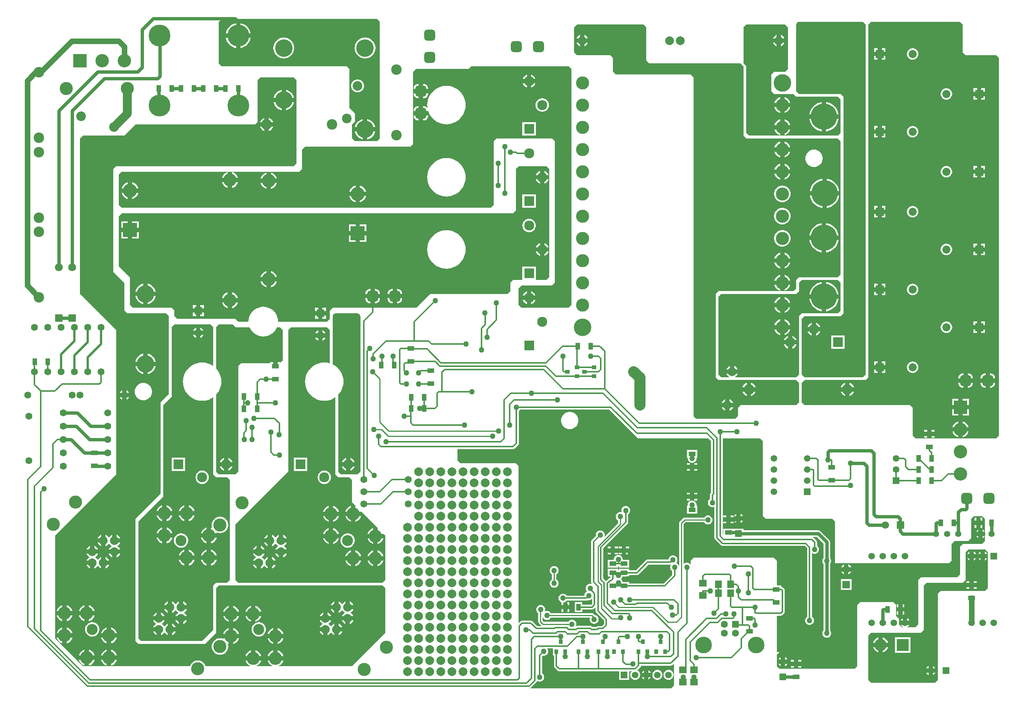
<source format=gbl>
%FSLAX42Y42*%
%MOMM*%
G71*
G01*
G75*
G04 Layer_Physical_Order=3*
G04 Layer_Color=16711680*
%ADD10C,0.10*%
%ADD11C,0.30*%
%ADD12R,1.60X1.00*%
%ADD13R,1.00X1.60*%
%ADD14R,0.90X1.00*%
%ADD15R,1.00X0.90*%
%ADD16O,2.20X0.60*%
%ADD17R,2.60X1.70*%
%ADD18R,2.00X2.00*%
%ADD19R,2.00X2.00*%
%ADD20R,0.25X0.25*%
%ADD21R,4.00X4.50*%
%ADD22R,1.60X1.00*%
%ADD23R,1.00X1.60*%
%ADD24R,3.00X1.50*%
%ADD25R,1.30X1.52*%
%ADD26R,2.54X3.05*%
%ADD27O,0.60X2.20*%
%ADD28R,0.60X1.50*%
%ADD29R,1.20X0.60*%
%ADD30R,0.35X1.80*%
%ADD31O,0.35X1.80*%
%ADD32R,1.05X2.00*%
%ADD33R,10.55X8.40*%
%ADD34R,2.00X5.00*%
G04:AMPARAMS|DCode=35|XSize=0.3mm|YSize=1.8mm|CornerRadius=0mm|HoleSize=0mm|Usage=FLASHONLY|Rotation=45.000|XOffset=0mm|YOffset=0mm|HoleType=Round|Shape=Round|*
%AMOVALD35*
21,1,1.50,0.30,0.00,0.00,135.0*
1,1,0.30,0.53,-0.53*
1,1,0.30,-0.53,0.53*
%
%ADD35OVALD35*%

G04:AMPARAMS|DCode=36|XSize=0.3mm|YSize=1.8mm|CornerRadius=0mm|HoleSize=0mm|Usage=FLASHONLY|Rotation=135.000|XOffset=0mm|YOffset=0mm|HoleType=Round|Shape=Round|*
%AMOVALD36*
21,1,1.50,0.30,0.00,0.00,225.0*
1,1,0.30,0.53,0.53*
1,1,0.30,-0.53,-0.53*
%
%ADD36OVALD36*%

%ADD37R,1.60X1.60*%
%ADD38C,1.50*%
%ADD39C,1.00*%
%ADD40C,0.25*%
%ADD41C,0.35*%
%ADD42C,3.00*%
%ADD43C,0.75*%
%ADD44C,2.00*%
%ADD45C,1.25*%
%ADD46C,0.50*%
%ADD47R,1.50X1.50*%
%ADD48C,6.00*%
%ADD49C,1.60*%
%ADD50C,4.00*%
%ADD51C,2.30*%
%ADD52R,2.30X2.30*%
%ADD53R,1.50X1.50*%
%ADD54C,1.85*%
%ADD55R,1.85X1.85*%
%ADD56C,2.40*%
%ADD57R,3.20X3.20*%
%ADD58C,3.20*%
%ADD59C,3.00*%
%ADD60C,3.10*%
%ADD61R,1.70X1.70*%
%ADD62C,1.70*%
%ADD63R,1.70X1.70*%
%ADD64C,2.00*%
%ADD65R,1.80X1.80*%
%ADD66C,1.80*%
%ADD67C,1.40*%
%ADD68C,1.52*%
%ADD69R,1.52X1.52*%
%ADD70C,3.80*%
%ADD71C,5.00*%
%ADD72C,2.50*%
%ADD73C,2.20*%
%ADD74R,3.05X3.05*%
%ADD75C,3.05*%
G04:AMPARAMS|DCode=76|XSize=2.5mm|YSize=2.5mm|CornerRadius=0.63mm|HoleSize=0mm|Usage=FLASHONLY|Rotation=0.000|XOffset=0mm|YOffset=0mm|HoleType=Round|Shape=RoundedRectangle|*
%AMROUNDEDRECTD76*
21,1,2.50,1.25,0,0,0.0*
21,1,1.25,2.50,0,0,0.0*
1,1,1.25,0.63,-0.63*
1,1,1.25,-0.63,-0.63*
1,1,1.25,-0.63,0.63*
1,1,1.25,0.63,0.63*
%
%ADD76ROUNDEDRECTD76*%
G04:AMPARAMS|DCode=77|XSize=2.5mm|YSize=2.5mm|CornerRadius=0.63mm|HoleSize=0mm|Usage=FLASHONLY|Rotation=90.000|XOffset=0mm|YOffset=0mm|HoleType=Round|Shape=RoundedRectangle|*
%AMROUNDEDRECTD77*
21,1,2.50,1.25,0,0,90.0*
21,1,1.25,2.50,0,0,90.0*
1,1,1.25,0.63,0.63*
1,1,1.25,0.63,-0.63*
1,1,1.25,-0.63,-0.63*
1,1,1.25,-0.63,0.63*
%
%ADD77ROUNDEDRECTD77*%
%ADD78C,2.80*%
%ADD79R,2.80X2.80*%
%ADD80R,3.05X3.05*%
%ADD81R,2.30X2.30*%
%ADD82R,1.78X1.78*%
%ADD83C,1.78*%
%ADD84C,1.27*%
%ADD85R,1.80X1.60*%
%ADD86R,1.60X1.80*%
%ADD87C,2.54*%
G36*
X12636Y14224D02*
Y8826D01*
X12573Y8763D01*
X11493D01*
X11430Y8826D01*
Y9207D01*
X11493Y9271D01*
X12192D01*
X12256Y9335D01*
Y12573D01*
X12192Y12636D01*
X10922D01*
X10858Y12573D01*
Y12072D01*
X10858Y12065D01*
X10858Y12058D01*
Y11564D01*
X10858Y11557D01*
X10858Y11550D01*
Y11112D01*
X10795Y11049D01*
X2350D01*
X2286Y11112D01*
Y11811D01*
X2350Y11875D01*
X6414D01*
X6477Y11938D01*
Y12382D01*
X6540Y12446D01*
X8954D01*
X9017Y12510D01*
Y14160D01*
X9081Y14224D01*
X10287D01*
X10350Y14288D01*
X12573D01*
X12636Y14224D01*
D02*
G37*
G36*
X12129Y11938D02*
Y9461D01*
X12065Y9398D01*
X11303D01*
X11239Y9335D01*
Y9144D01*
X11176Y9081D01*
X9411D01*
X9093Y8763D01*
X7175D01*
X7112Y8700D01*
Y8509D01*
X7049Y8446D01*
X5927D01*
X5923Y8499D01*
X5911Y8550D01*
X5890Y8599D01*
X5862Y8645D01*
X5828Y8685D01*
X5787Y8720D01*
X5742Y8748D01*
X5693Y8768D01*
X5641Y8780D01*
X5588Y8785D01*
X5535Y8780D01*
X5483Y8768D01*
X5434Y8748D01*
X5389Y8720D01*
X5348Y8685D01*
X5314Y8645D01*
X5286Y8599D01*
X5265Y8550D01*
X5253Y8499D01*
X5249Y8446D01*
X5017D01*
X4953Y8509D01*
X3619D01*
X3556Y8572D01*
Y8700D01*
X3492Y8763D01*
X2603D01*
X2540Y8826D01*
Y9461D01*
X2286Y9715D01*
Y10858D01*
X2350Y10922D01*
X11303D01*
X11367Y10986D01*
Y11938D01*
X11430Y12001D01*
X12065D01*
X12129Y11938D01*
D02*
G37*
G36*
X4953Y8318D02*
X5275D01*
X5286Y8292D01*
X5314Y8246D01*
X5348Y8206D01*
X5389Y8171D01*
X5434Y8143D01*
X5483Y8123D01*
X5535Y8111D01*
X5588Y8106D01*
X5641Y8111D01*
X5693Y8123D01*
X5742Y8143D01*
X5787Y8171D01*
X5828Y8206D01*
X5862Y8246D01*
X5890Y8292D01*
X5901Y8318D01*
X5969D01*
X6033Y8255D01*
Y7557D01*
X5985Y7510D01*
Y7515D01*
X5917D01*
Y7427D01*
X5817D01*
Y7515D01*
X5749D01*
Y7493D01*
X5080D01*
X5017Y7429D01*
Y5017D01*
X4953Y4953D01*
X4572D01*
X4508Y5017D01*
Y6771D01*
X4539Y6807D01*
X4571Y6854D01*
X4597Y6906D01*
X4615Y6960D01*
X4626Y7017D01*
X4630Y7074D01*
X4626Y7131D01*
X4615Y7188D01*
X4597Y7242D01*
X4571Y7293D01*
X4539Y7341D01*
X4508Y7376D01*
Y8318D01*
X4572Y8382D01*
X4890D01*
X4953Y8318D01*
D02*
G37*
G36*
X14910Y2883D02*
X14900Y2859D01*
X14896Y2832D01*
X14900Y2806D01*
X14910Y2781D01*
X14926Y2760D01*
X14942Y2748D01*
Y2655D01*
X14746Y2459D01*
X13955D01*
Y2491D01*
X13810D01*
X13809Y2503D01*
X13798Y2528D01*
X13782Y2549D01*
X13769Y2559D01*
X13782Y2569D01*
X13798Y2590D01*
X13808Y2615D01*
X13955D01*
Y2648D01*
X14135D01*
X14135Y2648D01*
X14157Y2653D01*
X14175Y2665D01*
X14400Y2890D01*
X14910D01*
X14910Y2890D01*
X14916Y2891D01*
X14910Y2883D01*
D02*
G37*
G36*
X12211Y814D02*
X12237D01*
Y572D01*
X12237Y572D01*
X12241Y550D01*
X12254Y531D01*
X12317Y468D01*
X12317Y468D01*
X12328Y461D01*
X12335Y456D01*
X12357Y451D01*
X13729D01*
Y254D01*
X13957D01*
Y451D01*
X14017D01*
X14015Y450D01*
X13997Y426D01*
X13986Y398D01*
X13982Y368D01*
X13986Y338D01*
X13997Y311D01*
X14015Y287D01*
X14039Y268D01*
X14067Y257D01*
X14097Y253D01*
X14127Y257D01*
X14155Y268D01*
X14179Y287D01*
X14197Y311D01*
X14208Y338D01*
X14212Y368D01*
X14208Y398D01*
X14197Y426D01*
X14179Y450D01*
X14155Y468D01*
X14142Y473D01*
X14213Y544D01*
X14226Y563D01*
X14227Y570D01*
X14229Y578D01*
X14910D01*
X14910Y578D01*
X14931Y583D01*
X14950Y595D01*
X14986Y631D01*
Y127D01*
X14923Y63D01*
X11695D01*
X11711Y74D01*
X11838Y201D01*
X11838Y201D01*
X11851Y220D01*
X11854Y235D01*
X11861Y229D01*
X11886Y219D01*
X11913Y215D01*
X11939Y219D01*
X11964Y229D01*
X11985Y245D01*
X12001Y266D01*
X12012Y291D01*
X12015Y317D01*
X12012Y344D01*
X12001Y369D01*
X11985Y390D01*
X11967Y404D01*
Y793D01*
X11981Y807D01*
X12004Y804D01*
X12031Y808D01*
X12055Y818D01*
X12077Y834D01*
X12093Y856D01*
X12103Y880D01*
X12107Y907D01*
X12103Y933D01*
X12093Y958D01*
X12082Y972D01*
X12211D01*
Y814D01*
D02*
G37*
G36*
X17590Y15176D02*
Y14224D01*
X17526Y14160D01*
X17272D01*
X17209Y14097D01*
Y13716D01*
X17272Y13652D01*
X17716D01*
X17780Y13589D01*
X18732D01*
X18796Y13526D01*
Y12764D01*
X18732Y12700D01*
X16701D01*
X16637Y12764D01*
Y14288D01*
X16574Y14351D01*
Y15176D01*
X16637Y15240D01*
X17526D01*
X17590Y15176D01*
D02*
G37*
G36*
X8255Y15304D02*
Y12636D01*
X8192Y12573D01*
X7683D01*
X7620Y12636D01*
Y12954D01*
X7683Y13018D01*
Y13208D01*
X7557Y13335D01*
Y14224D01*
X7493Y14288D01*
X4635D01*
X4572Y14351D01*
Y15304D01*
X4635Y15367D01*
X8192D01*
X8255Y15304D01*
D02*
G37*
G36*
X7112Y8255D02*
Y7493D01*
X7099Y7498D01*
X7042Y7509D01*
X6985Y7513D01*
X6928Y7509D01*
X6871Y7498D01*
X6817Y7480D01*
X6765Y7454D01*
X6718Y7422D01*
X6675Y7384D01*
X6637Y7341D01*
X6605Y7293D01*
X6579Y7242D01*
X6561Y7188D01*
X6550Y7131D01*
X6546Y7074D01*
X6550Y7017D01*
X6561Y6960D01*
X6579Y6906D01*
X6605Y6854D01*
X6637Y6807D01*
X6675Y6763D01*
X6718Y6726D01*
X6765Y6694D01*
X6817Y6668D01*
X6871Y6650D01*
X6928Y6639D01*
X6985Y6635D01*
X7042Y6639D01*
X7099Y6650D01*
X7153Y6668D01*
X7205Y6694D01*
X7239Y6717D01*
Y4953D01*
X7303Y4890D01*
X7557D01*
X7620Y4826D01*
Y4318D01*
X7710Y4228D01*
X7695Y4233D01*
Y4101D01*
X7827D01*
X7822Y4116D01*
X8218Y3720D01*
X8203Y3725D01*
Y3593D01*
X8335D01*
X8330Y3608D01*
X8382Y3556D01*
Y2540D01*
X8318Y2476D01*
X5017D01*
X4953Y2540D01*
Y3810D01*
X6160Y5017D01*
Y8255D01*
X6223Y8318D01*
X7049D01*
X7112Y8255D01*
D02*
G37*
G36*
X14160Y5778D02*
X15767D01*
X15831Y5714D01*
Y4532D01*
X15822Y4523D01*
X15810Y4505D01*
X15806Y4483D01*
X15806Y4483D01*
Y4390D01*
X15790Y4378D01*
X15774Y4357D01*
X15763Y4332D01*
X15760Y4305D01*
X15763Y4279D01*
X15774Y4254D01*
X15790Y4233D01*
X15811Y4217D01*
X15836Y4206D01*
X15862Y4203D01*
X15889Y4206D01*
X15907Y4214D01*
Y3505D01*
X15907Y3505D01*
X15912Y3484D01*
X15924Y3465D01*
X16055Y3334D01*
X16055Y3334D01*
X16073Y3322D01*
X16095Y3318D01*
X16095Y3318D01*
X17976D01*
X18028Y3266D01*
Y1697D01*
X18012Y1685D01*
X17996Y1664D01*
X17986Y1639D01*
X17982Y1613D01*
X17986Y1586D01*
X17996Y1562D01*
X18012Y1540D01*
X18034Y1524D01*
X18058Y1514D01*
X18085Y1510D01*
X18111Y1514D01*
X18136Y1524D01*
X18157Y1540D01*
X18174Y1562D01*
X18184Y1586D01*
X18187Y1613D01*
X18184Y1639D01*
X18174Y1664D01*
X18157Y1685D01*
X18141Y1697D01*
Y3155D01*
X18148Y3150D01*
X18173Y3140D01*
X18199Y3136D01*
X18226Y3140D01*
X18250Y3150D01*
X18272Y3166D01*
X18288Y3187D01*
X18298Y3212D01*
X18302Y3238D01*
X18298Y3265D01*
X18288Y3290D01*
X18272Y3311D01*
X18256Y3323D01*
Y3404D01*
X18251Y3425D01*
X18247Y3433D01*
X18239Y3444D01*
X18239Y3444D01*
X18176Y3507D01*
X18157Y3519D01*
X18151Y3521D01*
X18254D01*
X18402Y3372D01*
Y3039D01*
X18390Y3023D01*
X18380Y2998D01*
X18376Y2972D01*
X18380Y2945D01*
X18390Y2921D01*
X18402Y2904D01*
Y1388D01*
X18390Y1372D01*
X18380Y1347D01*
X18376Y1321D01*
X18380Y1294D01*
X18390Y1270D01*
X18406Y1248D01*
X18427Y1232D01*
X18452Y1222D01*
X18479Y1218D01*
X18505Y1222D01*
X18530Y1232D01*
X18551Y1248D01*
X18567Y1270D01*
X18577Y1294D01*
X18581Y1321D01*
X18577Y1347D01*
X18567Y1372D01*
X18555Y1388D01*
Y2904D01*
X18567Y2921D01*
X18577Y2945D01*
X18581Y2972D01*
X18577Y2998D01*
X18567Y3023D01*
X18555Y3039D01*
Y3404D01*
X18555Y3404D01*
X18552Y3423D01*
X18545Y3442D01*
X18532Y3458D01*
X18339Y3651D01*
X18323Y3663D01*
X18305Y3671D01*
X18285Y3673D01*
X16572D01*
Y3710D01*
X16346D01*
Y3710D01*
X16112D01*
Y3551D01*
X16097Y3567D01*
Y5778D01*
X16954D01*
X17018Y5715D01*
Y4001D01*
X17082Y3937D01*
X18605D01*
X18669Y3874D01*
Y2921D01*
X21273D01*
X21336Y2984D01*
Y3365D01*
X21399Y3429D01*
X21717D01*
X21780Y3492D01*
Y3937D01*
X21844Y4001D01*
X22035D01*
X22098Y3937D01*
Y3631D01*
X22102Y3622D01*
X22105Y3594D01*
X22102Y3566D01*
X22098Y3557D01*
Y3429D01*
X22035Y3365D01*
X21590D01*
X21526Y3302D01*
Y2667D01*
X21463Y2603D01*
X20638D01*
X20574Y2540D01*
Y1524D01*
X20510Y1460D01*
X20319D01*
X20326Y1463D01*
X20350Y1481D01*
X20368Y1505D01*
X20371Y1512D01*
X20167D01*
X20170Y1505D01*
X20189Y1481D01*
X20212Y1463D01*
X20219Y1460D01*
X20193D01*
X20129Y1524D01*
Y1651D01*
X20066Y1715D01*
Y1968D01*
X20002Y2032D01*
X19240D01*
X19177Y1968D01*
Y572D01*
X19113Y508D01*
X17399D01*
X17335Y572D01*
Y826D01*
X17399Y889D01*
X17335D01*
Y1721D01*
X17424D01*
X17424Y1721D01*
X17446Y1726D01*
X17464Y1738D01*
X17503Y1776D01*
X17515Y1794D01*
X17519Y1816D01*
X17519Y1816D01*
Y2299D01*
X17515Y2320D01*
X17503Y2339D01*
X17503Y2339D01*
X17480Y2362D01*
X17461Y2374D01*
X17441Y2378D01*
Y2410D01*
X17335D01*
Y2984D01*
X17272Y3048D01*
X15430D01*
X15367Y2984D01*
Y2883D01*
X15367Y2883D01*
X15351Y2905D01*
X15329Y2921D01*
X15305Y2931D01*
X15278Y2935D01*
X15252Y2931D01*
X15227Y2921D01*
X15206Y2905D01*
X15203Y2901D01*
Y3814D01*
X15249Y3860D01*
X15672D01*
X15688Y3839D01*
X15709Y3823D01*
X15734Y3813D01*
X15761Y3809D01*
X15787Y3813D01*
X15812Y3823D01*
X15833Y3839D01*
X15849Y3860D01*
X15860Y3885D01*
X15863Y3912D01*
X15860Y3938D01*
X15849Y3963D01*
X15833Y3984D01*
X15812Y4000D01*
X15787Y4011D01*
X15761Y4014D01*
X15734Y4011D01*
X15709Y4000D01*
X15688Y3984D01*
X15672Y3963D01*
X15227D01*
X15207Y3959D01*
X15191Y3948D01*
X15114Y3872D01*
X15103Y3855D01*
X15099Y3835D01*
Y2846D01*
X15098Y2859D01*
X15087Y2883D01*
X15071Y2905D01*
X15050Y2921D01*
X15035Y2927D01*
X15049Y2946D01*
X15060Y2971D01*
X15063Y2997D01*
X15060Y3024D01*
X15049Y3048D01*
X15033Y3070D01*
X15012Y3086D01*
X14987Y3096D01*
X14961Y3100D01*
X14934Y3096D01*
X14909Y3086D01*
X14888Y3070D01*
X14872Y3048D01*
X14862Y3024D01*
X14859Y3003D01*
X14376D01*
X14376Y3003D01*
X14355Y2999D01*
X14336Y2986D01*
X14112Y2762D01*
X13955D01*
Y2791D01*
X13718D01*
Y2759D01*
X13701D01*
Y2791D01*
X13464D01*
Y2615D01*
X13526D01*
Y2590D01*
X13519Y2583D01*
X13503Y2580D01*
X13485Y2567D01*
X13485Y2567D01*
X13427Y2510D01*
X13424Y2515D01*
X13424Y2515D01*
X13364Y2575D01*
Y3267D01*
X13919Y3823D01*
X13919Y3823D01*
X13931Y3840D01*
X13935Y3861D01*
X13935Y3861D01*
Y4041D01*
X13954Y4055D01*
X13970Y4076D01*
X13980Y4101D01*
X13984Y4128D01*
X13980Y4154D01*
X13970Y4179D01*
X13954Y4200D01*
X13932Y4216D01*
X13908Y4226D01*
X13881Y4230D01*
X13855Y4226D01*
X13830Y4216D01*
X13809Y4200D01*
X13792Y4179D01*
X13782Y4154D01*
X13779Y4128D01*
X13782Y4101D01*
X13790Y4083D01*
X13781Y4087D01*
X13754Y4090D01*
X13728Y4087D01*
X13703Y4077D01*
X13682Y4060D01*
X13665Y4039D01*
X13655Y4014D01*
X13652Y3988D01*
X13655Y3961D01*
X13665Y3937D01*
X13682Y3915D01*
X13702Y3899D01*
Y3831D01*
X13377Y3506D01*
X13386Y3517D01*
X13396Y3542D01*
X13399Y3569D01*
X13396Y3595D01*
X13386Y3620D01*
X13369Y3641D01*
X13348Y3657D01*
X13323Y3668D01*
X13297Y3671D01*
X13270Y3668D01*
X13246Y3657D01*
X13224Y3641D01*
X13208Y3620D01*
X13198Y3595D01*
X13194Y3569D01*
X13197Y3549D01*
X13104Y3456D01*
X13092Y3438D01*
X13088Y3416D01*
X13088Y3416D01*
Y2489D01*
X13088Y2489D01*
X13092Y2468D01*
X13104Y2449D01*
X13113Y2440D01*
X13093Y2448D01*
X13067Y2452D01*
X13040Y2448D01*
X13016Y2438D01*
X12994Y2422D01*
X12978Y2401D01*
X12968Y2376D01*
X12964Y2350D01*
X12968Y2323D01*
X12978Y2298D01*
X12994Y2277D01*
X13001Y2272D01*
X12984Y2266D01*
X12963Y2249D01*
X12947Y2228D01*
X12936Y2203D01*
X12933Y2179D01*
X12529D01*
X12517Y2195D01*
X12496Y2211D01*
X12471Y2222D01*
X12444Y2225D01*
X12418Y2222D01*
X12393Y2211D01*
X12372Y2195D01*
X12356Y2174D01*
X12345Y2149D01*
X12342Y2123D01*
X12345Y2096D01*
X12356Y2071D01*
X12372Y2050D01*
X12393Y2034D01*
X12411Y2026D01*
Y1968D01*
X12449D01*
Y2021D01*
X12471Y2024D01*
X12496Y2034D01*
X12498Y2036D01*
X12498D01*
X12517Y2050D01*
X12529Y2066D01*
X12981D01*
X12981Y2066D01*
X13003Y2070D01*
X13013Y2077D01*
X13035Y2074D01*
X13062Y2078D01*
X13087Y2088D01*
X13108Y2104D01*
X13113Y2111D01*
Y1993D01*
X13092Y1972D01*
X12887D01*
Y2036D01*
X12711D01*
Y1800D01*
X12887D01*
Y1864D01*
X13114D01*
X13114Y1864D01*
X13135Y1868D01*
X13152Y1879D01*
X13189Y1917D01*
Y1829D01*
X13189Y1829D01*
X13194Y1807D01*
X13206Y1789D01*
X13380Y1615D01*
Y1535D01*
X13330Y1485D01*
X13252D01*
X13231Y1481D01*
X13223Y1476D01*
X13212Y1469D01*
X13212Y1469D01*
X13210Y1466D01*
X13117D01*
X13108Y1475D01*
X13090Y1487D01*
X13068Y1492D01*
X13068Y1492D01*
X12776D01*
X12755Y1487D01*
X12747Y1483D01*
X12736Y1475D01*
X12736Y1475D01*
X12735Y1474D01*
X12738Y1478D01*
X12748Y1503D01*
X12752Y1529D01*
X12748Y1556D01*
X12738Y1580D01*
X12722Y1602D01*
X12700Y1618D01*
X12676Y1628D01*
X12649Y1632D01*
X12623Y1628D01*
X12598Y1618D01*
X12577Y1602D01*
X12561Y1581D01*
X12005D01*
X11982Y1604D01*
Y1692D01*
X11989Y1676D01*
X12005Y1655D01*
X12026Y1638D01*
X12051Y1628D01*
X12078Y1625D01*
X12104Y1628D01*
X12129Y1638D01*
X12150Y1655D01*
X12166Y1676D01*
X12168Y1679D01*
X13064D01*
X13058Y1665D01*
X13055Y1638D01*
X13058Y1612D01*
X13068Y1587D01*
X13085Y1566D01*
X13106Y1550D01*
X13131Y1539D01*
X13157Y1536D01*
X13184Y1539D01*
X13208Y1550D01*
X13230Y1566D01*
X13246Y1587D01*
X13256Y1612D01*
X13260Y1638D01*
X13256Y1665D01*
X13246Y1690D01*
X13230Y1711D01*
X13208Y1727D01*
X13184Y1737D01*
X13167Y1739D01*
X13140Y1767D01*
X13123Y1779D01*
X13103Y1782D01*
X12163D01*
X12150Y1800D01*
X12129Y1816D01*
X12104Y1826D01*
X12078Y1830D01*
X12051Y1826D01*
X12026Y1816D01*
X12026Y1816D01*
X12034Y1835D01*
X12038Y1862D01*
X12034Y1888D01*
X12024Y1913D01*
X12008Y1934D01*
X11987Y1951D01*
X11962Y1961D01*
X11935Y1964D01*
X11909Y1961D01*
X11884Y1951D01*
X11863Y1934D01*
X11847Y1913D01*
X11836Y1888D01*
X11833Y1862D01*
X11836Y1835D01*
X11847Y1811D01*
X11863Y1789D01*
X11879Y1777D01*
Y1582D01*
X11883Y1563D01*
X11894Y1546D01*
X11947Y1492D01*
X11957Y1486D01*
X11958Y1485D01*
X11854D01*
X11749Y1589D01*
X11731Y1602D01*
X11709Y1606D01*
X11709Y1606D01*
X11506D01*
X11485Y1602D01*
X11477Y1597D01*
X11466Y1589D01*
X11466Y1589D01*
X11430Y1553D01*
Y5144D01*
X11367Y5207D01*
X10096D01*
X10033Y5271D01*
Y5531D01*
X11303D01*
X11303Y5531D01*
X11325Y5536D01*
X11343Y5548D01*
X11419Y5624D01*
X11432Y5643D01*
X11436Y5664D01*
Y6405D01*
X11452Y6417D01*
X11464Y6433D01*
X13506D01*
X14160Y5778D01*
D02*
G37*
G36*
X21590Y15240D02*
Y14605D01*
X21654Y14541D01*
X22352D01*
X22415Y14478D01*
Y5842D01*
X22352Y5778D01*
X20510D01*
X20447Y5842D01*
Y6477D01*
X20384Y6540D01*
X17971D01*
X17907Y6604D01*
Y7049D01*
X17971Y7112D01*
X19368D01*
X19431Y7175D01*
Y15240D01*
X19495Y15304D01*
X21526D01*
X21590Y15240D01*
D02*
G37*
G36*
X14351Y15176D02*
Y14415D01*
X14415Y14351D01*
X16510D01*
X16574Y14288D01*
Y12700D01*
X16637Y12636D01*
X18732D01*
X18796Y12573D01*
Y9525D01*
X18732Y9461D01*
X17843D01*
X17780Y9398D01*
Y9207D01*
X17716Y9144D01*
X16002D01*
X15938Y9081D01*
Y7175D01*
X16002Y7112D01*
X17780D01*
X17843Y7049D01*
Y6604D01*
X17780Y6540D01*
X16510D01*
X16446Y6477D01*
Y6287D01*
X16383Y6223D01*
X15494D01*
X15430Y6287D01*
Y12573D01*
Y14034D01*
X15367Y14097D01*
X13652D01*
X13589Y14160D01*
Y14478D01*
X13526Y14541D01*
X12764D01*
X12700Y14605D01*
Y15176D01*
X12764Y15240D01*
X14288D01*
X14351Y15176D01*
D02*
G37*
G36*
X18796Y9335D02*
Y8700D01*
X18732Y8636D01*
X17907D01*
X17843Y8572D01*
Y7239D01*
X17780Y7175D01*
X16368D01*
X16384Y7182D01*
X16413Y7204D01*
X16435Y7233D01*
X16443Y7253D01*
X16185D01*
X16194Y7233D01*
X16216Y7204D01*
X16245Y7182D01*
X16260Y7175D01*
X16065D01*
X16002Y7239D01*
Y9017D01*
X16065Y9081D01*
X17780D01*
X17843Y9144D01*
Y9335D01*
X17907Y9398D01*
X18732D01*
X18796Y9335D01*
D02*
G37*
G36*
X4445Y8318D02*
Y7431D01*
X4411Y7454D01*
X4359Y7480D01*
X4305Y7498D01*
X4248Y7509D01*
X4191Y7513D01*
X4134Y7509D01*
X4077Y7498D01*
X4023Y7480D01*
X3971Y7454D01*
X3924Y7422D01*
X3881Y7384D01*
X3843Y7341D01*
X3811Y7293D01*
X3785Y7242D01*
X3767Y7188D01*
X3756Y7131D01*
X3752Y7074D01*
X3756Y7017D01*
X3767Y6960D01*
X3785Y6906D01*
X3811Y6854D01*
X3843Y6807D01*
X3881Y6763D01*
X3924Y6726D01*
X3971Y6694D01*
X4023Y6668D01*
X4077Y6650D01*
X4134Y6639D01*
X4191Y6635D01*
X4248Y6639D01*
X4305Y6650D01*
X4359Y6668D01*
X4411Y6694D01*
X4445Y6717D01*
Y4953D01*
X4508Y4890D01*
X4762D01*
X4826Y4826D01*
Y2540D01*
X4762Y2476D01*
X4508D01*
X4445Y2413D01*
Y1397D01*
X4191Y1143D01*
X2794D01*
X2731Y1206D01*
Y3874D01*
X3302Y4445D01*
Y6540D01*
X3492Y6731D01*
Y8318D01*
X3556Y8382D01*
X4381D01*
X4445Y8318D01*
D02*
G37*
G36*
X7811Y8572D02*
Y5017D01*
X7747Y4953D01*
X7366D01*
X7303Y5017D01*
Y6731D01*
X7297Y6765D01*
X7333Y6807D01*
X7365Y6854D01*
X7391Y6906D01*
X7409Y6960D01*
X7420Y7017D01*
X7424Y7074D01*
X7420Y7131D01*
X7409Y7188D01*
X7391Y7242D01*
X7365Y7293D01*
X7333Y7341D01*
X7295Y7384D01*
X7252Y7422D01*
X7205Y7454D01*
X7180Y7466D01*
X7175Y7493D01*
Y8572D01*
X7239Y8636D01*
X7747D01*
X7811Y8572D01*
D02*
G37*
G36*
X19368Y15240D02*
Y7239D01*
X19304Y7175D01*
X17971D01*
X17907Y7239D01*
Y8509D01*
X17971Y8572D01*
X18796D01*
X18860Y8636D01*
Y13589D01*
X18796Y13652D01*
X17843D01*
X17780Y13716D01*
Y15240D01*
X17843Y15304D01*
X19304D01*
X19368Y15240D01*
D02*
G37*
G36*
X6350Y13970D02*
Y12065D01*
X6287Y12001D01*
X2223D01*
X2159Y11938D01*
Y9589D01*
X2413Y9335D01*
Y8700D01*
X2476Y8636D01*
X3365D01*
X3429Y8572D01*
Y6794D01*
X3238Y6604D01*
Y4508D01*
X2667Y3937D01*
Y1143D01*
X2731Y1080D01*
X4254D01*
X4508Y1334D01*
Y2350D01*
X4572Y2413D01*
X8318D01*
X8382Y2350D01*
Y1334D01*
X7620Y572D01*
X5929D01*
X5940Y575D01*
X5972Y592D01*
X6001Y616D01*
X6025Y644D01*
X6042Y677D01*
X6049Y699D01*
X5686D01*
X5693Y677D01*
X5710Y644D01*
X5734Y616D01*
X5762Y592D01*
X5795Y575D01*
X5806Y572D01*
X5421D01*
X5432Y575D01*
X5464Y592D01*
X5493Y616D01*
X5517Y644D01*
X5534Y677D01*
X5541Y699D01*
X5178D01*
X5185Y677D01*
X5202Y644D01*
X5226Y616D01*
X5254Y592D01*
X5287Y575D01*
X5298Y572D01*
X4267D01*
X4264Y580D01*
X4247Y613D01*
X4223Y642D01*
X4194Y665D01*
X4162Y683D01*
X4126Y693D01*
X4089Y697D01*
X4053Y693D01*
X4017Y683D01*
X3984Y665D01*
X3956Y642D01*
X3932Y613D01*
X3915Y580D01*
X3912Y572D01*
X1460D01*
X826Y1206D01*
Y3556D01*
X2223Y4953D01*
Y8255D01*
X1397Y9081D01*
Y12636D01*
X1460Y12700D01*
X2413D01*
X2667Y12954D01*
X5397D01*
X5461Y13018D01*
Y13970D01*
X5524Y14034D01*
X6287D01*
X6350Y13970D01*
D02*
G37*
G36*
X22162Y3175D02*
Y2350D01*
X22098Y2286D01*
X21082D01*
X21018Y2223D01*
Y254D01*
X20955Y190D01*
X19495D01*
X19431Y254D01*
Y1270D01*
X19495Y1334D01*
X20638D01*
X20701Y1397D01*
Y2413D01*
X20765Y2476D01*
X21590D01*
X21654Y2540D01*
Y3175D01*
X21717Y3238D01*
X22098D01*
X22162Y3175D01*
D02*
G37*
%LPC*%
G36*
X5690Y3570D02*
X5671Y3562D01*
X5642Y3540D01*
X5620Y3511D01*
X5612Y3492D01*
X5690D01*
Y3570D01*
D02*
G37*
G36*
X20906Y569D02*
Y517D01*
X20958D01*
X20955Y524D01*
X20937Y548D01*
X20913Y566D01*
X20906Y569D01*
D02*
G37*
G36*
X2234Y3570D02*
Y3492D01*
X2313D01*
X2305Y3511D01*
X2283Y3540D01*
X2254Y3562D01*
X2234Y3570D01*
D02*
G37*
G36*
X6044D02*
Y3492D01*
X6123D01*
X6115Y3511D01*
X6093Y3540D01*
X6064Y3562D01*
X6044Y3570D01*
D02*
G37*
G36*
X21946Y3544D02*
X21900D01*
X21902Y3540D01*
X21919Y3517D01*
X21942Y3500D01*
X21946Y3498D01*
Y3544D01*
D02*
G37*
G36*
X5944Y3570D02*
X5925Y3562D01*
X5896Y3540D01*
X5874Y3511D01*
X5867Y3496D01*
X5861Y3511D01*
X5839Y3540D01*
X5810Y3562D01*
X5790Y3570D01*
Y3442D01*
Y3313D01*
X5810Y3321D01*
X5839Y3343D01*
X5861Y3372D01*
X5867Y3387D01*
X5874Y3372D01*
X5896Y3343D01*
X5925Y3321D01*
X5940Y3315D01*
X5925Y3308D01*
X5896Y3286D01*
X5874Y3257D01*
X5866Y3238D01*
X6123D01*
X6115Y3257D01*
X6093Y3286D01*
X6064Y3308D01*
X6049Y3315D01*
X6064Y3321D01*
X6093Y3343D01*
X6115Y3372D01*
X6123Y3392D01*
X5994D01*
Y3442D01*
X5944D01*
Y3570D01*
D02*
G37*
G36*
X2134D02*
X2115Y3562D01*
X2086Y3540D01*
X2064Y3511D01*
X2057Y3496D01*
X2051Y3511D01*
X2029Y3540D01*
X2000Y3562D01*
X1980Y3570D01*
Y3442D01*
Y3313D01*
X2000Y3321D01*
X2029Y3343D01*
X2051Y3372D01*
X2057Y3387D01*
X2064Y3372D01*
X2086Y3343D01*
X2115Y3321D01*
X2130Y3315D01*
X2115Y3308D01*
X2086Y3286D01*
X2064Y3257D01*
X2056Y3238D01*
X2313D01*
X2305Y3257D01*
X2283Y3286D01*
X2254Y3308D01*
X2239Y3315D01*
X2254Y3321D01*
X2283Y3343D01*
X2305Y3372D01*
X2313Y3392D01*
X2184D01*
Y3442D01*
X2134D01*
Y3570D01*
D02*
G37*
G36*
X1880D02*
X1861Y3562D01*
X1832Y3540D01*
X1810Y3511D01*
X1802Y3492D01*
X1880D01*
Y3570D01*
D02*
G37*
G36*
X8335Y3493D02*
X8203D01*
Y3362D01*
X8226Y3369D01*
X8258Y3386D01*
X8287Y3410D01*
X8311Y3438D01*
X8328Y3471D01*
X8335Y3493D01*
D02*
G37*
G36*
X8103D02*
X7972D01*
X7979Y3471D01*
X7996Y3438D01*
X8020Y3410D01*
X8048Y3386D01*
X8081Y3369D01*
X8103Y3362D01*
Y3493D01*
D02*
G37*
G36*
X7319D02*
X7187D01*
Y3362D01*
X7210Y3369D01*
X7242Y3386D01*
X7271Y3410D01*
X7295Y3438D01*
X7312Y3471D01*
X7319Y3493D01*
D02*
G37*
G36*
X3277Y3506D02*
X3146D01*
X3153Y3484D01*
X3170Y3451D01*
X3194Y3422D01*
X3222Y3399D01*
X3255Y3381D01*
X3277Y3375D01*
Y3506D01*
D02*
G37*
G36*
X4525D02*
X4393D01*
Y3375D01*
X4416Y3381D01*
X4448Y3399D01*
X4477Y3422D01*
X4501Y3451D01*
X4518Y3484D01*
X4525Y3506D01*
D02*
G37*
G36*
X4293D02*
X4162D01*
X4169Y3484D01*
X4186Y3451D01*
X4210Y3422D01*
X4238Y3399D01*
X4271Y3381D01*
X4293Y3375D01*
Y3506D01*
D02*
G37*
G36*
X3509D02*
X3377D01*
Y3375D01*
X3400Y3381D01*
X3432Y3399D01*
X3461Y3422D01*
X3485Y3451D01*
X3502Y3484D01*
X3509Y3506D01*
D02*
G37*
G36*
X22093Y3544D02*
X22046D01*
Y3498D01*
X22051Y3500D01*
X22073Y3517D01*
X22091Y3540D01*
X22093Y3544D01*
D02*
G37*
G36*
X21898Y3798D02*
X21860D01*
Y3730D01*
X21898D01*
Y3798D01*
D02*
G37*
G36*
X4597Y3986D02*
X4561Y3983D01*
X4525Y3972D01*
X4492Y3954D01*
X4464Y3931D01*
X4440Y3902D01*
X4423Y3870D01*
X4412Y3834D01*
X4408Y3797D01*
X4412Y3760D01*
X4422Y3727D01*
X4416Y3731D01*
X4393Y3737D01*
Y3606D01*
X4525D01*
X4519Y3626D01*
X4525Y3623D01*
X4561Y3612D01*
X4597Y3608D01*
X4634Y3612D01*
X4670Y3623D01*
X4702Y3640D01*
X4731Y3664D01*
X4755Y3692D01*
X4772Y3725D01*
X4783Y3760D01*
X4786Y3797D01*
X4783Y3834D01*
X4772Y3870D01*
X4755Y3902D01*
X4731Y3931D01*
X4702Y3954D01*
X4670Y3972D01*
X4634Y3983D01*
X4597Y3986D01*
D02*
G37*
G36*
X20806Y569D02*
X20799Y566D01*
X20776Y548D01*
X20757Y524D01*
X20754Y517D01*
X20806D01*
Y569D01*
D02*
G37*
G36*
X22036Y3798D02*
X21998D01*
Y3730D01*
X22036D01*
Y3798D01*
D02*
G37*
G36*
X16409Y3897D02*
X16357D01*
X16360Y3890D01*
X16379Y3866D01*
X16402Y3848D01*
X16409Y3845D01*
Y3897D01*
D02*
G37*
G36*
X16349Y3872D02*
X16281D01*
Y3834D01*
X16349D01*
Y3872D01*
D02*
G37*
G36*
X16181D02*
X16112D01*
Y3834D01*
X16181D01*
Y3872D01*
D02*
G37*
G36*
X22046Y3690D02*
Y3644D01*
X22093D01*
X22091Y3649D01*
X22073Y3671D01*
X22051Y3689D01*
X22046Y3690D01*
D02*
G37*
G36*
X8103Y3725D02*
X8081Y3718D01*
X8048Y3700D01*
X8020Y3677D01*
X7996Y3648D01*
X7979Y3616D01*
X7972Y3593D01*
X8103D01*
Y3725D01*
D02*
G37*
G36*
X7187D02*
Y3593D01*
X7319D01*
X7312Y3616D01*
X7295Y3648D01*
X7271Y3677D01*
X7242Y3700D01*
X7210Y3718D01*
X7187Y3725D01*
D02*
G37*
G36*
X7087D02*
X7065Y3718D01*
X7032Y3700D01*
X7004Y3677D01*
X6980Y3648D01*
X6963Y3616D01*
X6956Y3593D01*
X7087D01*
Y3725D01*
D02*
G37*
G36*
X3277Y3737D02*
X3255Y3731D01*
X3222Y3713D01*
X3194Y3690D01*
X3170Y3661D01*
X3153Y3628D01*
X3146Y3606D01*
X3277D01*
Y3737D01*
D02*
G37*
G36*
X21946Y3690D02*
X21942Y3689D01*
X21919Y3671D01*
X21902Y3649D01*
X21900Y3644D01*
X21946D01*
Y3690D01*
D02*
G37*
G36*
X4293Y3737D02*
X4271Y3731D01*
X4238Y3713D01*
X4210Y3690D01*
X4186Y3661D01*
X4169Y3628D01*
X4162Y3606D01*
X4293D01*
Y3737D01*
D02*
G37*
G36*
X3377D02*
Y3606D01*
X3509D01*
X3502Y3628D01*
X3485Y3661D01*
X3461Y3690D01*
X3432Y3713D01*
X3400Y3731D01*
X3377Y3737D01*
D02*
G37*
G36*
X13533Y3161D02*
X13464D01*
Y3123D01*
X13533D01*
Y3161D01*
D02*
G37*
G36*
X4393Y3229D02*
Y3098D01*
X4525D01*
X4518Y3120D01*
X4501Y3153D01*
X4477Y3182D01*
X4448Y3205D01*
X4416Y3223D01*
X4393Y3229D01*
D02*
G37*
G36*
X4293D02*
X4271Y3223D01*
X4238Y3205D01*
X4210Y3182D01*
X4186Y3153D01*
X4169Y3120D01*
X4162Y3098D01*
X4293D01*
Y3229D01*
D02*
G37*
G36*
X13701Y3161D02*
X13633D01*
Y3123D01*
X13701D01*
Y3161D01*
D02*
G37*
G36*
X21743Y3188D02*
X21736Y3185D01*
X21713Y3167D01*
X21694Y3143D01*
X21691Y3136D01*
X21743D01*
Y3188D01*
D02*
G37*
G36*
X13955Y3161D02*
X13887D01*
Y3123D01*
X13955D01*
Y3161D01*
D02*
G37*
G36*
X13787D02*
X13718D01*
Y3123D01*
X13787D01*
Y3161D01*
D02*
G37*
G36*
X3885Y3229D02*
Y3098D01*
X4017D01*
X4010Y3120D01*
X3993Y3153D01*
X3969Y3182D01*
X3940Y3205D01*
X3908Y3223D01*
X3885Y3229D01*
D02*
G37*
G36*
X7595Y3217D02*
X7573Y3210D01*
X7540Y3192D01*
X7512Y3169D01*
X7488Y3140D01*
X7471Y3108D01*
X7464Y3085D01*
X7595D01*
Y3217D01*
D02*
G37*
G36*
X6123Y3138D02*
X6044D01*
Y3059D01*
X6064Y3067D01*
X6093Y3089D01*
X6115Y3118D01*
X6123Y3138D01*
D02*
G37*
G36*
X5944D02*
X5866D01*
X5874Y3118D01*
X5896Y3089D01*
X5925Y3067D01*
X5944Y3059D01*
Y3138D01*
D02*
G37*
G36*
X7695Y3217D02*
Y3085D01*
X7827D01*
X7820Y3108D01*
X7803Y3140D01*
X7779Y3169D01*
X7750Y3192D01*
X7718Y3210D01*
X7695Y3217D01*
D02*
G37*
G36*
X3785Y3229D02*
X3763Y3223D01*
X3730Y3205D01*
X3702Y3182D01*
X3678Y3153D01*
X3661Y3120D01*
X3654Y3098D01*
X3785D01*
Y3229D01*
D02*
G37*
G36*
X8203Y3217D02*
Y3085D01*
X8335D01*
X8328Y3108D01*
X8311Y3140D01*
X8287Y3169D01*
X8258Y3192D01*
X8226Y3210D01*
X8203Y3217D01*
D02*
G37*
G36*
X8103D02*
X8081Y3210D01*
X8048Y3192D01*
X8020Y3169D01*
X7996Y3140D01*
X7979Y3108D01*
X7972Y3085D01*
X8103D01*
Y3217D01*
D02*
G37*
G36*
X21843Y3188D02*
Y3136D01*
X21895D01*
X21892Y3143D01*
X21874Y3167D01*
X21850Y3185D01*
X21843Y3188D01*
D02*
G37*
G36*
X3708Y3606D02*
X3676Y3602D01*
X3646Y3593D01*
X3617Y3578D01*
X3593Y3558D01*
X3572Y3533D01*
X3557Y3504D01*
X3548Y3474D01*
X3545Y3442D01*
X3548Y3410D01*
X3557Y3379D01*
X3572Y3351D01*
X3593Y3326D01*
X3617Y3305D01*
X3646Y3290D01*
X3676Y3281D01*
X3708Y3278D01*
X3740Y3281D01*
X3771Y3290D01*
X3799Y3305D01*
X3824Y3326D01*
X3845Y3351D01*
X3860Y3379D01*
X3869Y3410D01*
X3872Y3442D01*
X3869Y3474D01*
X3860Y3504D01*
X3845Y3533D01*
X3824Y3558D01*
X3799Y3578D01*
X3771Y3593D01*
X3740Y3602D01*
X3708Y3606D01*
D02*
G37*
G36*
X13955Y3299D02*
X13887D01*
Y3261D01*
X13955D01*
Y3299D01*
D02*
G37*
G36*
X13787D02*
X13718D01*
Y3261D01*
X13787D01*
Y3299D01*
D02*
G37*
G36*
X7518Y3606D02*
X7486Y3602D01*
X7456Y3593D01*
X7427Y3578D01*
X7403Y3558D01*
X7382Y3533D01*
X7367Y3504D01*
X7358Y3474D01*
X7355Y3442D01*
X7358Y3410D01*
X7367Y3379D01*
X7382Y3351D01*
X7403Y3326D01*
X7427Y3305D01*
X7456Y3290D01*
X7486Y3281D01*
X7518Y3278D01*
X7550Y3281D01*
X7581Y3290D01*
X7609Y3305D01*
X7634Y3326D01*
X7655Y3351D01*
X7670Y3379D01*
X7679Y3410D01*
X7682Y3442D01*
X7679Y3474D01*
X7670Y3504D01*
X7655Y3533D01*
X7634Y3558D01*
X7609Y3578D01*
X7581Y3593D01*
X7550Y3602D01*
X7518Y3606D01*
D02*
G37*
G36*
X7087Y3493D02*
X6956D01*
X6963Y3471D01*
X6980Y3438D01*
X7004Y3410D01*
X7032Y3386D01*
X7065Y3369D01*
X7087Y3362D01*
Y3493D01*
D02*
G37*
G36*
X5690Y3392D02*
X5612D01*
X5620Y3372D01*
X5642Y3343D01*
X5671Y3321D01*
X5690Y3313D01*
Y3392D01*
D02*
G37*
G36*
X1880D02*
X1802D01*
X1810Y3372D01*
X1832Y3343D01*
X1861Y3321D01*
X1880Y3313D01*
Y3392D01*
D02*
G37*
G36*
X13701Y3299D02*
X13633D01*
Y3261D01*
X13701D01*
Y3299D01*
D02*
G37*
G36*
X1626Y3316D02*
X1607Y3308D01*
X1578Y3286D01*
X1556Y3257D01*
X1548Y3238D01*
X1626D01*
Y3316D01*
D02*
G37*
G36*
X22097Y3188D02*
Y3136D01*
X22149D01*
X22146Y3143D01*
X22128Y3167D01*
X22104Y3185D01*
X22097Y3188D01*
D02*
G37*
G36*
X21997D02*
X21990Y3185D01*
X21967Y3167D01*
X21948Y3143D01*
X21945Y3136D01*
X21997D01*
Y3188D01*
D02*
G37*
G36*
X1726Y3316D02*
Y3238D01*
X1805D01*
X1797Y3257D01*
X1775Y3286D01*
X1746Y3308D01*
X1726Y3316D01*
D02*
G37*
G36*
X13533Y3299D02*
X13464D01*
Y3261D01*
X13533D01*
Y3299D01*
D02*
G37*
G36*
X5536Y3316D02*
Y3238D01*
X5615D01*
X5607Y3257D01*
X5585Y3286D01*
X5556Y3308D01*
X5536Y3316D01*
D02*
G37*
G36*
X5436D02*
X5417Y3308D01*
X5388Y3286D01*
X5366Y3257D01*
X5358Y3238D01*
X5436D01*
Y3316D01*
D02*
G37*
G36*
X7481Y5134D02*
X7386D01*
X7388Y5125D01*
X7403Y5098D01*
X7422Y5075D01*
X7445Y5056D01*
X7472Y5042D01*
X7481Y5039D01*
Y5134D01*
D02*
G37*
G36*
X4881D02*
X4787D01*
Y5039D01*
X4795Y5042D01*
X4822Y5056D01*
X4845Y5075D01*
X4864Y5098D01*
X4879Y5125D01*
X4881Y5134D01*
D02*
G37*
G36*
X4687D02*
X4592D01*
X4594Y5125D01*
X4609Y5098D01*
X4628Y5075D01*
X4651Y5056D01*
X4678Y5042D01*
X4687Y5039D01*
Y5134D01*
D02*
G37*
G36*
X7675D02*
X7581D01*
Y5039D01*
X7589Y5042D01*
X7616Y5056D01*
X7639Y5075D01*
X7658Y5098D01*
X7673Y5125D01*
X7675Y5134D01*
D02*
G37*
G36*
X15517Y5511D02*
X15281D01*
Y5335D01*
X15300D01*
X15298Y5319D01*
X15301Y5292D01*
X15311Y5268D01*
X15328Y5246D01*
X15349Y5230D01*
X15373Y5220D01*
X15400Y5216D01*
X15427Y5220D01*
X15451Y5230D01*
X15472Y5246D01*
X15489Y5268D01*
X15499Y5292D01*
X15502Y5319D01*
X15500Y5335D01*
X15517D01*
Y5511D01*
D02*
G37*
G36*
Y5211D02*
X15449D01*
Y5173D01*
X15517D01*
Y5211D01*
D02*
G37*
G36*
X15349D02*
X15281D01*
Y5173D01*
X15349D01*
Y5211D01*
D02*
G37*
G36*
X15517Y5073D02*
X15449D01*
Y5035D01*
X15517D01*
Y5073D01*
D02*
G37*
G36*
X3800Y5337D02*
X3493D01*
Y5031D01*
X3800D01*
Y5337D01*
D02*
G37*
G36*
X20806Y417D02*
X20754D01*
X20757Y410D01*
X20776Y386D01*
X20799Y368D01*
X20806Y365D01*
Y417D01*
D02*
G37*
G36*
X6986Y5038D02*
X6956Y5035D01*
X6927Y5026D01*
X6900Y5012D01*
X6877Y4993D01*
X6858Y4969D01*
X6843Y4943D01*
X6835Y4914D01*
X6832Y4884D01*
X6835Y4854D01*
X6843Y4825D01*
X6858Y4798D01*
X6877Y4775D01*
X6900Y4756D01*
X6927Y4742D01*
X6956Y4733D01*
X6986Y4730D01*
X7016Y4733D01*
X7044Y4742D01*
X7071Y4756D01*
X7094Y4775D01*
X7113Y4798D01*
X7128Y4825D01*
X7136Y4854D01*
X7139Y4884D01*
X7136Y4914D01*
X7128Y4943D01*
X7113Y4969D01*
X7094Y4993D01*
X7071Y5012D01*
X7044Y5026D01*
X7016Y5035D01*
X6986Y5038D01*
D02*
G37*
G36*
X14454Y318D02*
X14401D01*
Y265D01*
X14409Y268D01*
X14433Y287D01*
X14451Y311D01*
X14454Y318D01*
D02*
G37*
G36*
X15349Y5073D02*
X15281D01*
Y5035D01*
X15349D01*
Y5073D01*
D02*
G37*
G36*
X6594Y5337D02*
X6287D01*
Y5031D01*
X6594D01*
Y5337D01*
D02*
G37*
G36*
X14301Y318D02*
X14248D01*
X14251Y311D01*
X14269Y287D01*
X14293Y268D01*
X14301Y265D01*
Y318D01*
D02*
G37*
G36*
X4687Y5329D02*
X4678Y5326D01*
X4651Y5312D01*
X4628Y5293D01*
X4609Y5269D01*
X4594Y5243D01*
X4592Y5234D01*
X4687D01*
Y5329D01*
D02*
G37*
G36*
X20946Y5966D02*
X20878D01*
Y5928D01*
X20946D01*
Y5966D01*
D02*
G37*
G36*
X20778D02*
X20710D01*
Y5928D01*
X20778D01*
Y5966D01*
D02*
G37*
G36*
X21723Y5932D02*
X21589D01*
Y5798D01*
X21612Y5805D01*
X21646Y5823D01*
X21675Y5846D01*
X21698Y5875D01*
X21716Y5908D01*
X21723Y5932D01*
D02*
G37*
G36*
X12598Y6384D02*
X12560Y6380D01*
X12522Y6369D01*
X12488Y6350D01*
X12458Y6326D01*
X12433Y6295D01*
X12414Y6261D01*
X12403Y6224D01*
X12399Y6185D01*
X12403Y6146D01*
X12414Y6109D01*
X12433Y6074D01*
X12458Y6044D01*
X12488Y6019D01*
X12522Y6001D01*
X12560Y5990D01*
X12598Y5986D01*
X12637Y5990D01*
X12675Y6001D01*
X12709Y6019D01*
X12739Y6044D01*
X12764Y6074D01*
X12782Y6109D01*
X12794Y6146D01*
X12797Y6185D01*
X12794Y6224D01*
X12782Y6261D01*
X12764Y6295D01*
X12739Y6326D01*
X12709Y6350D01*
X12675Y6369D01*
X12637Y6380D01*
X12598Y6384D01*
D02*
G37*
G36*
X21489Y6440D02*
X21349D01*
Y6299D01*
X21489D01*
Y6440D01*
D02*
G37*
G36*
X21589Y6166D02*
Y6032D01*
X21723D01*
X21716Y6055D01*
X21698Y6088D01*
X21675Y6117D01*
X21646Y6141D01*
X21612Y6159D01*
X21589Y6166D01*
D02*
G37*
G36*
X21489D02*
X21466Y6159D01*
X21433Y6141D01*
X21404Y6117D01*
X21380Y6088D01*
X21362Y6055D01*
X21355Y6032D01*
X21489D01*
Y6166D01*
D02*
G37*
G36*
Y5932D02*
X21355D01*
X21362Y5908D01*
X21380Y5875D01*
X21404Y5846D01*
X21433Y5823D01*
X21466Y5805D01*
X21489Y5798D01*
Y5932D01*
D02*
G37*
G36*
X7581Y5329D02*
Y5234D01*
X7675D01*
X7673Y5243D01*
X7658Y5269D01*
X7639Y5293D01*
X7616Y5312D01*
X7589Y5326D01*
X7581Y5329D01*
D02*
G37*
G36*
X7481D02*
X7472Y5326D01*
X7445Y5312D01*
X7422Y5293D01*
X7403Y5269D01*
X7388Y5243D01*
X7386Y5234D01*
X7481D01*
Y5329D01*
D02*
G37*
G36*
X4787D02*
Y5234D01*
X4881D01*
X4879Y5243D01*
X4864Y5269D01*
X4845Y5293D01*
X4822Y5312D01*
X4795Y5326D01*
X4787Y5329D01*
D02*
G37*
G36*
X14859Y484D02*
X14829Y480D01*
X14801Y468D01*
X14777Y450D01*
X14759Y426D01*
X14748Y398D01*
X14744Y368D01*
X14748Y338D01*
X14759Y311D01*
X14777Y287D01*
X14801Y268D01*
X14829Y257D01*
X14859Y253D01*
X14889Y257D01*
X14917Y268D01*
X14941Y287D01*
X14959Y311D01*
X14970Y338D01*
X14974Y368D01*
X14970Y398D01*
X14959Y426D01*
X14941Y450D01*
X14917Y468D01*
X14889Y480D01*
X14859Y484D01*
D02*
G37*
G36*
X20946Y5828D02*
X20878D01*
Y5790D01*
X20946D01*
Y5828D01*
D02*
G37*
G36*
X20778D02*
X20710D01*
Y5790D01*
X20778D01*
Y5828D01*
D02*
G37*
G36*
X14605Y484D02*
X14575Y480D01*
X14547Y468D01*
X14523Y450D01*
X14505Y426D01*
X14494Y398D01*
X14490Y368D01*
X14494Y338D01*
X14505Y311D01*
X14523Y287D01*
X14547Y268D01*
X14575Y257D01*
X14605Y253D01*
X14635Y257D01*
X14663Y268D01*
X14687Y287D01*
X14705Y311D01*
X14716Y338D01*
X14720Y368D01*
X14716Y398D01*
X14705Y426D01*
X14687Y450D01*
X14663Y468D01*
X14635Y480D01*
X14605Y484D01*
D02*
G37*
G36*
X22036Y3966D02*
X21998D01*
Y3898D01*
X22036D01*
Y3966D01*
D02*
G37*
G36*
X21898D02*
X21860D01*
Y3898D01*
X21898D01*
Y3966D01*
D02*
G37*
G36*
X4017Y4014D02*
X3885D01*
Y3883D01*
X3908Y3889D01*
X3940Y3907D01*
X3969Y3930D01*
X3993Y3959D01*
X4010Y3992D01*
X4017Y4014D01*
D02*
G37*
G36*
X16181Y4010D02*
X16112D01*
Y3972D01*
X16181D01*
Y4010D01*
D02*
G37*
G36*
X16509Y4049D02*
Y3997D01*
X16561D01*
X16558Y4004D01*
X16540Y4028D01*
X16516Y4046D01*
X16509Y4049D01*
D02*
G37*
G36*
X16409D02*
X16402Y4046D01*
X16379Y4028D01*
X16360Y4004D01*
X16357Y3997D01*
X16409D01*
Y4049D01*
D02*
G37*
G36*
X16349Y4010D02*
X16281D01*
Y3972D01*
X16348D01*
X16349Y3974D01*
Y4010D01*
D02*
G37*
G36*
X3785Y4014D02*
X3654D01*
X3661Y3992D01*
X3678Y3959D01*
X3702Y3930D01*
X3730Y3907D01*
X3763Y3889D01*
X3785Y3883D01*
Y4014D01*
D02*
G37*
G36*
X7319Y4001D02*
X7187D01*
Y3870D01*
X7210Y3877D01*
X7242Y3894D01*
X7271Y3918D01*
X7295Y3946D01*
X7312Y3979D01*
X7319Y4001D01*
D02*
G37*
G36*
X7087D02*
X6956D01*
X6963Y3979D01*
X6980Y3946D01*
X7004Y3918D01*
X7032Y3894D01*
X7065Y3877D01*
X7087Y3870D01*
Y4001D01*
D02*
G37*
G36*
X16561Y3897D02*
X16509D01*
Y3845D01*
X16516Y3848D01*
X16540Y3866D01*
X16558Y3890D01*
X16561Y3897D01*
D02*
G37*
G36*
X7595Y4001D02*
X7464D01*
X7471Y3979D01*
X7488Y3946D01*
X7512Y3918D01*
X7540Y3894D01*
X7573Y3877D01*
X7595Y3870D01*
Y4001D01*
D02*
G37*
G36*
X3509Y4014D02*
X3377D01*
Y3883D01*
X3400Y3889D01*
X3432Y3907D01*
X3461Y3930D01*
X3485Y3959D01*
X3502Y3992D01*
X3509Y4014D01*
D02*
G37*
G36*
X3277D02*
X3146D01*
X3153Y3992D01*
X3170Y3959D01*
X3194Y3930D01*
X3222Y3907D01*
X3255Y3889D01*
X3277Y3883D01*
Y4014D01*
D02*
G37*
G36*
X7827Y4001D02*
X7695D01*
Y3870D01*
X7718Y3877D01*
X7750Y3894D01*
X7779Y3918D01*
X7803Y3946D01*
X7820Y3979D01*
X7827Y4001D01*
D02*
G37*
G36*
X15397Y4354D02*
X15371Y4351D01*
X15346Y4341D01*
X15325Y4324D01*
X15309Y4303D01*
X15298Y4278D01*
X15295Y4252D01*
X15298Y4231D01*
X15281D01*
Y4055D01*
X15517D01*
Y4231D01*
X15497D01*
X15500Y4252D01*
X15496Y4278D01*
X15486Y4303D01*
X15470Y4324D01*
X15449Y4341D01*
X15424Y4351D01*
X15397Y4354D01*
D02*
G37*
G36*
X20958Y417D02*
X20906D01*
Y365D01*
X20913Y368D01*
X20937Y386D01*
X20955Y410D01*
X20958Y417D01*
D02*
G37*
G36*
X15349Y4393D02*
X15281D01*
Y4355D01*
X15349D01*
Y4393D01*
D02*
G37*
G36*
X3885Y4245D02*
Y4114D01*
X4017D01*
X4010Y4136D01*
X3993Y4169D01*
X3969Y4198D01*
X3940Y4221D01*
X3908Y4239D01*
X3885Y4245D01*
D02*
G37*
G36*
X15517Y4393D02*
X15449D01*
Y4355D01*
X15517D01*
Y4393D01*
D02*
G37*
G36*
X4192Y5038D02*
X4162Y5035D01*
X4133Y5026D01*
X4106Y5012D01*
X4083Y4993D01*
X4064Y4969D01*
X4049Y4943D01*
X4041Y4914D01*
X4038Y4884D01*
X4041Y4854D01*
X4049Y4825D01*
X4064Y4798D01*
X4083Y4775D01*
X4106Y4756D01*
X4133Y4742D01*
X4162Y4733D01*
X4192Y4730D01*
X4222Y4733D01*
X4250Y4742D01*
X4277Y4756D01*
X4300Y4775D01*
X4319Y4798D01*
X4334Y4825D01*
X4342Y4854D01*
X4345Y4884D01*
X4342Y4914D01*
X4334Y4943D01*
X4319Y4969D01*
X4300Y4993D01*
X4277Y5012D01*
X4250Y5026D01*
X4222Y5035D01*
X4192Y5038D01*
D02*
G37*
G36*
X15517Y4531D02*
X15449D01*
Y4493D01*
X15517D01*
Y4531D01*
D02*
G37*
G36*
X15349D02*
X15281D01*
Y4493D01*
X15349D01*
Y4531D01*
D02*
G37*
G36*
X14301Y471D02*
X14293Y468D01*
X14269Y450D01*
X14251Y426D01*
X14248Y418D01*
X14301D01*
Y471D01*
D02*
G37*
G36*
X7595Y4233D02*
X7573Y4226D01*
X7540Y4208D01*
X7512Y4185D01*
X7488Y4156D01*
X7471Y4124D01*
X7464Y4101D01*
X7595D01*
Y4233D01*
D02*
G37*
G36*
X7187D02*
Y4101D01*
X7319D01*
X7312Y4124D01*
X7295Y4156D01*
X7271Y4185D01*
X7242Y4208D01*
X7210Y4226D01*
X7187Y4233D01*
D02*
G37*
G36*
X7087D02*
X7065Y4226D01*
X7032Y4208D01*
X7004Y4185D01*
X6980Y4156D01*
X6963Y4124D01*
X6956Y4101D01*
X7087D01*
Y4233D01*
D02*
G37*
G36*
X3277Y4245D02*
X3255Y4239D01*
X3222Y4221D01*
X3194Y4198D01*
X3170Y4169D01*
X3153Y4136D01*
X3146Y4114D01*
X3277D01*
Y4245D01*
D02*
G37*
G36*
X14401Y471D02*
Y418D01*
X14454D01*
X14451Y426D01*
X14433Y450D01*
X14409Y468D01*
X14401Y471D01*
D02*
G37*
G36*
X3785Y4245D02*
X3763Y4239D01*
X3730Y4221D01*
X3702Y4198D01*
X3678Y4169D01*
X3661Y4136D01*
X3654Y4114D01*
X3785D01*
Y4245D01*
D02*
G37*
G36*
X3377D02*
Y4114D01*
X3509D01*
X3502Y4136D01*
X3485Y4169D01*
X3461Y4198D01*
X3432Y4221D01*
X3400Y4239D01*
X3377Y4245D01*
D02*
G37*
G36*
X5917Y1439D02*
Y1307D01*
X6049D01*
X6042Y1330D01*
X6025Y1362D01*
X6001Y1391D01*
X5972Y1414D01*
X5940Y1432D01*
X5917Y1439D01*
D02*
G37*
G36*
X5817D02*
X5795Y1432D01*
X5762Y1414D01*
X5734Y1391D01*
X5710Y1362D01*
X5693Y1330D01*
X5686Y1307D01*
X5817D01*
Y1439D01*
D02*
G37*
G36*
X4901D02*
Y1307D01*
X5033D01*
X5026Y1330D01*
X5009Y1362D01*
X4985Y1391D01*
X4956Y1414D01*
X4924Y1432D01*
X4901Y1439D01*
D02*
G37*
G36*
X991Y1451D02*
X969Y1445D01*
X936Y1427D01*
X908Y1404D01*
X884Y1375D01*
X867Y1342D01*
X860Y1320D01*
X991D01*
Y1451D01*
D02*
G37*
G36*
X2107D02*
Y1320D01*
X2239D01*
X2232Y1342D01*
X2215Y1375D01*
X2191Y1404D01*
X2162Y1427D01*
X2130Y1445D01*
X2107Y1451D01*
D02*
G37*
G36*
X2007D02*
X1985Y1445D01*
X1952Y1427D01*
X1924Y1404D01*
X1900Y1375D01*
X1883Y1342D01*
X1876Y1320D01*
X2007D01*
Y1451D01*
D02*
G37*
G36*
X1091D02*
Y1320D01*
X1223D01*
X1216Y1342D01*
X1199Y1375D01*
X1175Y1404D01*
X1146Y1427D01*
X1114Y1445D01*
X1091Y1451D01*
D02*
G37*
G36*
X4801Y1439D02*
X4779Y1432D01*
X4746Y1414D01*
X4718Y1391D01*
X4694Y1362D01*
X4677Y1330D01*
X4670Y1307D01*
X4801D01*
Y1439D01*
D02*
G37*
G36*
X3329Y1614D02*
X3072D01*
X3080Y1594D01*
X3102Y1565D01*
X3131Y1543D01*
X3146Y1537D01*
X3131Y1530D01*
X3102Y1508D01*
X3080Y1479D01*
X3072Y1460D01*
X3200D01*
Y1410D01*
X3250D01*
Y1281D01*
X3270Y1289D01*
X3299Y1311D01*
X3321Y1340D01*
X3327Y1355D01*
X3334Y1340D01*
X3356Y1311D01*
X3385Y1289D01*
X3404Y1281D01*
Y1410D01*
Y1538D01*
X3385Y1530D01*
X3356Y1508D01*
X3334Y1479D01*
X3327Y1464D01*
X3321Y1479D01*
X3299Y1508D01*
X3270Y1530D01*
X3255Y1537D01*
X3270Y1543D01*
X3299Y1565D01*
X3321Y1594D01*
X3329Y1614D01*
D02*
G37*
G36*
X3150Y1360D02*
X3072D01*
X3080Y1340D01*
X3102Y1311D01*
X3131Y1289D01*
X3150Y1281D01*
Y1360D01*
D02*
G37*
G36*
X5486Y1574D02*
X5454Y1570D01*
X5424Y1561D01*
X5395Y1546D01*
X5371Y1526D01*
X5350Y1501D01*
X5335Y1472D01*
X5326Y1442D01*
X5323Y1410D01*
X5326Y1378D01*
X5335Y1347D01*
X5350Y1319D01*
X5371Y1294D01*
X5395Y1273D01*
X5424Y1258D01*
X5454Y1249D01*
X5486Y1246D01*
X5518Y1249D01*
X5549Y1258D01*
X5577Y1273D01*
X5602Y1294D01*
X5623Y1319D01*
X5638Y1347D01*
X5647Y1378D01*
X5650Y1410D01*
X5647Y1442D01*
X5638Y1472D01*
X5623Y1501D01*
X5602Y1526D01*
X5577Y1546D01*
X5549Y1561D01*
X5518Y1570D01*
X5486Y1574D01*
D02*
G37*
G36*
X3583Y1360D02*
X3504D01*
Y1281D01*
X3524Y1289D01*
X3553Y1311D01*
X3575Y1340D01*
X3583Y1360D01*
D02*
G37*
G36*
X7393D02*
X7314D01*
Y1281D01*
X7334Y1289D01*
X7363Y1311D01*
X7385Y1340D01*
X7393Y1360D01*
D02*
G37*
G36*
X7139Y1614D02*
X6882D01*
X6890Y1594D01*
X6912Y1565D01*
X6941Y1543D01*
X6956Y1537D01*
X6941Y1530D01*
X6912Y1508D01*
X6890Y1479D01*
X6882Y1460D01*
X7010D01*
Y1410D01*
X7060D01*
Y1281D01*
X7080Y1289D01*
X7109Y1311D01*
X7131Y1340D01*
X7137Y1355D01*
X7144Y1340D01*
X7166Y1311D01*
X7195Y1289D01*
X7214Y1281D01*
Y1410D01*
Y1538D01*
X7195Y1530D01*
X7166Y1508D01*
X7144Y1479D01*
X7137Y1464D01*
X7131Y1479D01*
X7109Y1508D01*
X7080Y1530D01*
X7065Y1537D01*
X7080Y1543D01*
X7109Y1565D01*
X7131Y1594D01*
X7139Y1614D01*
D02*
G37*
G36*
X6960Y1360D02*
X6882D01*
X6890Y1340D01*
X6912Y1311D01*
X6941Y1289D01*
X6960Y1281D01*
Y1360D01*
D02*
G37*
G36*
X3504Y1538D02*
Y1460D01*
X3583D01*
X3575Y1479D01*
X3553Y1508D01*
X3524Y1530D01*
X3504Y1538D01*
D02*
G37*
G36*
X5541Y1715D02*
X5409D01*
Y1584D01*
X5432Y1591D01*
X5464Y1608D01*
X5493Y1632D01*
X5517Y1660D01*
X5534Y1693D01*
X5541Y1715D01*
D02*
G37*
G36*
X5309D02*
X5178D01*
X5185Y1693D01*
X5202Y1660D01*
X5226Y1632D01*
X5254Y1608D01*
X5287Y1591D01*
X5309Y1584D01*
Y1715D01*
D02*
G37*
G36*
X5033D02*
X4901D01*
Y1584D01*
X4924Y1591D01*
X4956Y1608D01*
X4985Y1632D01*
X5009Y1660D01*
X5026Y1693D01*
X5033Y1715D01*
D02*
G37*
G36*
X991Y1728D02*
X860D01*
X867Y1706D01*
X884Y1673D01*
X908Y1644D01*
X936Y1621D01*
X969Y1603D01*
X991Y1597D01*
Y1728D01*
D02*
G37*
G36*
X1731D02*
X1599D01*
Y1597D01*
X1622Y1603D01*
X1654Y1621D01*
X1683Y1644D01*
X1707Y1673D01*
X1724Y1706D01*
X1731Y1728D01*
D02*
G37*
G36*
X1499D02*
X1368D01*
X1375Y1706D01*
X1392Y1673D01*
X1416Y1644D01*
X1444Y1621D01*
X1477Y1603D01*
X1499Y1597D01*
Y1728D01*
D02*
G37*
G36*
X1223D02*
X1091D01*
Y1597D01*
X1114Y1603D01*
X1146Y1621D01*
X1175Y1644D01*
X1199Y1673D01*
X1216Y1706D01*
X1223Y1728D01*
D02*
G37*
G36*
X4801Y1715D02*
X4670D01*
X4677Y1693D01*
X4694Y1660D01*
X4718Y1632D01*
X4746Y1608D01*
X4779Y1591D01*
X4801Y1584D01*
Y1715D01*
D02*
G37*
G36*
X3658Y1614D02*
X3580D01*
X3588Y1594D01*
X3610Y1565D01*
X3639Y1543D01*
X3658Y1535D01*
Y1614D01*
D02*
G37*
G36*
X7314Y1538D02*
Y1460D01*
X7393D01*
X7385Y1479D01*
X7363Y1508D01*
X7334Y1530D01*
X7314Y1538D01*
D02*
G37*
G36*
X17425Y620D02*
X17373D01*
X17376Y613D01*
X17395Y590D01*
X17418Y572D01*
X17425Y569D01*
Y620D01*
D02*
G37*
G36*
X3837Y1614D02*
X3758D01*
Y1535D01*
X3778Y1543D01*
X3807Y1565D01*
X3829Y1594D01*
X3837Y1614D01*
D02*
G37*
G36*
X17898Y570D02*
X17830D01*
Y532D01*
X17898D01*
Y570D01*
D02*
G37*
G36*
X7647Y1614D02*
X7568D01*
Y1535D01*
X7588Y1543D01*
X7617Y1565D01*
X7639Y1594D01*
X7647Y1614D01*
D02*
G37*
G36*
X7468D02*
X7390D01*
X7398Y1594D01*
X7420Y1565D01*
X7449Y1543D01*
X7468Y1535D01*
Y1614D01*
D02*
G37*
G36*
X5817Y931D02*
X5795Y924D01*
X5762Y906D01*
X5734Y883D01*
X5710Y854D01*
X5693Y822D01*
X5686Y799D01*
X5817D01*
Y931D01*
D02*
G37*
G36*
X5409D02*
Y799D01*
X5541D01*
X5534Y822D01*
X5517Y854D01*
X5493Y883D01*
X5464Y906D01*
X5432Y924D01*
X5409Y931D01*
D02*
G37*
G36*
X5309D02*
X5287Y924D01*
X5254Y906D01*
X5226Y883D01*
X5202Y854D01*
X5185Y822D01*
X5178Y799D01*
X5309D01*
Y931D01*
D02*
G37*
G36*
X5917D02*
Y799D01*
X6049D01*
X6042Y822D01*
X6025Y854D01*
X6001Y883D01*
X5972Y906D01*
X5940Y924D01*
X5917Y931D01*
D02*
G37*
G36*
X1599Y943D02*
Y812D01*
X1731D01*
X1724Y834D01*
X1707Y867D01*
X1683Y896D01*
X1654Y919D01*
X1622Y937D01*
X1599Y943D01*
D02*
G37*
G36*
X1499D02*
X1477Y937D01*
X1444Y919D01*
X1416Y896D01*
X1392Y867D01*
X1375Y834D01*
X1368Y812D01*
X1499D01*
Y943D01*
D02*
G37*
G36*
X17577Y620D02*
X17525D01*
Y569D01*
X17532Y572D01*
X17556Y590D01*
X17574Y613D01*
X17577Y620D01*
D02*
G37*
G36*
X17525Y772D02*
Y720D01*
X17577D01*
X17574Y727D01*
X17556Y751D01*
X17532Y769D01*
X17525Y772D01*
D02*
G37*
G36*
X2007Y712D02*
X1876D01*
X1883Y690D01*
X1900Y657D01*
X1924Y628D01*
X1952Y605D01*
X1985Y587D01*
X2007Y581D01*
Y712D01*
D02*
G37*
G36*
X1731D02*
X1599D01*
Y581D01*
X1622Y587D01*
X1654Y605D01*
X1683Y628D01*
X1707Y657D01*
X1724Y690D01*
X1731Y712D01*
D02*
G37*
G36*
X1499D02*
X1368D01*
X1375Y690D01*
X1392Y657D01*
X1416Y628D01*
X1444Y605D01*
X1477Y587D01*
X1499Y581D01*
Y712D01*
D02*
G37*
G36*
X2239D02*
X2107D01*
Y581D01*
X2130Y587D01*
X2162Y605D01*
X2191Y628D01*
X2215Y657D01*
X2232Y690D01*
X2239Y712D01*
D02*
G37*
G36*
X17425Y772D02*
X17418Y769D01*
X17395Y751D01*
X17376Y727D01*
X17373Y720D01*
X17425D01*
Y772D01*
D02*
G37*
G36*
X17898Y708D02*
X17830D01*
Y670D01*
X17898D01*
Y708D01*
D02*
G37*
G36*
X17730D02*
X17662D01*
Y670D01*
X17730D01*
Y708D01*
D02*
G37*
G36*
X2007Y943D02*
X1985Y937D01*
X1952Y919D01*
X1924Y896D01*
X1900Y867D01*
X1883Y834D01*
X1876Y812D01*
X2007D01*
Y943D01*
D02*
G37*
G36*
X2239Y1220D02*
X2107D01*
Y1089D01*
X2130Y1095D01*
X2162Y1113D01*
X2191Y1136D01*
X2215Y1165D01*
X2232Y1198D01*
X2239Y1220D01*
D02*
G37*
G36*
X2007D02*
X1876D01*
X1883Y1198D01*
X1900Y1165D01*
X1924Y1136D01*
X1952Y1113D01*
X1985Y1095D01*
X2007Y1089D01*
Y1220D01*
D02*
G37*
G36*
X1223D02*
X1091D01*
Y1089D01*
X1114Y1095D01*
X1146Y1113D01*
X1175Y1136D01*
X1199Y1165D01*
X1216Y1198D01*
X1223Y1220D01*
D02*
G37*
G36*
X19660Y1225D02*
X19642Y1219D01*
X19611Y1203D01*
X19584Y1181D01*
X19562Y1154D01*
X19545Y1123D01*
X19539Y1104D01*
X19660D01*
Y1225D01*
D02*
G37*
G36*
X1676Y1574D02*
X1644Y1570D01*
X1614Y1561D01*
X1585Y1546D01*
X1561Y1526D01*
X1540Y1501D01*
X1525Y1472D01*
X1516Y1442D01*
X1513Y1410D01*
X1516Y1378D01*
X1525Y1347D01*
X1540Y1319D01*
X1561Y1294D01*
X1585Y1273D01*
X1614Y1258D01*
X1644Y1249D01*
X1676Y1246D01*
X1708Y1249D01*
X1739Y1258D01*
X1767Y1273D01*
X1792Y1294D01*
X1813Y1319D01*
X1828Y1347D01*
X1837Y1378D01*
X1840Y1410D01*
X1837Y1442D01*
X1828Y1472D01*
X1813Y1501D01*
X1792Y1526D01*
X1767Y1546D01*
X1739Y1561D01*
X1708Y1570D01*
X1676Y1574D01*
D02*
G37*
G36*
X4801Y1207D02*
X4670D01*
X4676Y1187D01*
X4670Y1191D01*
X4634Y1201D01*
X4597Y1205D01*
X4561Y1201D01*
X4525Y1191D01*
X4492Y1173D01*
X4464Y1150D01*
X4440Y1121D01*
X4423Y1088D01*
X4412Y1053D01*
X4408Y1016D01*
X4412Y979D01*
X4423Y944D01*
X4440Y911D01*
X4464Y882D01*
X4492Y859D01*
X4525Y841D01*
X4561Y831D01*
X4597Y827D01*
X4634Y831D01*
X4670Y841D01*
X4702Y859D01*
X4731Y882D01*
X4755Y911D01*
X4772Y944D01*
X4783Y979D01*
X4786Y1016D01*
X4783Y1053D01*
X4773Y1086D01*
X4779Y1083D01*
X4801Y1076D01*
Y1207D01*
D02*
G37*
G36*
X19760Y1225D02*
Y1104D01*
X19881D01*
X19876Y1123D01*
X19859Y1154D01*
X19837Y1181D01*
X19810Y1203D01*
X19779Y1219D01*
X19760Y1225D01*
D02*
G37*
G36*
X991Y1220D02*
X860D01*
X867Y1198D01*
X884Y1165D01*
X908Y1136D01*
X936Y1113D01*
X969Y1095D01*
X991Y1089D01*
Y1220D01*
D02*
G37*
G36*
X19660Y1004D02*
X19539D01*
X19545Y986D01*
X19562Y955D01*
X19584Y928D01*
X19611Y905D01*
X19642Y889D01*
X19660Y883D01*
Y1004D01*
D02*
G37*
G36*
X20396Y1232D02*
X20040D01*
Y876D01*
X20396D01*
Y1232D01*
D02*
G37*
G36*
X2107Y943D02*
Y812D01*
X2239D01*
X2232Y834D01*
X2215Y867D01*
X2191Y896D01*
X2162Y919D01*
X2130Y937D01*
X2107Y943D01*
D02*
G37*
G36*
X19881Y1004D02*
X19760D01*
Y883D01*
X19779Y889D01*
X19810Y905D01*
X19837Y928D01*
X19859Y955D01*
X19876Y986D01*
X19881Y1004D01*
D02*
G37*
G36*
X6049Y1207D02*
X5917D01*
Y1076D01*
X5940Y1083D01*
X5972Y1100D01*
X6001Y1124D01*
X6025Y1152D01*
X6042Y1185D01*
X6049Y1207D01*
D02*
G37*
G36*
X5817D02*
X5686D01*
X5693Y1185D01*
X5710Y1152D01*
X5734Y1124D01*
X5762Y1100D01*
X5795Y1083D01*
X5817Y1076D01*
Y1207D01*
D02*
G37*
G36*
X5033D02*
X4901D01*
Y1076D01*
X4924Y1083D01*
X4956Y1100D01*
X4985Y1124D01*
X5009Y1152D01*
X5026Y1185D01*
X5033Y1207D01*
D02*
G37*
G36*
X20219Y1664D02*
X20212Y1661D01*
X20189Y1643D01*
X20170Y1619D01*
X20167Y1612D01*
X20219D01*
Y1664D01*
D02*
G37*
G36*
X5869Y2884D02*
X5790D01*
Y2805D01*
X5810Y2813D01*
X5839Y2835D01*
X5861Y2864D01*
X5869Y2884D01*
D02*
G37*
G36*
X5615Y3138D02*
X5358D01*
X5366Y3118D01*
X5388Y3089D01*
X5417Y3067D01*
X5432Y3061D01*
X5417Y3054D01*
X5388Y3032D01*
X5366Y3003D01*
X5358Y2984D01*
X5486D01*
Y2934D01*
X5536D01*
Y2805D01*
X5556Y2813D01*
X5585Y2835D01*
X5607Y2864D01*
X5613Y2879D01*
X5620Y2864D01*
X5642Y2835D01*
X5671Y2813D01*
X5690Y2805D01*
Y2934D01*
Y3062D01*
X5671Y3054D01*
X5642Y3032D01*
X5620Y3003D01*
X5613Y2988D01*
X5607Y3003D01*
X5585Y3032D01*
X5556Y3054D01*
X5541Y3061D01*
X5556Y3067D01*
X5585Y3089D01*
X5607Y3118D01*
X5615Y3138D01*
D02*
G37*
G36*
X5436Y2884D02*
X5358D01*
X5366Y2864D01*
X5388Y2835D01*
X5417Y2813D01*
X5436Y2805D01*
Y2884D01*
D02*
G37*
G36*
X13710Y3112D02*
X13683Y3109D01*
X13658Y3099D01*
X13637Y3082D01*
X13621Y3061D01*
X13611Y3036D01*
X13607Y3010D01*
X13609Y2999D01*
X13464D01*
Y2823D01*
X13701D01*
Y2854D01*
X13718D01*
Y2823D01*
X13955D01*
Y2999D01*
X13811D01*
X13812Y3010D01*
X13809Y3036D01*
X13798Y3061D01*
X13782Y3082D01*
X13761Y3099D01*
X13736Y3109D01*
X13710Y3112D01*
D02*
G37*
G36*
X7595Y2985D02*
X7464D01*
X7471Y2963D01*
X7488Y2930D01*
X7512Y2902D01*
X7540Y2878D01*
X7573Y2861D01*
X7595Y2854D01*
Y2985D01*
D02*
G37*
G36*
X18973Y2894D02*
Y2831D01*
X19036D01*
X19031Y2843D01*
X19011Y2869D01*
X18985Y2889D01*
X18973Y2894D01*
D02*
G37*
G36*
X18873D02*
X18861Y2889D01*
X18835Y2869D01*
X18815Y2843D01*
X18810Y2831D01*
X18873D01*
Y2894D01*
D02*
G37*
G36*
X2059Y2884D02*
X1980D01*
Y2805D01*
X2000Y2813D01*
X2029Y2835D01*
X2051Y2864D01*
X2059Y2884D01*
D02*
G37*
G36*
X21911Y2511D02*
X21843D01*
Y2473D01*
X21911D01*
Y2511D01*
D02*
G37*
G36*
X21743D02*
X21675D01*
Y2473D01*
X21743D01*
Y2511D01*
D02*
G37*
G36*
X12243Y2858D02*
X12216Y2855D01*
X12192Y2845D01*
X12170Y2828D01*
X12154Y2807D01*
X12144Y2782D01*
X12140Y2756D01*
X12144Y2729D01*
X12154Y2705D01*
X12170Y2683D01*
X12191Y2668D01*
Y2552D01*
X12170Y2536D01*
X12154Y2515D01*
X12144Y2490D01*
X12140Y2464D01*
X12144Y2437D01*
X12154Y2413D01*
X12170Y2391D01*
X12192Y2375D01*
X12216Y2365D01*
X12243Y2361D01*
X12269Y2365D01*
X12294Y2375D01*
X12315Y2391D01*
X12332Y2413D01*
X12342Y2437D01*
X12345Y2464D01*
X12342Y2490D01*
X12332Y2515D01*
X12315Y2536D01*
X12295Y2552D01*
Y2668D01*
X12315Y2683D01*
X12332Y2705D01*
X12342Y2729D01*
X12345Y2756D01*
X12342Y2782D01*
X12332Y2807D01*
X12315Y2828D01*
X12294Y2845D01*
X12269Y2855D01*
X12243Y2858D01*
D02*
G37*
G36*
X18873Y2731D02*
X18810D01*
X18815Y2719D01*
X18835Y2694D01*
X18861Y2674D01*
X18873Y2669D01*
Y2731D01*
D02*
G37*
G36*
X1805Y3138D02*
X1548D01*
X1556Y3118D01*
X1578Y3089D01*
X1607Y3067D01*
X1622Y3061D01*
X1607Y3054D01*
X1578Y3032D01*
X1556Y3003D01*
X1548Y2984D01*
X1676D01*
Y2934D01*
X1726D01*
Y2805D01*
X1746Y2813D01*
X1775Y2835D01*
X1797Y2864D01*
X1803Y2879D01*
X1810Y2864D01*
X1832Y2835D01*
X1861Y2813D01*
X1880Y2805D01*
Y2934D01*
Y3062D01*
X1861Y3054D01*
X1832Y3032D01*
X1810Y3003D01*
X1803Y2988D01*
X1797Y3003D01*
X1775Y3032D01*
X1746Y3054D01*
X1731Y3061D01*
X1746Y3067D01*
X1775Y3089D01*
X1797Y3118D01*
X1805Y3138D01*
D02*
G37*
G36*
X1626Y2884D02*
X1548D01*
X1556Y2864D01*
X1578Y2835D01*
X1607Y2813D01*
X1626Y2805D01*
Y2884D01*
D02*
G37*
G36*
X19036Y2731D02*
X18973D01*
Y2669D01*
X18985Y2674D01*
X19011Y2694D01*
X19031Y2719D01*
X19036Y2731D01*
D02*
G37*
G36*
X7827Y2985D02*
X7695D01*
Y2854D01*
X7718Y2861D01*
X7750Y2878D01*
X7779Y2902D01*
X7803Y2930D01*
X7820Y2963D01*
X7827Y2985D01*
D02*
G37*
G36*
X21895Y3036D02*
X21843D01*
Y2984D01*
X21850Y2987D01*
X21874Y3005D01*
X21892Y3029D01*
X21895Y3036D01*
D02*
G37*
G36*
X21743D02*
X21691D01*
X21694Y3029D01*
X21713Y3005D01*
X21736Y2987D01*
X21743Y2984D01*
Y3036D01*
D02*
G37*
G36*
X5790Y3062D02*
Y2984D01*
X5869D01*
X5861Y3003D01*
X5839Y3032D01*
X5810Y3054D01*
X5790Y3062D01*
D02*
G37*
G36*
X21997Y3036D02*
X21945D01*
X21948Y3029D01*
X21967Y3005D01*
X21990Y2987D01*
X21997Y2984D01*
Y3036D01*
D02*
G37*
G36*
X2313Y3138D02*
X2234D01*
Y3059D01*
X2254Y3067D01*
X2283Y3089D01*
X2305Y3118D01*
X2313Y3138D01*
D02*
G37*
G36*
X2134D02*
X2056D01*
X2064Y3118D01*
X2086Y3089D01*
X2115Y3067D01*
X2134Y3059D01*
Y3138D01*
D02*
G37*
G36*
X22149Y3036D02*
X22097D01*
Y2984D01*
X22104Y2987D01*
X22128Y3005D01*
X22146Y3029D01*
X22149Y3036D01*
D02*
G37*
G36*
X1980Y3062D02*
Y2984D01*
X2059D01*
X2051Y3003D01*
X2029Y3032D01*
X2000Y3054D01*
X1980Y3062D01*
D02*
G37*
G36*
X3785Y2998D02*
X3654D01*
X3661Y2976D01*
X3678Y2943D01*
X3702Y2914D01*
X3730Y2891D01*
X3763Y2873D01*
X3785Y2867D01*
Y2998D01*
D02*
G37*
G36*
X8335Y2985D02*
X8203D01*
Y2854D01*
X8226Y2861D01*
X8258Y2878D01*
X8287Y2902D01*
X8311Y2930D01*
X8328Y2963D01*
X8335Y2985D01*
D02*
G37*
G36*
X8103D02*
X7972D01*
X7979Y2963D01*
X7996Y2930D01*
X8020Y2902D01*
X8048Y2878D01*
X8081Y2861D01*
X8103Y2854D01*
Y2985D01*
D02*
G37*
G36*
X4017Y2998D02*
X3885D01*
Y2867D01*
X3908Y2873D01*
X3940Y2891D01*
X3969Y2914D01*
X3993Y2943D01*
X4010Y2976D01*
X4017Y2998D01*
D02*
G37*
G36*
X17730Y570D02*
X17662D01*
Y532D01*
X17730D01*
Y570D01*
D02*
G37*
G36*
X4525Y2998D02*
X4393D01*
Y2867D01*
X4416Y2873D01*
X4448Y2891D01*
X4477Y2914D01*
X4501Y2943D01*
X4518Y2976D01*
X4525Y2998D01*
D02*
G37*
G36*
X4293D02*
X4162D01*
X4169Y2976D01*
X4186Y2943D01*
X4210Y2914D01*
X4238Y2891D01*
X4271Y2873D01*
X4293Y2867D01*
Y2998D01*
D02*
G37*
G36*
X12587Y1868D02*
X12549D01*
Y1800D01*
X12587D01*
Y1868D01*
D02*
G37*
G36*
X12449D02*
X12411D01*
Y1800D01*
X12449D01*
Y1868D01*
D02*
G37*
G36*
X7214D02*
X7136D01*
X7144Y1848D01*
X7166Y1819D01*
X7195Y1797D01*
X7214Y1789D01*
Y1868D01*
D02*
G37*
G36*
X4801Y1947D02*
X4779Y1940D01*
X4746Y1922D01*
X4718Y1899D01*
X4694Y1870D01*
X4677Y1838D01*
X4670Y1815D01*
X4801D01*
Y1947D01*
D02*
G37*
G36*
X5409D02*
Y1815D01*
X5541D01*
X5534Y1838D01*
X5517Y1870D01*
X5493Y1899D01*
X5464Y1922D01*
X5432Y1940D01*
X5409Y1947D01*
D02*
G37*
G36*
X5309D02*
X5287Y1940D01*
X5254Y1922D01*
X5226Y1899D01*
X5202Y1870D01*
X5185Y1838D01*
X5178Y1815D01*
X5309D01*
Y1947D01*
D02*
G37*
G36*
X4901D02*
Y1815D01*
X5033D01*
X5026Y1838D01*
X5009Y1870D01*
X4985Y1899D01*
X4956Y1922D01*
X4924Y1940D01*
X4901Y1947D01*
D02*
G37*
G36*
X3404Y1868D02*
X3326D01*
X3334Y1848D01*
X3356Y1819D01*
X3385Y1797D01*
X3404Y1789D01*
Y1868D01*
D02*
G37*
G36*
X3250Y1792D02*
Y1714D01*
X3329D01*
X3321Y1733D01*
X3299Y1762D01*
X3270Y1784D01*
X3250Y1792D01*
D02*
G37*
G36*
X3150D02*
X3131Y1784D01*
X3102Y1762D01*
X3080Y1733D01*
X3072Y1714D01*
X3150D01*
Y1792D01*
D02*
G37*
G36*
X20319Y1664D02*
Y1612D01*
X20371D01*
X20368Y1619D01*
X20350Y1643D01*
X20326Y1661D01*
X20319Y1664D01*
D02*
G37*
G36*
X6960Y1792D02*
X6941Y1784D01*
X6912Y1762D01*
X6890Y1733D01*
X6882Y1714D01*
X6960D01*
Y1792D01*
D02*
G37*
G36*
X20253Y1817D02*
X20215D01*
Y1749D01*
X20253D01*
Y1817D01*
D02*
G37*
G36*
X20115D02*
X20077D01*
Y1749D01*
X20115D01*
Y1817D01*
D02*
G37*
G36*
X7060Y1792D02*
Y1714D01*
X7139D01*
X7131Y1733D01*
X7109Y1762D01*
X7080Y1784D01*
X7060Y1792D01*
D02*
G37*
G36*
X991Y1959D02*
X969Y1953D01*
X936Y1935D01*
X908Y1912D01*
X884Y1883D01*
X867Y1850D01*
X860Y1828D01*
X991D01*
Y1959D01*
D02*
G37*
G36*
X3658Y2046D02*
X3639Y2038D01*
X3610Y2016D01*
X3588Y1987D01*
X3581Y1972D01*
X3575Y1987D01*
X3553Y2016D01*
X3524Y2038D01*
X3504Y2046D01*
Y1918D01*
Y1789D01*
X3524Y1797D01*
X3553Y1819D01*
X3575Y1848D01*
X3581Y1863D01*
X3588Y1848D01*
X3610Y1819D01*
X3639Y1797D01*
X3654Y1791D01*
X3639Y1784D01*
X3610Y1762D01*
X3588Y1733D01*
X3580Y1714D01*
X3837D01*
X3829Y1733D01*
X3807Y1762D01*
X3778Y1784D01*
X3763Y1791D01*
X3778Y1797D01*
X3807Y1819D01*
X3829Y1848D01*
X3837Y1868D01*
X3708D01*
Y1918D01*
X3658D01*
Y2046D01*
D02*
G37*
G36*
X12587Y2036D02*
X12549D01*
Y1968D01*
X12587D01*
Y2036D01*
D02*
G37*
G36*
X7568Y2046D02*
Y1968D01*
X7647D01*
X7639Y1987D01*
X7617Y2016D01*
X7588Y2038D01*
X7568Y2046D01*
D02*
G37*
G36*
X7468D02*
X7449Y2038D01*
X7420Y2016D01*
X7398Y1987D01*
X7391Y1972D01*
X7385Y1987D01*
X7363Y2016D01*
X7334Y2038D01*
X7314Y2046D01*
Y1918D01*
Y1789D01*
X7334Y1797D01*
X7363Y1819D01*
X7385Y1848D01*
X7391Y1863D01*
X7398Y1848D01*
X7420Y1819D01*
X7449Y1797D01*
X7464Y1791D01*
X7449Y1784D01*
X7420Y1762D01*
X7398Y1733D01*
X7390Y1714D01*
X7647D01*
X7639Y1733D01*
X7617Y1762D01*
X7588Y1784D01*
X7573Y1791D01*
X7588Y1797D01*
X7617Y1819D01*
X7639Y1848D01*
X7647Y1868D01*
X7518D01*
Y1918D01*
X7468D01*
Y2046D01*
D02*
G37*
G36*
X21911Y2373D02*
X21843D01*
Y2335D01*
X21911D01*
Y2373D01*
D02*
G37*
G36*
X21743D02*
X21675D01*
Y2335D01*
X21743D01*
Y2373D01*
D02*
G37*
G36*
X19046Y2554D02*
X18800D01*
Y2308D01*
X19046D01*
Y2554D01*
D02*
G37*
G36*
X7214Y2046D02*
X7195Y2038D01*
X7166Y2016D01*
X7144Y1987D01*
X7136Y1968D01*
X7214D01*
Y2046D01*
D02*
G37*
G36*
X1599Y1959D02*
Y1828D01*
X1731D01*
X1724Y1850D01*
X1707Y1883D01*
X1683Y1912D01*
X1654Y1935D01*
X1622Y1953D01*
X1599Y1959D01*
D02*
G37*
G36*
X1499D02*
X1477Y1953D01*
X1444Y1935D01*
X1416Y1912D01*
X1392Y1883D01*
X1375Y1850D01*
X1368Y1828D01*
X1499D01*
Y1959D01*
D02*
G37*
G36*
X1091D02*
Y1828D01*
X1223D01*
X1216Y1850D01*
X1199Y1883D01*
X1175Y1912D01*
X1146Y1935D01*
X1114Y1953D01*
X1091Y1959D01*
D02*
G37*
G36*
X20115Y1985D02*
X20077D01*
Y1917D01*
X20115D01*
Y1985D01*
D02*
G37*
G36*
X3758Y2046D02*
Y1968D01*
X3837D01*
X3829Y1987D01*
X3807Y2016D01*
X3778Y2038D01*
X3758Y2046D01*
D02*
G37*
G36*
X3404D02*
X3385Y2038D01*
X3356Y2016D01*
X3334Y1987D01*
X3326Y1968D01*
X3404D01*
Y2046D01*
D02*
G37*
G36*
X20253Y1985D02*
X20215D01*
Y1917D01*
X20253D01*
Y1985D01*
D02*
G37*
G36*
X21730Y6440D02*
X21589D01*
Y6299D01*
X21730D01*
Y6440D01*
D02*
G37*
G36*
X5665Y11853D02*
X5641Y11845D01*
X5607Y11827D01*
X5578Y11803D01*
X5554Y11774D01*
X5536Y11740D01*
X5528Y11716D01*
X5665D01*
Y11853D01*
D02*
G37*
G36*
X5765D02*
Y11716D01*
X5902D01*
X5894Y11740D01*
X5876Y11774D01*
X5852Y11803D01*
X5823Y11827D01*
X5789Y11845D01*
X5765Y11853D01*
D02*
G37*
G36*
X17412Y11825D02*
X17281D01*
X17288Y11802D01*
X17305Y11769D01*
X17329Y11741D01*
X17357Y11717D01*
X17390Y11700D01*
X17412Y11693D01*
Y11825D01*
D02*
G37*
G36*
X17644D02*
X17512D01*
Y11693D01*
X17535Y11700D01*
X17568Y11717D01*
X17596Y11741D01*
X17620Y11769D01*
X17637Y11802D01*
X17644Y11825D01*
D02*
G37*
G36*
X21215Y12006D02*
X21181Y12002D01*
X21149Y11989D01*
X21122Y11968D01*
X21101Y11940D01*
X21088Y11909D01*
X21083Y11875D01*
X21088Y11840D01*
X21101Y11809D01*
X21122Y11781D01*
X21149Y11760D01*
X21181Y11747D01*
X21215Y11743D01*
X21249Y11747D01*
X21281Y11760D01*
X21308Y11781D01*
X21329Y11809D01*
X21342Y11840D01*
X21347Y11875D01*
X21342Y11909D01*
X21329Y11940D01*
X21308Y11968D01*
X21281Y11989D01*
X21249Y12002D01*
X21215Y12006D01*
D02*
G37*
G36*
X21915Y11825D02*
X21834D01*
Y11744D01*
X21915D01*
Y11825D01*
D02*
G37*
G36*
X4776Y11865D02*
X4754Y11859D01*
X4721Y11841D01*
X4692Y11818D01*
X4669Y11789D01*
X4651Y11756D01*
X4645Y11734D01*
X4776D01*
Y11865D01*
D02*
G37*
G36*
X4876D02*
Y11734D01*
X5007D01*
X5001Y11756D01*
X4983Y11789D01*
X4960Y11818D01*
X4931Y11841D01*
X4898Y11859D01*
X4876Y11865D01*
D02*
G37*
G36*
X2490Y11633D02*
X2464Y11625D01*
X2429Y11607D01*
X2399Y11582D01*
X2374Y11552D01*
X2356Y11517D01*
X2348Y11491D01*
X2490D01*
Y11633D01*
D02*
G37*
G36*
X2590D02*
Y11491D01*
X2732D01*
X2724Y11517D01*
X2706Y11552D01*
X2681Y11582D01*
X2651Y11607D01*
X2616Y11625D01*
X2590Y11633D01*
D02*
G37*
G36*
X5665Y11616D02*
X5528D01*
X5536Y11592D01*
X5554Y11558D01*
X5578Y11529D01*
X5607Y11505D01*
X5641Y11487D01*
X5665Y11479D01*
Y11616D01*
D02*
G37*
G36*
X5902D02*
X5765D01*
Y11479D01*
X5789Y11487D01*
X5823Y11505D01*
X5852Y11529D01*
X5876Y11558D01*
X5894Y11592D01*
X5902Y11616D01*
D02*
G37*
G36*
X11919Y11698D02*
X11824D01*
X11827Y11689D01*
X11841Y11663D01*
X11860Y11639D01*
X11884Y11620D01*
X11910Y11606D01*
X11919Y11603D01*
Y11698D01*
D02*
G37*
G36*
X12114D02*
X12019D01*
Y11603D01*
X12028Y11606D01*
X12054Y11620D01*
X12078Y11639D01*
X12097Y11663D01*
X12111Y11689D01*
X12114Y11698D01*
D02*
G37*
G36*
X4776Y11634D02*
X4645D01*
X4651Y11612D01*
X4669Y11579D01*
X4692Y11550D01*
X4721Y11527D01*
X4754Y11509D01*
X4776Y11503D01*
Y11634D01*
D02*
G37*
G36*
X5007D02*
X4876D01*
Y11503D01*
X4898Y11509D01*
X4931Y11527D01*
X4960Y11550D01*
X4983Y11579D01*
X5001Y11612D01*
X5007Y11634D01*
D02*
G37*
G36*
X17412Y12564D02*
X17390Y12557D01*
X17357Y12540D01*
X17329Y12516D01*
X17305Y12488D01*
X17288Y12455D01*
X17281Y12432D01*
X17412D01*
Y12564D01*
D02*
G37*
G36*
X17512D02*
Y12432D01*
X17644D01*
X17637Y12455D01*
X17620Y12488D01*
X17596Y12516D01*
X17568Y12540D01*
X17535Y12557D01*
X17512Y12564D01*
D02*
G37*
G36*
X17412Y12332D02*
X17281D01*
X17288Y12310D01*
X17305Y12277D01*
X17329Y12249D01*
X17357Y12225D01*
X17390Y12208D01*
X17412Y12201D01*
Y12332D01*
D02*
G37*
G36*
X17644D02*
X17512D01*
Y12201D01*
X17535Y12208D01*
X17568Y12225D01*
X17596Y12249D01*
X17620Y12277D01*
X17637Y12310D01*
X17644Y12332D01*
D02*
G37*
G36*
X20441Y12921D02*
X20407Y12916D01*
X20375Y12903D01*
X20348Y12882D01*
X20327Y12855D01*
X20314Y12823D01*
X20309Y12789D01*
X20314Y12755D01*
X20327Y12723D01*
X20348Y12696D01*
X20375Y12675D01*
X20407Y12662D01*
X20441Y12657D01*
X20475Y12662D01*
X20507Y12675D01*
X20534Y12696D01*
X20555Y12723D01*
X20568Y12755D01*
X20573Y12789D01*
X20568Y12823D01*
X20555Y12855D01*
X20534Y12882D01*
X20507Y12903D01*
X20475Y12916D01*
X20441Y12921D01*
D02*
G37*
G36*
X19641Y12739D02*
X19560D01*
Y12658D01*
X19641D01*
Y12739D01*
D02*
G37*
G36*
X7867Y12793D02*
X7683D01*
X7696Y12751D01*
X7718Y12710D01*
X7748Y12674D01*
X7784Y12644D01*
X7825Y12622D01*
X7867Y12609D01*
Y12793D01*
D02*
G37*
G36*
X8150D02*
X7967D01*
Y12609D01*
X8008Y12622D01*
X8050Y12644D01*
X8086Y12674D01*
X8116Y12710D01*
X8138Y12751D01*
X8150Y12793D01*
D02*
G37*
G36*
X12019Y11893D02*
Y11798D01*
X12114D01*
X12111Y11807D01*
X12097Y11834D01*
X12078Y11857D01*
X12054Y11876D01*
X12028Y11890D01*
X12019Y11893D01*
D02*
G37*
G36*
X17412Y12056D02*
X17390Y12049D01*
X17357Y12032D01*
X17329Y12008D01*
X17305Y11980D01*
X17288Y11947D01*
X17281Y11925D01*
X17412D01*
Y12056D01*
D02*
G37*
G36*
X22096Y11825D02*
X22015D01*
Y11744D01*
X22096D01*
Y11825D01*
D02*
G37*
G36*
X11919Y11893D02*
X11910Y11890D01*
X11884Y11876D01*
X11860Y11857D01*
X11841Y11834D01*
X11827Y11807D01*
X11824Y11798D01*
X11919D01*
Y11893D01*
D02*
G37*
G36*
X22096Y12005D02*
X22015D01*
Y11925D01*
X22096D01*
Y12005D01*
D02*
G37*
G36*
X18186Y12378D02*
X18148Y12375D01*
X18110Y12363D01*
X18076Y12345D01*
X18046Y12320D01*
X18021Y12290D01*
X18002Y12255D01*
X17991Y12218D01*
X17987Y12179D01*
X17991Y12140D01*
X18002Y12103D01*
X18021Y12069D01*
X18046Y12039D01*
X18076Y12014D01*
X18110Y11995D01*
X18148Y11984D01*
X18186Y11980D01*
X18225Y11984D01*
X18263Y11995D01*
X18297Y12014D01*
X18327Y12039D01*
X18352Y12069D01*
X18370Y12103D01*
X18382Y12140D01*
X18385Y12179D01*
X18382Y12218D01*
X18370Y12255D01*
X18352Y12290D01*
X18327Y12320D01*
X18297Y12345D01*
X18263Y12363D01*
X18225Y12375D01*
X18186Y12378D01*
D02*
G37*
G36*
X17512Y12056D02*
Y11925D01*
X17644D01*
X17637Y11947D01*
X17620Y11980D01*
X17596Y12008D01*
X17568Y12032D01*
X17535Y12049D01*
X17512Y12056D01*
D02*
G37*
G36*
X21915Y12005D02*
X21834D01*
Y11925D01*
X21915D01*
Y12005D01*
D02*
G37*
G36*
X7946Y10665D02*
X7798D01*
Y10517D01*
X7946D01*
Y10665D01*
D02*
G37*
G36*
X2490Y10739D02*
X2342D01*
Y10591D01*
X2490D01*
Y10739D01*
D02*
G37*
G36*
X11669Y10796D02*
X11639Y10793D01*
X11610Y10784D01*
X11584Y10770D01*
X11560Y10751D01*
X11541Y10728D01*
X11527Y10701D01*
X11518Y10672D01*
X11515Y10642D01*
X11518Y10612D01*
X11527Y10583D01*
X11541Y10557D01*
X11560Y10533D01*
X11584Y10514D01*
X11610Y10500D01*
X11639Y10491D01*
X11669Y10488D01*
X11699Y10491D01*
X11728Y10500D01*
X11754Y10514D01*
X11778Y10533D01*
X11797Y10557D01*
X11811Y10583D01*
X11820Y10612D01*
X11823Y10642D01*
X11820Y10672D01*
X11811Y10701D01*
X11797Y10728D01*
X11778Y10751D01*
X11754Y10770D01*
X11728Y10784D01*
X11699Y10793D01*
X11669Y10796D01*
D02*
G37*
G36*
X7698Y10665D02*
X7550D01*
Y10517D01*
X7698D01*
Y10665D01*
D02*
G37*
G36*
X20441Y11092D02*
X20407Y11087D01*
X20375Y11074D01*
X20348Y11053D01*
X20327Y11026D01*
X20314Y10994D01*
X20309Y10960D01*
X20314Y10926D01*
X20327Y10894D01*
X20348Y10867D01*
X20375Y10846D01*
X20407Y10833D01*
X20441Y10828D01*
X20475Y10833D01*
X20507Y10846D01*
X20534Y10867D01*
X20555Y10894D01*
X20568Y10926D01*
X20573Y10960D01*
X20568Y10994D01*
X20555Y11026D01*
X20534Y11053D01*
X20507Y11074D01*
X20475Y11087D01*
X20441Y11092D01*
D02*
G37*
G36*
X19641Y10910D02*
X19560D01*
Y10829D01*
X19641D01*
Y10910D01*
D02*
G37*
G36*
X2738Y10739D02*
X2590D01*
Y10591D01*
X2738D01*
Y10739D01*
D02*
G37*
G36*
X17462Y11048D02*
X17426Y11044D01*
X17390Y11033D01*
X17357Y11016D01*
X17329Y10992D01*
X17305Y10964D01*
X17288Y10931D01*
X17277Y10895D01*
X17273Y10858D01*
X17277Y10822D01*
X17288Y10786D01*
X17305Y10753D01*
X17329Y10725D01*
X17357Y10701D01*
X17390Y10684D01*
X17426Y10673D01*
X17462Y10669D01*
X17499Y10673D01*
X17535Y10684D01*
X17568Y10701D01*
X17596Y10725D01*
X17620Y10753D01*
X17637Y10786D01*
X17648Y10822D01*
X17652Y10858D01*
X17648Y10895D01*
X17637Y10931D01*
X17620Y10964D01*
X17596Y10992D01*
X17568Y11016D01*
X17535Y11033D01*
X17499Y11044D01*
X17462Y11048D01*
D02*
G37*
G36*
X7698Y10417D02*
X7550D01*
Y10269D01*
X7698D01*
Y10417D01*
D02*
G37*
G36*
X7946D02*
X7798D01*
Y10269D01*
X7946D01*
Y10417D01*
D02*
G37*
G36*
X12019Y10242D02*
Y10147D01*
X12114D01*
X12111Y10156D01*
X12097Y10183D01*
X12078Y10206D01*
X12054Y10225D01*
X12028Y10239D01*
X12019Y10242D01*
D02*
G37*
G36*
X17462Y10540D02*
X17426Y10536D01*
X17390Y10525D01*
X17357Y10508D01*
X17329Y10484D01*
X17305Y10456D01*
X17288Y10423D01*
X17277Y10387D01*
X17273Y10350D01*
X17277Y10314D01*
X17288Y10278D01*
X17305Y10245D01*
X17329Y10217D01*
X17357Y10193D01*
X17390Y10176D01*
X17426Y10165D01*
X17462Y10161D01*
X17499Y10165D01*
X17535Y10176D01*
X17568Y10193D01*
X17596Y10217D01*
X17620Y10245D01*
X17637Y10278D01*
X17648Y10314D01*
X17652Y10350D01*
X17648Y10387D01*
X17637Y10423D01*
X17620Y10456D01*
X17596Y10484D01*
X17568Y10508D01*
X17535Y10525D01*
X17499Y10536D01*
X17462Y10540D01*
D02*
G37*
G36*
X18365Y10698D02*
X18362Y10698D01*
X18310Y10686D01*
X18261Y10665D01*
X18216Y10638D01*
X18175Y10603D01*
X18141Y10563D01*
X18113Y10517D01*
X18092Y10468D01*
X18080Y10416D01*
X18080Y10413D01*
X18365D01*
Y10698D01*
D02*
G37*
G36*
X18465D02*
Y10413D01*
X18750D01*
X18750Y10416D01*
X18738Y10468D01*
X18717Y10517D01*
X18689Y10563D01*
X18655Y10603D01*
X18614Y10638D01*
X18569Y10665D01*
X18520Y10686D01*
X18468Y10698D01*
X18465Y10698D01*
D02*
G37*
G36*
X2490Y10491D02*
X2342D01*
Y10343D01*
X2490D01*
Y10491D01*
D02*
G37*
G36*
X2738D02*
X2590D01*
Y10343D01*
X2738D01*
Y10491D01*
D02*
G37*
G36*
X2732Y11391D02*
X2590D01*
Y11249D01*
X2616Y11257D01*
X2651Y11275D01*
X2681Y11300D01*
X2706Y11330D01*
X2724Y11365D01*
X2732Y11391D01*
D02*
G37*
G36*
X9779Y12187D02*
X9722Y12183D01*
X9665Y12172D01*
X9611Y12153D01*
X9559Y12128D01*
X9512Y12096D01*
X9469Y12058D01*
X9431Y12015D01*
X9399Y11967D01*
X9373Y11916D01*
X9355Y11861D01*
X9344Y11805D01*
X9340Y11747D01*
X9344Y11690D01*
X9355Y11634D01*
X9373Y11579D01*
X9399Y11528D01*
X9431Y11480D01*
X9469Y11437D01*
X9512Y11399D01*
X9559Y11367D01*
X9611Y11342D01*
X9665Y11323D01*
X9722Y11312D01*
X9779Y11308D01*
X9836Y11312D01*
X9893Y11323D01*
X9947Y11342D01*
X9999Y11367D01*
X10046Y11399D01*
X10089Y11437D01*
X10127Y11480D01*
X10159Y11528D01*
X10185Y11579D01*
X10203Y11634D01*
X10214Y11690D01*
X10218Y11747D01*
X10214Y11805D01*
X10203Y11861D01*
X10185Y11916D01*
X10159Y11967D01*
X10127Y12015D01*
X10089Y12058D01*
X10046Y12096D01*
X9999Y12128D01*
X9947Y12153D01*
X9893Y12172D01*
X9836Y12183D01*
X9779Y12187D01*
D02*
G37*
G36*
X17462Y11556D02*
X17426Y11552D01*
X17390Y11541D01*
X17357Y11524D01*
X17329Y11500D01*
X17305Y11472D01*
X17288Y11439D01*
X17277Y11403D01*
X17273Y11367D01*
X17277Y11330D01*
X17288Y11294D01*
X17305Y11261D01*
X17329Y11233D01*
X17357Y11209D01*
X17390Y11192D01*
X17426Y11181D01*
X17462Y11177D01*
X17499Y11181D01*
X17535Y11192D01*
X17568Y11209D01*
X17596Y11233D01*
X17620Y11261D01*
X17637Y11294D01*
X17648Y11330D01*
X17652Y11367D01*
X17648Y11403D01*
X17637Y11439D01*
X17620Y11472D01*
X17596Y11500D01*
X17568Y11524D01*
X17535Y11541D01*
X17499Y11552D01*
X17462Y11556D01*
D02*
G37*
G36*
X2490Y11391D02*
X2348D01*
X2356Y11365D01*
X2374Y11330D01*
X2399Y11300D01*
X2429Y11275D01*
X2464Y11257D01*
X2490Y11249D01*
Y11391D01*
D02*
G37*
G36*
X18378Y11714D02*
X18375Y11714D01*
X18323Y11702D01*
X18274Y11681D01*
X18228Y11654D01*
X18188Y11619D01*
X18153Y11579D01*
X18126Y11533D01*
X18105Y11484D01*
X18093Y11432D01*
X18092Y11429D01*
X18378D01*
Y11714D01*
D02*
G37*
G36*
X18478D02*
Y11429D01*
X18763D01*
X18763Y11432D01*
X18750Y11484D01*
X18730Y11533D01*
X18702Y11579D01*
X18668Y11619D01*
X18627Y11654D01*
X18582Y11681D01*
X18533Y11702D01*
X18481Y11714D01*
X18478Y11714D01*
D02*
G37*
G36*
X7698Y11559D02*
X7672Y11551D01*
X7637Y11533D01*
X7607Y11508D01*
X7582Y11478D01*
X7564Y11444D01*
X7556Y11417D01*
X7698D01*
Y11559D01*
D02*
G37*
G36*
X7798D02*
Y11417D01*
X7940D01*
X7932Y11444D01*
X7913Y11478D01*
X7889Y11508D01*
X7858Y11533D01*
X7824Y11551D01*
X7798Y11559D01*
D02*
G37*
G36*
X19822Y11091D02*
X19741D01*
Y11010D01*
X19822D01*
Y11091D01*
D02*
G37*
G36*
X18378Y11329D02*
X18092D01*
X18093Y11326D01*
X18105Y11274D01*
X18126Y11225D01*
X18153Y11180D01*
X18188Y11139D01*
X18228Y11105D01*
X18274Y11077D01*
X18323Y11057D01*
X18375Y11044D01*
X18378Y11044D01*
Y11329D01*
D02*
G37*
G36*
X19822Y10910D02*
X19741D01*
Y10829D01*
X19822D01*
Y10910D01*
D02*
G37*
G36*
X19641Y11091D02*
X19560D01*
Y11010D01*
X19641D01*
Y11091D01*
D02*
G37*
G36*
X7698Y11317D02*
X7556D01*
X7564Y11291D01*
X7582Y11257D01*
X7607Y11227D01*
X7637Y11202D01*
X7672Y11183D01*
X7698Y11176D01*
Y11317D01*
D02*
G37*
G36*
X7940D02*
X7798D01*
Y11176D01*
X7824Y11183D01*
X7858Y11202D01*
X7889Y11227D01*
X7913Y11257D01*
X7932Y11291D01*
X7940Y11317D01*
D02*
G37*
G36*
X18763Y11329D02*
X18478D01*
Y11044D01*
X18481Y11044D01*
X18533Y11057D01*
X18582Y11077D01*
X18627Y11105D01*
X18668Y11139D01*
X18702Y11180D01*
X18730Y11225D01*
X18750Y11274D01*
X18763Y11326D01*
X18763Y11329D01*
D02*
G37*
G36*
X11822Y11356D02*
X11516D01*
Y11050D01*
X11822D01*
Y11356D01*
D02*
G37*
G36*
X11814Y13894D02*
X11719D01*
Y13799D01*
X11728Y13802D01*
X11754Y13816D01*
X11778Y13835D01*
X11797Y13859D01*
X11811Y13885D01*
X11814Y13894D01*
D02*
G37*
G36*
X11619Y14089D02*
X11610Y14086D01*
X11584Y14072D01*
X11560Y14053D01*
X11541Y14030D01*
X11527Y14003D01*
X11524Y13994D01*
X11619D01*
Y14089D01*
D02*
G37*
G36*
X9257Y13880D02*
X9245D01*
Y13766D01*
X9359D01*
Y13779D01*
X9355Y13805D01*
X9345Y13829D01*
X9329Y13850D01*
X9308Y13866D01*
X9284Y13877D01*
X9257Y13880D01*
D02*
G37*
G36*
X11619Y13894D02*
X11524D01*
X11527Y13885D01*
X11541Y13859D01*
X11560Y13835D01*
X11584Y13816D01*
X11610Y13802D01*
X11619Y13799D01*
Y13894D01*
D02*
G37*
G36*
X19641Y14517D02*
X19560D01*
Y14436D01*
X19641D01*
Y14517D01*
D02*
G37*
G36*
X19822D02*
X19741D01*
Y14436D01*
X19822D01*
Y14517D01*
D02*
G37*
G36*
X11719Y14089D02*
Y13994D01*
X11814D01*
X11811Y14003D01*
X11797Y14030D01*
X11778Y14053D01*
X11754Y14072D01*
X11728Y14086D01*
X11719Y14089D01*
D02*
G37*
G36*
X20441Y14699D02*
X20407Y14694D01*
X20375Y14681D01*
X20348Y14660D01*
X20327Y14633D01*
X20314Y14601D01*
X20309Y14567D01*
X20314Y14533D01*
X20327Y14501D01*
X20348Y14474D01*
X20375Y14453D01*
X20407Y14440D01*
X20441Y14435D01*
X20475Y14440D01*
X20507Y14453D01*
X20534Y14474D01*
X20555Y14501D01*
X20568Y14533D01*
X20573Y14567D01*
X20568Y14601D01*
X20555Y14633D01*
X20534Y14660D01*
X20507Y14681D01*
X20475Y14694D01*
X20441Y14699D01*
D02*
G37*
G36*
X6007Y13746D02*
X5965Y13734D01*
X5924Y13712D01*
X5888Y13682D01*
X5858Y13646D01*
X5836Y13604D01*
X5823Y13563D01*
X6007D01*
Y13746D01*
D02*
G37*
G36*
X6107D02*
Y13563D01*
X6290D01*
X6278Y13604D01*
X6256Y13646D01*
X6226Y13682D01*
X6190Y13712D01*
X6148Y13734D01*
X6107Y13746D01*
D02*
G37*
G36*
X9145Y13666D02*
X9031D01*
Y13654D01*
X9034Y13627D01*
X9044Y13603D01*
X9061Y13582D01*
X9082Y13566D01*
X9106Y13555D01*
X9132Y13552D01*
X9145D01*
Y13666D01*
D02*
G37*
G36*
X9359D02*
X9245D01*
Y13552D01*
X9257D01*
X9284Y13555D01*
X9308Y13566D01*
X9329Y13582D01*
X9345Y13603D01*
X9355Y13627D01*
X9359Y13654D01*
Y13666D01*
D02*
G37*
G36*
X22096Y13783D02*
X22015D01*
Y13702D01*
X22096D01*
Y13783D01*
D02*
G37*
G36*
X9145Y13880D02*
X9132D01*
X9106Y13877D01*
X9082Y13866D01*
X9061Y13850D01*
X9044Y13829D01*
X9034Y13805D01*
X9031Y13779D01*
Y13766D01*
X9145D01*
Y13880D01*
D02*
G37*
G36*
X7745Y13986D02*
X7716Y13983D01*
X7688Y13974D01*
X7662Y13961D01*
X7640Y13942D01*
X7621Y13920D01*
X7608Y13894D01*
X7599Y13866D01*
X7596Y13837D01*
X7599Y13808D01*
X7608Y13780D01*
X7621Y13754D01*
X7640Y13732D01*
X7662Y13713D01*
X7688Y13700D01*
X7716Y13691D01*
X7745Y13688D01*
X7774Y13691D01*
X7802Y13700D01*
X7828Y13713D01*
X7850Y13732D01*
X7869Y13754D01*
X7882Y13780D01*
X7891Y13808D01*
X7894Y13837D01*
X7891Y13866D01*
X7882Y13894D01*
X7869Y13920D01*
X7850Y13942D01*
X7828Y13961D01*
X7802Y13974D01*
X7774Y13983D01*
X7745Y13986D01*
D02*
G37*
G36*
X21915Y13783D02*
X21834D01*
Y13702D01*
X21915D01*
Y13783D01*
D02*
G37*
G36*
X12834Y15000D02*
X12815Y14992D01*
X12786Y14970D01*
X12764Y14941D01*
X12756Y14922D01*
X12834D01*
Y15000D01*
D02*
G37*
G36*
X12934D02*
Y14922D01*
X13013D01*
X13005Y14941D01*
X12983Y14970D01*
X12954Y14992D01*
X12934Y15000D01*
D02*
G37*
G36*
X17331Y14822D02*
X17252D01*
X17260Y14802D01*
X17283Y14773D01*
X17311Y14751D01*
X17331Y14743D01*
Y14822D01*
D02*
G37*
G36*
X17510D02*
X17431D01*
Y14743D01*
X17451Y14751D01*
X17479Y14773D01*
X17502Y14802D01*
X17510Y14822D01*
D02*
G37*
G36*
X4967Y15270D02*
X4927Y15261D01*
X4885Y15243D01*
X4847Y15220D01*
X4812Y15190D01*
X4783Y15156D01*
X4759Y15117D01*
X4742Y15075D01*
X4732Y15036D01*
X4967D01*
Y15270D01*
D02*
G37*
G36*
X5067D02*
Y15036D01*
X5301D01*
X5291Y15075D01*
X5274Y15117D01*
X5250Y15156D01*
X5221Y15190D01*
X5186Y15220D01*
X5148Y15243D01*
X5106Y15261D01*
X5067Y15270D01*
D02*
G37*
G36*
X17331Y15000D02*
X17311Y14992D01*
X17283Y14970D01*
X17260Y14941D01*
X17252Y14922D01*
X17331D01*
Y15000D01*
D02*
G37*
G36*
X17431D02*
Y14922D01*
X17510D01*
X17502Y14941D01*
X17479Y14970D01*
X17451Y14992D01*
X17431Y15000D01*
D02*
G37*
G36*
X19641Y14698D02*
X19560D01*
Y14617D01*
X19641D01*
Y14698D01*
D02*
G37*
G36*
X19822D02*
X19741D01*
Y14617D01*
X19822D01*
Y14698D01*
D02*
G37*
G36*
X6057Y14942D02*
X6010Y14937D01*
X5965Y14924D01*
X5924Y14902D01*
X5888Y14872D01*
X5858Y14836D01*
X5836Y14794D01*
X5822Y14749D01*
X5818Y14703D01*
X5822Y14656D01*
X5836Y14611D01*
X5858Y14570D01*
X5888Y14534D01*
X5924Y14504D01*
X5965Y14482D01*
X6010Y14468D01*
X6057Y14463D01*
X6103Y14468D01*
X6148Y14482D01*
X6190Y14504D01*
X6226Y14534D01*
X6256Y14570D01*
X6278Y14611D01*
X6291Y14656D01*
X6296Y14703D01*
X6291Y14749D01*
X6278Y14794D01*
X6256Y14836D01*
X6226Y14872D01*
X6190Y14902D01*
X6148Y14924D01*
X6103Y14937D01*
X6057Y14942D01*
D02*
G37*
G36*
X7917D02*
X7870Y14937D01*
X7825Y14924D01*
X7784Y14902D01*
X7748Y14872D01*
X7718Y14836D01*
X7696Y14794D01*
X7682Y14749D01*
X7678Y14703D01*
X7682Y14656D01*
X7696Y14611D01*
X7718Y14570D01*
X7748Y14534D01*
X7784Y14504D01*
X7825Y14482D01*
X7870Y14468D01*
X7917Y14463D01*
X7963Y14468D01*
X8008Y14482D01*
X8050Y14504D01*
X8086Y14534D01*
X8116Y14570D01*
X8138Y14611D01*
X8151Y14656D01*
X8156Y14703D01*
X8151Y14749D01*
X8138Y14794D01*
X8116Y14836D01*
X8086Y14872D01*
X8050Y14902D01*
X8008Y14924D01*
X7963Y14937D01*
X7917Y14942D01*
D02*
G37*
G36*
X12834Y14822D02*
X12756D01*
X12764Y14802D01*
X12786Y14773D01*
X12815Y14751D01*
X12834Y14743D01*
Y14822D01*
D02*
G37*
G36*
X13013D02*
X12934D01*
Y14743D01*
X12954Y14751D01*
X12983Y14773D01*
X13005Y14802D01*
X13013Y14822D01*
D02*
G37*
G36*
X4967Y14936D02*
X4732D01*
X4742Y14897D01*
X4759Y14855D01*
X4783Y14816D01*
X4812Y14782D01*
X4847Y14752D01*
X4885Y14729D01*
X4927Y14711D01*
X4967Y14702D01*
Y14936D01*
D02*
G37*
G36*
X5301D02*
X5067D01*
Y14702D01*
X5106Y14711D01*
X5148Y14729D01*
X5186Y14752D01*
X5221Y14782D01*
X5250Y14816D01*
X5274Y14855D01*
X5291Y14897D01*
X5301Y14936D01*
D02*
G37*
G36*
X7867Y13076D02*
X7825Y13064D01*
X7784Y13042D01*
X7748Y13012D01*
X7718Y12976D01*
X7696Y12934D01*
X7683Y12893D01*
X7867D01*
Y13076D01*
D02*
G37*
G36*
X7967D02*
Y12893D01*
X8150D01*
X8138Y12934D01*
X8116Y12976D01*
X8086Y13012D01*
X8050Y13042D01*
X8008Y13064D01*
X7967Y13076D01*
D02*
G37*
G36*
X19641Y12920D02*
X19560D01*
Y12839D01*
X19641D01*
Y12920D01*
D02*
G37*
G36*
X19822D02*
X19741D01*
Y12839D01*
X19822D01*
Y12920D01*
D02*
G37*
G36*
X5613Y13104D02*
X5603Y13101D01*
X5575Y13086D01*
X5551Y13066D01*
X5531Y13042D01*
X5517Y13015D01*
X5513Y13004D01*
X5613D01*
Y13104D01*
D02*
G37*
G36*
X5713D02*
Y13004D01*
X5814D01*
X5810Y13015D01*
X5796Y13042D01*
X5776Y13066D01*
X5752Y13086D01*
X5724Y13101D01*
X5713Y13104D01*
D02*
G37*
G36*
X17412Y13072D02*
X17390Y13065D01*
X17357Y13048D01*
X17329Y13024D01*
X17305Y12996D01*
X17288Y12963D01*
X17281Y12940D01*
X17412D01*
Y13072D01*
D02*
G37*
G36*
X17512D02*
Y12940D01*
X17644D01*
X17637Y12963D01*
X17620Y12996D01*
X17596Y13024D01*
X17568Y13048D01*
X17535Y13065D01*
X17512Y13072D01*
D02*
G37*
G36*
X17412Y12840D02*
X17281D01*
X17288Y12818D01*
X17305Y12785D01*
X17329Y12757D01*
X17357Y12733D01*
X17390Y12716D01*
X17412Y12709D01*
Y12840D01*
D02*
G37*
G36*
X17644D02*
X17512D01*
Y12709D01*
X17535Y12716D01*
X17568Y12733D01*
X17596Y12757D01*
X17620Y12785D01*
X17637Y12818D01*
X17644Y12840D01*
D02*
G37*
G36*
X19822Y12739D02*
X19741D01*
Y12658D01*
X19822D01*
Y12739D01*
D02*
G37*
G36*
X11822Y13007D02*
X11516D01*
Y12701D01*
X11822D01*
Y13007D01*
D02*
G37*
G36*
X5613Y12904D02*
X5513D01*
X5517Y12893D01*
X5531Y12866D01*
X5551Y12842D01*
X5575Y12822D01*
X5603Y12807D01*
X5613Y12804D01*
Y12904D01*
D02*
G37*
G36*
X5814D02*
X5713D01*
Y12804D01*
X5724Y12807D01*
X5752Y12822D01*
X5776Y12842D01*
X5796Y12866D01*
X5810Y12893D01*
X5814Y12904D01*
D02*
G37*
G36*
X18365Y13082D02*
X18080D01*
X18080Y13079D01*
X18092Y13027D01*
X18113Y12978D01*
X18141Y12932D01*
X18175Y12892D01*
X18216Y12857D01*
X18261Y12830D01*
X18310Y12809D01*
X18362Y12797D01*
X18365Y12797D01*
Y13082D01*
D02*
G37*
G36*
X18750D02*
X18465D01*
Y12797D01*
X18468Y12797D01*
X18520Y12809D01*
X18569Y12830D01*
X18614Y12857D01*
X18655Y12892D01*
X18689Y12932D01*
X18717Y12978D01*
X18738Y13027D01*
X18750Y13079D01*
X18750Y13082D01*
D02*
G37*
G36*
X9779Y13838D02*
X9722Y13834D01*
X9665Y13823D01*
X9611Y13804D01*
X9559Y13779D01*
X9512Y13747D01*
X9469Y13709D01*
X9431Y13666D01*
X9399Y13618D01*
X9373Y13567D01*
X9355Y13512D01*
X9344Y13456D01*
X9340Y13399D01*
X9344Y13341D01*
X9350Y13310D01*
X9345Y13321D01*
X9329Y13342D01*
X9308Y13358D01*
X9284Y13369D01*
X9257Y13372D01*
X9245D01*
Y13258D01*
X9359D01*
Y13271D01*
X9358Y13275D01*
X9373Y13230D01*
X9399Y13179D01*
X9431Y13131D01*
X9469Y13088D01*
X9512Y13050D01*
X9559Y13018D01*
X9611Y12993D01*
X9665Y12974D01*
X9722Y12963D01*
X9779Y12959D01*
X9836Y12963D01*
X9893Y12974D01*
X9947Y12993D01*
X9999Y13018D01*
X10046Y13050D01*
X10089Y13088D01*
X10127Y13131D01*
X10159Y13179D01*
X10185Y13230D01*
X10203Y13285D01*
X10214Y13341D01*
X10218Y13399D01*
X10214Y13456D01*
X10203Y13512D01*
X10185Y13567D01*
X10159Y13618D01*
X10127Y13666D01*
X10089Y13709D01*
X10046Y13747D01*
X9999Y13779D01*
X9947Y13804D01*
X9893Y13823D01*
X9836Y13834D01*
X9779Y13838D01*
D02*
G37*
G36*
X17412Y13580D02*
X17390Y13573D01*
X17357Y13556D01*
X17329Y13532D01*
X17305Y13504D01*
X17288Y13471D01*
X17281Y13449D01*
X17412D01*
Y13580D01*
D02*
G37*
G36*
X6007Y13463D02*
X5823D01*
X5836Y13421D01*
X5858Y13380D01*
X5888Y13344D01*
X5924Y13314D01*
X5965Y13292D01*
X6007Y13279D01*
Y13463D01*
D02*
G37*
G36*
X6290D02*
X6107D01*
Y13279D01*
X6148Y13292D01*
X6190Y13314D01*
X6226Y13344D01*
X6256Y13380D01*
X6278Y13421D01*
X6290Y13463D01*
D02*
G37*
G36*
X21915Y13602D02*
X21834D01*
Y13522D01*
X21915D01*
Y13602D01*
D02*
G37*
G36*
X22096D02*
X22015D01*
Y13522D01*
X22096D01*
Y13602D01*
D02*
G37*
G36*
X17512Y13580D02*
Y13449D01*
X17644D01*
X17637Y13471D01*
X17620Y13504D01*
X17596Y13532D01*
X17568Y13556D01*
X17535Y13573D01*
X17512Y13580D01*
D02*
G37*
G36*
X21215Y13784D02*
X21181Y13780D01*
X21149Y13767D01*
X21122Y13746D01*
X21101Y13718D01*
X21088Y13687D01*
X21083Y13652D01*
X21088Y13618D01*
X21101Y13587D01*
X21122Y13559D01*
X21149Y13538D01*
X21181Y13525D01*
X21215Y13521D01*
X21249Y13525D01*
X21281Y13538D01*
X21308Y13559D01*
X21329Y13587D01*
X21342Y13618D01*
X21347Y13652D01*
X21342Y13687D01*
X21329Y13718D01*
X21308Y13746D01*
X21281Y13767D01*
X21249Y13780D01*
X21215Y13784D01*
D02*
G37*
G36*
X18365Y13467D02*
X18362Y13467D01*
X18310Y13454D01*
X18261Y13434D01*
X18216Y13406D01*
X18175Y13372D01*
X18141Y13331D01*
X18113Y13286D01*
X18092Y13237D01*
X18080Y13185D01*
X18080Y13182D01*
X18365D01*
Y13467D01*
D02*
G37*
G36*
X18465D02*
Y13182D01*
X18750D01*
X18750Y13185D01*
X18738Y13237D01*
X18717Y13286D01*
X18689Y13331D01*
X18655Y13372D01*
X18614Y13406D01*
X18569Y13434D01*
X18520Y13454D01*
X18468Y13467D01*
X18465Y13467D01*
D02*
G37*
G36*
X9145Y13158D02*
X9031D01*
Y13146D01*
X9034Y13119D01*
X9044Y13095D01*
X9061Y13074D01*
X9082Y13058D01*
X9106Y13047D01*
X9132Y13044D01*
X9145D01*
Y13158D01*
D02*
G37*
G36*
X9359D02*
X9245D01*
Y13044D01*
X9257D01*
X9284Y13047D01*
X9308Y13058D01*
X9329Y13074D01*
X9345Y13095D01*
X9355Y13119D01*
X9359Y13146D01*
Y13158D01*
D02*
G37*
G36*
X11969Y13553D02*
X11939Y13550D01*
X11910Y13541D01*
X11884Y13527D01*
X11860Y13508D01*
X11841Y13485D01*
X11827Y13458D01*
X11818Y13429D01*
X11815Y13399D01*
X11818Y13369D01*
X11827Y13340D01*
X11841Y13314D01*
X11860Y13290D01*
X11884Y13271D01*
X11910Y13257D01*
X11939Y13248D01*
X11969Y13245D01*
X11999Y13248D01*
X12028Y13257D01*
X12054Y13271D01*
X12078Y13290D01*
X12097Y13314D01*
X12111Y13340D01*
X12120Y13369D01*
X12123Y13399D01*
X12120Y13429D01*
X12111Y13458D01*
X12097Y13485D01*
X12078Y13508D01*
X12054Y13527D01*
X12028Y13541D01*
X11999Y13550D01*
X11969Y13553D01*
D02*
G37*
G36*
X9145Y13372D02*
X9132D01*
X9106Y13369D01*
X9082Y13358D01*
X9061Y13342D01*
X9044Y13321D01*
X9034Y13297D01*
X9031Y13271D01*
Y13258D01*
X9145D01*
Y13372D01*
D02*
G37*
G36*
X17412Y13349D02*
X17281D01*
X17288Y13326D01*
X17305Y13293D01*
X17329Y13265D01*
X17357Y13241D01*
X17390Y13224D01*
X17412Y13217D01*
Y13349D01*
D02*
G37*
G36*
X17644D02*
X17512D01*
Y13217D01*
X17535Y13224D01*
X17568Y13241D01*
X17596Y13265D01*
X17620Y13293D01*
X17637Y13326D01*
X17644Y13349D01*
D02*
G37*
G36*
X11919Y10242D02*
X11910Y10239D01*
X11884Y10225D01*
X11860Y10206D01*
X11841Y10183D01*
X11827Y10156D01*
X11824Y10147D01*
X11919D01*
Y10242D01*
D02*
G37*
G36*
X7010Y8078D02*
X6944D01*
Y8011D01*
X6958Y8017D01*
X6984Y8037D01*
X7004Y8064D01*
X7010Y8078D01*
D02*
G37*
G36*
X17591Y8118D02*
X17582Y8115D01*
X17555Y8101D01*
X17532Y8082D01*
X17513Y8059D01*
X17499Y8032D01*
X17496Y8023D01*
X17591D01*
Y8118D01*
D02*
G37*
G36*
X17786Y7923D02*
X17691D01*
Y7828D01*
X17700Y7831D01*
X17726Y7845D01*
X17750Y7865D01*
X17769Y7888D01*
X17783Y7914D01*
X17786Y7923D01*
D02*
G37*
G36*
X6844Y8078D02*
X6777D01*
X6783Y8064D01*
X6803Y8037D01*
X6830Y8017D01*
X6844Y8011D01*
Y8078D01*
D02*
G37*
G36*
X4216Y8142D02*
X4150D01*
Y8075D01*
X4164Y8081D01*
X4190Y8101D01*
X4210Y8127D01*
X4216Y8142D01*
D02*
G37*
G36*
X18136Y8223D02*
X18041D01*
X18044Y8214D01*
X18058Y8188D01*
X18077Y8165D01*
X18100Y8145D01*
X18127Y8131D01*
X18136Y8128D01*
Y8223D01*
D02*
G37*
G36*
X17691Y8118D02*
Y8023D01*
X17786D01*
X17783Y8032D01*
X17769Y8059D01*
X17750Y8082D01*
X17726Y8101D01*
X17700Y8115D01*
X17691Y8118D01*
D02*
G37*
G36*
X4050Y8142D02*
X3983D01*
X3989Y8127D01*
X4009Y8101D01*
X4036Y8081D01*
X4050Y8075D01*
Y8142D01*
D02*
G37*
G36*
X19641Y7535D02*
X19560D01*
Y7454D01*
X19641D01*
Y7535D01*
D02*
G37*
G36*
X19822D02*
X19741D01*
Y7454D01*
X19822D01*
Y7535D01*
D02*
G37*
G36*
X16264Y7431D02*
X16245Y7423D01*
X16216Y7401D01*
X16194Y7372D01*
X16185Y7353D01*
X16264D01*
Y7431D01*
D02*
G37*
G36*
X16364D02*
Y7353D01*
X16443D01*
X16435Y7372D01*
X16413Y7401D01*
X16384Y7423D01*
X16364Y7431D01*
D02*
G37*
G36*
X18884Y8126D02*
X18578D01*
Y7820D01*
X18884D01*
Y8126D01*
D02*
G37*
G36*
X17591Y7923D02*
X17496D01*
X17499Y7914D01*
X17513Y7888D01*
X17532Y7865D01*
X17555Y7845D01*
X17582Y7831D01*
X17591Y7828D01*
Y7923D01*
D02*
G37*
G36*
X2846Y7714D02*
X2804Y7702D01*
X2763Y7679D01*
X2726Y7650D01*
X2697Y7613D01*
X2675Y7572D01*
X2662Y7530D01*
X2846D01*
Y7714D01*
D02*
G37*
G36*
X2946D02*
Y7530D01*
X3129D01*
X3117Y7572D01*
X3095Y7613D01*
X3065Y7650D01*
X3029Y7679D01*
X2987Y7702D01*
X2946Y7714D01*
D02*
G37*
G36*
X18136Y8418D02*
X18127Y8415D01*
X18100Y8401D01*
X18077Y8382D01*
X18058Y8359D01*
X18044Y8332D01*
X18041Y8323D01*
X18136D01*
Y8418D01*
D02*
G37*
G36*
X18236D02*
Y8323D01*
X18331D01*
X18328Y8332D01*
X18314Y8359D01*
X18295Y8382D01*
X18271Y8401D01*
X18245Y8415D01*
X18236Y8418D01*
D02*
G37*
G36*
X4050Y8308D02*
X4036Y8302D01*
X4009Y8282D01*
X3989Y8256D01*
X3983Y8242D01*
X4050D01*
Y8308D01*
D02*
G37*
G36*
X4150D02*
Y8242D01*
X4216D01*
X4210Y8256D01*
X4190Y8282D01*
X4164Y8302D01*
X4150Y8308D01*
D02*
G37*
G36*
X21915Y8449D02*
X21834D01*
Y8368D01*
X21915D01*
Y8449D01*
D02*
G37*
G36*
X22096D02*
X22015D01*
Y8368D01*
X22096D01*
Y8449D01*
D02*
G37*
G36*
X17412Y8500D02*
X17390Y8493D01*
X17357Y8476D01*
X17329Y8452D01*
X17305Y8424D01*
X17288Y8391D01*
X17281Y8368D01*
X17412D01*
Y8500D01*
D02*
G37*
G36*
X17512D02*
Y8368D01*
X17644D01*
X17637Y8391D01*
X17620Y8424D01*
X17596Y8452D01*
X17568Y8476D01*
X17535Y8493D01*
X17512Y8500D01*
D02*
G37*
G36*
X17644Y8268D02*
X17512D01*
Y8137D01*
X17535Y8144D01*
X17568Y8161D01*
X17596Y8185D01*
X17620Y8213D01*
X17637Y8246D01*
X17644Y8268D01*
D02*
G37*
G36*
X6844Y8245D02*
X6830Y8239D01*
X6803Y8219D01*
X6783Y8192D01*
X6777Y8178D01*
X6844D01*
Y8245D01*
D02*
G37*
G36*
X18331Y8223D02*
X18236D01*
Y8128D01*
X18245Y8131D01*
X18271Y8145D01*
X18295Y8165D01*
X18314Y8188D01*
X18328Y8214D01*
X18331Y8223D01*
D02*
G37*
G36*
X17412Y8268D02*
X17281D01*
X17288Y8246D01*
X17305Y8213D01*
X17329Y8185D01*
X17357Y8161D01*
X17390Y8144D01*
X17412Y8137D01*
Y8268D01*
D02*
G37*
G36*
X21915D02*
X21834D01*
Y8188D01*
X21915D01*
Y8268D01*
D02*
G37*
G36*
X22096D02*
X22015D01*
Y8188D01*
X22096D01*
Y8268D01*
D02*
G37*
G36*
X6944Y8245D02*
Y8178D01*
X7010D01*
X7004Y8192D01*
X6984Y8219D01*
X6958Y8239D01*
X6944Y8245D01*
D02*
G37*
G36*
X21215Y8450D02*
X21181Y8446D01*
X21149Y8433D01*
X21122Y8412D01*
X21101Y8384D01*
X21088Y8353D01*
X21083Y8318D01*
X21088Y8284D01*
X21101Y8253D01*
X21122Y8225D01*
X21149Y8204D01*
X21181Y8191D01*
X21215Y8187D01*
X21249Y8191D01*
X21281Y8204D01*
X21308Y8225D01*
X21329Y8253D01*
X21342Y8284D01*
X21347Y8318D01*
X21342Y8353D01*
X21329Y8384D01*
X21308Y8412D01*
X21281Y8433D01*
X21249Y8446D01*
X21215Y8450D01*
D02*
G37*
G36*
X16848Y6846D02*
X16748D01*
Y6746D01*
X16759Y6749D01*
X16787Y6764D01*
X16811Y6784D01*
X16830Y6808D01*
X16845Y6835D01*
X16848Y6846D01*
D02*
G37*
G36*
X18898D02*
X18798D01*
X18802Y6835D01*
X18816Y6808D01*
X18836Y6784D01*
X18860Y6764D01*
X18888Y6749D01*
X18898Y6746D01*
Y6846D01*
D02*
G37*
G36*
X2520Y6719D02*
X2463D01*
Y6662D01*
X2473Y6666D01*
X2497Y6685D01*
X2516Y6710D01*
X2520Y6719D01*
D02*
G37*
G36*
X16648Y6846D02*
X16548D01*
X16552Y6835D01*
X16566Y6808D01*
X16586Y6784D01*
X16610Y6764D01*
X16638Y6749D01*
X16648Y6746D01*
Y6846D01*
D02*
G37*
G36*
X2463Y6876D02*
Y6819D01*
X2520D01*
X2516Y6829D01*
X2497Y6853D01*
X2473Y6872D01*
X2463Y6876D01*
D02*
G37*
G36*
X21604Y7049D02*
X21490D01*
Y7037D01*
X21493Y7011D01*
X21503Y6986D01*
X21519Y6965D01*
X21540Y6949D01*
X21565Y6939D01*
X21591Y6935D01*
X21604D01*
Y7049D01*
D02*
G37*
G36*
X19098Y6846D02*
X18998D01*
Y6746D01*
X19009Y6749D01*
X19037Y6764D01*
X19061Y6784D01*
X19080Y6808D01*
X19095Y6835D01*
X19098Y6846D01*
D02*
G37*
G36*
X2363Y6876D02*
X2353Y6872D01*
X2329Y6853D01*
X2310Y6829D01*
X2306Y6819D01*
X2363D01*
Y6876D01*
D02*
G37*
G36*
X21489Y6680D02*
X21349D01*
Y6540D01*
X21489D01*
Y6680D01*
D02*
G37*
G36*
X21730D02*
X21589D01*
Y6540D01*
X21730D01*
Y6680D01*
D02*
G37*
G36*
X16155Y6490D02*
X16076D01*
X16085Y6471D01*
X16107Y6442D01*
X16136Y6420D01*
X16155Y6412D01*
Y6490D01*
D02*
G37*
G36*
X16334D02*
X16255D01*
Y6412D01*
X16275Y6420D01*
X16304Y6442D01*
X16326Y6471D01*
X16334Y6490D01*
D02*
G37*
G36*
X2845Y7044D02*
X2806Y7041D01*
X2769Y7029D01*
X2734Y7011D01*
X2704Y6986D01*
X2679Y6956D01*
X2661Y6921D01*
X2650Y6884D01*
X2646Y6845D01*
X2650Y6806D01*
X2661Y6769D01*
X2679Y6735D01*
X2704Y6705D01*
X2734Y6680D01*
X2769Y6661D01*
X2806Y6650D01*
X2845Y6646D01*
X2884Y6650D01*
X2921Y6661D01*
X2955Y6680D01*
X2986Y6705D01*
X3010Y6735D01*
X3029Y6769D01*
X3040Y6806D01*
X3044Y6845D01*
X3040Y6884D01*
X3029Y6921D01*
X3010Y6956D01*
X2986Y6986D01*
X2955Y7011D01*
X2921Y7029D01*
X2884Y7041D01*
X2845Y7044D01*
D02*
G37*
G36*
X2363Y6719D02*
X2306D01*
X2310Y6710D01*
X2329Y6685D01*
X2353Y6666D01*
X2363Y6662D01*
Y6719D01*
D02*
G37*
G36*
X16155Y6669D02*
X16136Y6661D01*
X16107Y6639D01*
X16085Y6610D01*
X16076Y6590D01*
X16155D01*
Y6669D01*
D02*
G37*
G36*
X16255D02*
Y6590D01*
X16334D01*
X16326Y6610D01*
X16304Y6639D01*
X16275Y6661D01*
X16255Y6669D01*
D02*
G37*
G36*
X22224Y7263D02*
X22212D01*
Y7149D01*
X22325D01*
Y7162D01*
X22322Y7188D01*
X22312Y7213D01*
X22296Y7234D01*
X22275Y7250D01*
X22250Y7260D01*
X22224Y7263D01*
D02*
G37*
G36*
X2846Y7430D02*
X2662D01*
X2675Y7389D01*
X2697Y7348D01*
X2726Y7311D01*
X2763Y7282D01*
X2804Y7259D01*
X2846Y7247D01*
Y7430D01*
D02*
G37*
G36*
X21716Y7263D02*
X21704D01*
Y7149D01*
X21817D01*
Y7162D01*
X21814Y7188D01*
X21804Y7213D01*
X21788Y7234D01*
X21767Y7250D01*
X21742Y7260D01*
X21716Y7263D01*
D02*
G37*
G36*
X22112D02*
X22099D01*
X22073Y7260D01*
X22048Y7250D01*
X22027Y7234D01*
X22011Y7213D01*
X22001Y7188D01*
X21998Y7162D01*
Y7149D01*
X22112D01*
Y7263D01*
D02*
G37*
G36*
X19641Y7354D02*
X19560D01*
Y7274D01*
X19641D01*
Y7354D01*
D02*
G37*
G36*
X19822D02*
X19741D01*
Y7274D01*
X19822D01*
Y7354D01*
D02*
G37*
G36*
X3129Y7430D02*
X2946D01*
Y7247D01*
X2987Y7259D01*
X3029Y7282D01*
X3065Y7311D01*
X3095Y7348D01*
X3117Y7389D01*
X3129Y7430D01*
D02*
G37*
G36*
X20441Y7536D02*
X20407Y7531D01*
X20375Y7518D01*
X20348Y7497D01*
X20327Y7470D01*
X20314Y7438D01*
X20309Y7404D01*
X20314Y7370D01*
X20327Y7338D01*
X20348Y7311D01*
X20375Y7290D01*
X20407Y7277D01*
X20441Y7272D01*
X20475Y7277D01*
X20507Y7290D01*
X20534Y7311D01*
X20555Y7338D01*
X20568Y7370D01*
X20573Y7404D01*
X20568Y7438D01*
X20555Y7470D01*
X20534Y7497D01*
X20507Y7518D01*
X20475Y7531D01*
X20441Y7536D01*
D02*
G37*
G36*
X22325Y7049D02*
X22212D01*
Y6935D01*
X22224D01*
X22250Y6939D01*
X22275Y6949D01*
X22296Y6965D01*
X22312Y6986D01*
X22322Y7011D01*
X22325Y7037D01*
Y7049D01*
D02*
G37*
G36*
X16648Y7046D02*
X16638Y7043D01*
X16610Y7028D01*
X16586Y7008D01*
X16566Y6984D01*
X16552Y6957D01*
X16548Y6946D01*
X16648D01*
Y7046D01*
D02*
G37*
G36*
X21817Y7049D02*
X21704D01*
Y6935D01*
X21716D01*
X21742Y6939D01*
X21767Y6949D01*
X21788Y6965D01*
X21804Y6986D01*
X21814Y7011D01*
X21817Y7037D01*
Y7049D01*
D02*
G37*
G36*
X22112D02*
X21998D01*
Y7037D01*
X22001Y7011D01*
X22011Y6986D01*
X22027Y6965D01*
X22048Y6949D01*
X22073Y6939D01*
X22099Y6935D01*
X22112D01*
Y7049D01*
D02*
G37*
G36*
X18998Y7046D02*
Y6946D01*
X19098D01*
X19095Y6957D01*
X19080Y6984D01*
X19061Y7008D01*
X19037Y7028D01*
X19009Y7043D01*
X18998Y7046D01*
D02*
G37*
G36*
X21604Y7263D02*
X21591D01*
X21565Y7260D01*
X21540Y7250D01*
X21519Y7234D01*
X21503Y7213D01*
X21493Y7188D01*
X21490Y7162D01*
Y7149D01*
X21604D01*
Y7263D01*
D02*
G37*
G36*
X16748Y7046D02*
Y6946D01*
X16848D01*
X16845Y6957D01*
X16830Y6984D01*
X16811Y7008D01*
X16787Y7028D01*
X16759Y7043D01*
X16748Y7046D01*
D02*
G37*
G36*
X18898D02*
X18888Y7043D01*
X18860Y7028D01*
X18836Y7008D01*
X18816Y6984D01*
X18802Y6957D01*
X18798Y6946D01*
X18898D01*
Y7046D01*
D02*
G37*
G36*
X5902Y9366D02*
X5765D01*
Y9229D01*
X5789Y9237D01*
X5823Y9255D01*
X5852Y9279D01*
X5876Y9308D01*
X5894Y9342D01*
X5902Y9366D01*
D02*
G37*
G36*
X19641Y9313D02*
X19560D01*
Y9232D01*
X19641D01*
Y9313D01*
D02*
G37*
G36*
X17644Y9285D02*
X17512D01*
Y9153D01*
X17535Y9160D01*
X17568Y9177D01*
X17596Y9201D01*
X17620Y9229D01*
X17637Y9262D01*
X17644Y9285D01*
D02*
G37*
G36*
X5665Y9366D02*
X5528D01*
X5536Y9342D01*
X5554Y9308D01*
X5578Y9279D01*
X5607Y9255D01*
X5641Y9237D01*
X5665Y9229D01*
Y9366D01*
D02*
G37*
G36*
X17512Y9516D02*
Y9385D01*
X17644D01*
X17637Y9407D01*
X17620Y9440D01*
X17596Y9468D01*
X17568Y9492D01*
X17535Y9509D01*
X17512Y9516D01*
D02*
G37*
G36*
X11822Y9705D02*
X11516D01*
Y9399D01*
X11822D01*
Y9705D01*
D02*
G37*
G36*
X19822Y9313D02*
X19741D01*
Y9232D01*
X19822D01*
Y9313D01*
D02*
G37*
G36*
X17412Y9516D02*
X17390Y9509D01*
X17357Y9492D01*
X17329Y9468D01*
X17305Y9440D01*
X17288Y9407D01*
X17281Y9385D01*
X17412D01*
Y9516D01*
D02*
G37*
G36*
X8152Y9194D02*
X8140D01*
Y9080D01*
X8254D01*
Y9092D01*
X8250Y9118D01*
X8240Y9143D01*
X8224Y9164D01*
X8203Y9180D01*
X8179Y9190D01*
X8152Y9194D01*
D02*
G37*
G36*
X8548D02*
X8535D01*
X8509Y9190D01*
X8485Y9180D01*
X8464Y9164D01*
X8448Y9143D01*
X8437Y9118D01*
X8434Y9092D01*
Y9080D01*
X8548D01*
Y9194D01*
D02*
G37*
G36*
X18465Y9352D02*
Y9067D01*
X18750D01*
X18750Y9070D01*
X18738Y9122D01*
X18717Y9171D01*
X18689Y9216D01*
X18655Y9257D01*
X18614Y9291D01*
X18569Y9319D01*
X18520Y9340D01*
X18468Y9352D01*
X18465Y9352D01*
D02*
G37*
G36*
X8040Y9194D02*
X8027D01*
X8001Y9190D01*
X7977Y9180D01*
X7956Y9164D01*
X7940Y9143D01*
X7929Y9118D01*
X7926Y9092D01*
Y9080D01*
X8040D01*
Y9194D01*
D02*
G37*
G36*
X2946Y9314D02*
Y9131D01*
X3129D01*
X3117Y9172D01*
X3095Y9213D01*
X3065Y9250D01*
X3029Y9279D01*
X2987Y9302D01*
X2946Y9314D01*
D02*
G37*
G36*
X17412Y9285D02*
X17281D01*
X17288Y9262D01*
X17305Y9229D01*
X17329Y9201D01*
X17357Y9177D01*
X17390Y9160D01*
X17412Y9153D01*
Y9285D01*
D02*
G37*
G36*
X8660Y9194D02*
X8648D01*
Y9080D01*
X8762D01*
Y9092D01*
X8758Y9118D01*
X8748Y9143D01*
X8732Y9164D01*
X8711Y9180D01*
X8687Y9190D01*
X8660Y9194D01*
D02*
G37*
G36*
X2846Y9314D02*
X2804Y9302D01*
X2763Y9279D01*
X2726Y9250D01*
X2697Y9213D01*
X2675Y9172D01*
X2662Y9131D01*
X2846D01*
Y9314D01*
D02*
G37*
G36*
X21915Y10046D02*
X21834D01*
Y9966D01*
X21915D01*
Y10046D01*
D02*
G37*
G36*
X22096D02*
X22015D01*
Y9966D01*
X22096D01*
Y10046D01*
D02*
G37*
G36*
X12114Y10047D02*
X12019D01*
Y9952D01*
X12028Y9955D01*
X12054Y9969D01*
X12078Y9988D01*
X12097Y10012D01*
X12111Y10038D01*
X12114Y10047D01*
D02*
G37*
G36*
X21215Y10228D02*
X21181Y10224D01*
X21149Y10211D01*
X21122Y10190D01*
X21101Y10162D01*
X21088Y10131D01*
X21083Y10096D01*
X21088Y10062D01*
X21101Y10031D01*
X21122Y10003D01*
X21149Y9982D01*
X21181Y9969D01*
X21215Y9965D01*
X21249Y9969D01*
X21281Y9982D01*
X21308Y10003D01*
X21329Y10031D01*
X21342Y10062D01*
X21347Y10096D01*
X21342Y10131D01*
X21329Y10162D01*
X21308Y10190D01*
X21281Y10211D01*
X21249Y10224D01*
X21215Y10228D01*
D02*
G37*
G36*
X21915Y10227D02*
X21834D01*
Y10146D01*
X21915D01*
Y10227D01*
D02*
G37*
G36*
X22096D02*
X22015D01*
Y10146D01*
X22096D01*
Y10227D01*
D02*
G37*
G36*
X18365Y10313D02*
X18080D01*
X18080Y10310D01*
X18092Y10258D01*
X18113Y10209D01*
X18141Y10164D01*
X18175Y10123D01*
X18216Y10089D01*
X18261Y10061D01*
X18310Y10041D01*
X18362Y10028D01*
X18365Y10028D01*
Y10313D01*
D02*
G37*
G36*
X18750D02*
X18465D01*
Y10028D01*
X18468Y10028D01*
X18520Y10041D01*
X18569Y10061D01*
X18614Y10089D01*
X18655Y10123D01*
X18689Y10164D01*
X18717Y10209D01*
X18738Y10258D01*
X18750Y10310D01*
X18750Y10313D01*
D02*
G37*
G36*
X9779Y10536D02*
X9722Y10532D01*
X9665Y10521D01*
X9611Y10502D01*
X9559Y10477D01*
X9512Y10445D01*
X9469Y10407D01*
X9431Y10364D01*
X9399Y10316D01*
X9373Y10265D01*
X9355Y10210D01*
X9344Y10154D01*
X9340Y10096D01*
X9344Y10039D01*
X9355Y9983D01*
X9373Y9928D01*
X9399Y9877D01*
X9431Y9829D01*
X9469Y9786D01*
X9512Y9748D01*
X9559Y9716D01*
X9611Y9691D01*
X9665Y9672D01*
X9722Y9661D01*
X9779Y9657D01*
X9836Y9661D01*
X9893Y9672D01*
X9947Y9691D01*
X9999Y9716D01*
X10046Y9748D01*
X10089Y9786D01*
X10127Y9829D01*
X10159Y9877D01*
X10185Y9928D01*
X10203Y9983D01*
X10214Y10039D01*
X10218Y10096D01*
X10214Y10154D01*
X10203Y10210D01*
X10185Y10265D01*
X10159Y10316D01*
X10127Y10364D01*
X10089Y10407D01*
X10046Y10445D01*
X9999Y10477D01*
X9947Y10502D01*
X9893Y10521D01*
X9836Y10532D01*
X9779Y10536D01*
D02*
G37*
G36*
X17412Y9793D02*
X17281D01*
X17288Y9770D01*
X17305Y9737D01*
X17329Y9709D01*
X17357Y9685D01*
X17390Y9668D01*
X17412Y9661D01*
Y9793D01*
D02*
G37*
G36*
X5665Y9603D02*
X5641Y9595D01*
X5607Y9577D01*
X5578Y9553D01*
X5554Y9524D01*
X5536Y9490D01*
X5528Y9466D01*
X5665D01*
Y9603D01*
D02*
G37*
G36*
X5765D02*
Y9466D01*
X5902D01*
X5894Y9490D01*
X5876Y9524D01*
X5852Y9553D01*
X5823Y9577D01*
X5789Y9595D01*
X5765Y9603D01*
D02*
G37*
G36*
X17512Y10024D02*
Y9893D01*
X17644D01*
X17637Y9915D01*
X17620Y9948D01*
X17596Y9976D01*
X17568Y10000D01*
X17535Y10017D01*
X17512Y10024D01*
D02*
G37*
G36*
X11919Y10047D02*
X11824D01*
X11827Y10038D01*
X11841Y10012D01*
X11860Y9988D01*
X11884Y9969D01*
X11910Y9955D01*
X11919Y9952D01*
Y10047D01*
D02*
G37*
G36*
X17644Y9793D02*
X17512D01*
Y9661D01*
X17535Y9668D01*
X17568Y9685D01*
X17596Y9709D01*
X17620Y9737D01*
X17637Y9770D01*
X17644Y9793D01*
D02*
G37*
G36*
X17412Y10024D02*
X17390Y10017D01*
X17357Y10000D01*
X17329Y9976D01*
X17305Y9948D01*
X17288Y9915D01*
X17281Y9893D01*
X17412D01*
Y10024D01*
D02*
G37*
G36*
X4050Y8826D02*
X3973D01*
Y8750D01*
X4050D01*
Y8826D01*
D02*
G37*
G36*
X4227D02*
X4150D01*
Y8750D01*
X4227D01*
Y8826D01*
D02*
G37*
G36*
X6844Y8763D02*
X6767D01*
Y8686D01*
X6844D01*
Y8763D01*
D02*
G37*
G36*
X7021D02*
X6944D01*
Y8686D01*
X7021D01*
Y8763D01*
D02*
G37*
G36*
X11619Y8941D02*
X11524D01*
X11527Y8932D01*
X11541Y8906D01*
X11560Y8882D01*
X11584Y8863D01*
X11610Y8849D01*
X11619Y8846D01*
Y8941D01*
D02*
G37*
G36*
X11814D02*
X11719D01*
Y8846D01*
X11728Y8849D01*
X11754Y8863D01*
X11778Y8882D01*
X11797Y8906D01*
X11811Y8932D01*
X11814Y8941D01*
D02*
G37*
G36*
X4776Y8884D02*
X4645D01*
X4651Y8862D01*
X4669Y8829D01*
X4692Y8800D01*
X4721Y8777D01*
X4754Y8759D01*
X4776Y8753D01*
Y8884D01*
D02*
G37*
G36*
X5007D02*
X4876D01*
Y8753D01*
X4898Y8759D01*
X4931Y8777D01*
X4960Y8800D01*
X4983Y8829D01*
X5001Y8862D01*
X5007Y8884D01*
D02*
G37*
G36*
X4050Y8650D02*
X3973D01*
Y8572D01*
X4050D01*
Y8650D01*
D02*
G37*
G36*
X4227D02*
X4150D01*
Y8572D01*
X4227D01*
Y8650D01*
D02*
G37*
G36*
X6844Y8586D02*
X6767D01*
Y8509D01*
X6844D01*
Y8586D01*
D02*
G37*
G36*
X7021D02*
X6944D01*
Y8509D01*
X7021D01*
Y8586D01*
D02*
G37*
G36*
X18365Y8967D02*
X18080D01*
X18080Y8964D01*
X18092Y8912D01*
X18113Y8863D01*
X18141Y8818D01*
X18175Y8777D01*
X18216Y8743D01*
X18261Y8715D01*
X18310Y8694D01*
X18362Y8682D01*
X18365Y8682D01*
Y8967D01*
D02*
G37*
G36*
X18750D02*
X18465D01*
Y8682D01*
X18468Y8682D01*
X18520Y8694D01*
X18569Y8715D01*
X18614Y8743D01*
X18655Y8777D01*
X18689Y8818D01*
X18717Y8863D01*
X18738Y8912D01*
X18750Y8964D01*
X18750Y8967D01*
D02*
G37*
G36*
X17412Y8776D02*
X17281D01*
X17288Y8754D01*
X17305Y8721D01*
X17329Y8693D01*
X17357Y8669D01*
X17390Y8652D01*
X17412Y8645D01*
Y8776D01*
D02*
G37*
G36*
X17644D02*
X17512D01*
Y8645D01*
X17535Y8652D01*
X17568Y8669D01*
X17596Y8693D01*
X17620Y8721D01*
X17637Y8754D01*
X17644Y8776D01*
D02*
G37*
G36*
X11619Y9136D02*
X11610Y9133D01*
X11584Y9119D01*
X11560Y9100D01*
X11541Y9077D01*
X11527Y9050D01*
X11524Y9041D01*
X11619D01*
Y9136D01*
D02*
G37*
G36*
X11719D02*
Y9041D01*
X11814D01*
X11811Y9050D01*
X11797Y9077D01*
X11778Y9100D01*
X11754Y9119D01*
X11728Y9133D01*
X11719Y9136D01*
D02*
G37*
G36*
X4776Y9115D02*
X4754Y9109D01*
X4721Y9091D01*
X4692Y9068D01*
X4669Y9039D01*
X4651Y9006D01*
X4645Y8984D01*
X4776D01*
Y9115D01*
D02*
G37*
G36*
X4876D02*
Y8984D01*
X5007D01*
X5001Y9006D01*
X4983Y9039D01*
X4960Y9068D01*
X4931Y9091D01*
X4898Y9109D01*
X4876Y9115D01*
D02*
G37*
G36*
X19822Y9132D02*
X19741D01*
Y9051D01*
X19822D01*
Y9132D01*
D02*
G37*
G36*
X18365Y9352D02*
X18362Y9352D01*
X18310Y9340D01*
X18261Y9319D01*
X18216Y9291D01*
X18175Y9257D01*
X18141Y9216D01*
X18113Y9171D01*
X18092Y9122D01*
X18080Y9070D01*
X18080Y9067D01*
X18365D01*
Y9352D01*
D02*
G37*
G36*
X20441Y9314D02*
X20407Y9309D01*
X20375Y9296D01*
X20348Y9275D01*
X20327Y9248D01*
X20314Y9216D01*
X20309Y9182D01*
X20314Y9148D01*
X20327Y9116D01*
X20348Y9089D01*
X20375Y9068D01*
X20407Y9055D01*
X20441Y9050D01*
X20475Y9055D01*
X20507Y9068D01*
X20534Y9089D01*
X20555Y9116D01*
X20568Y9148D01*
X20573Y9182D01*
X20568Y9216D01*
X20555Y9248D01*
X20534Y9275D01*
X20507Y9296D01*
X20475Y9309D01*
X20441Y9314D01*
D02*
G37*
G36*
X19641Y9132D02*
X19560D01*
Y9051D01*
X19641D01*
Y9132D01*
D02*
G37*
G36*
X8040Y8980D02*
X7926D01*
Y8967D01*
X7929Y8941D01*
X7940Y8916D01*
X7956Y8895D01*
X7977Y8879D01*
X8001Y8869D01*
X8027Y8866D01*
X8040D01*
Y8980D01*
D02*
G37*
G36*
X8254D02*
X8140D01*
Y8866D01*
X8152D01*
X8179Y8869D01*
X8203Y8879D01*
X8224Y8895D01*
X8240Y8916D01*
X8250Y8941D01*
X8254Y8967D01*
Y8980D01*
D02*
G37*
G36*
X2846Y9031D02*
X2662D01*
X2675Y8989D01*
X2697Y8948D01*
X2726Y8911D01*
X2763Y8882D01*
X2804Y8859D01*
X2846Y8847D01*
Y9031D01*
D02*
G37*
G36*
X3129D02*
X2946D01*
Y8847D01*
X2987Y8859D01*
X3029Y8882D01*
X3065Y8911D01*
X3095Y8948D01*
X3117Y8989D01*
X3129Y9031D01*
D02*
G37*
G36*
X17412Y9008D02*
X17390Y9001D01*
X17357Y8984D01*
X17329Y8960D01*
X17305Y8932D01*
X17288Y8899D01*
X17281Y8876D01*
X17412D01*
Y9008D01*
D02*
G37*
G36*
X17512D02*
Y8876D01*
X17644D01*
X17637Y8899D01*
X17620Y8932D01*
X17596Y8960D01*
X17568Y8984D01*
X17535Y9001D01*
X17512Y9008D01*
D02*
G37*
G36*
X8548Y8980D02*
X8434D01*
Y8967D01*
X8437Y8941D01*
X8448Y8916D01*
X8464Y8895D01*
X8485Y8879D01*
X8509Y8869D01*
X8535Y8866D01*
X8548D01*
Y8980D01*
D02*
G37*
G36*
X8762D02*
X8648D01*
Y8866D01*
X8660D01*
X8687Y8869D01*
X8711Y8879D01*
X8732Y8895D01*
X8748Y8916D01*
X8758Y8941D01*
X8762Y8967D01*
Y8980D01*
D02*
G37*
%LPD*%
D11*
X11913Y317D02*
Y815D01*
X12004Y907D01*
X12799Y1918D02*
X13114D01*
X13167Y1971D01*
Y2225D01*
X13067Y2326D02*
X13167Y2225D01*
X13067Y2326D02*
Y2350D01*
X13881Y3861D02*
Y4128D01*
X13310Y3289D02*
X13881Y3861D01*
X13310Y2553D02*
Y3289D01*
Y2553D02*
X13386Y2476D01*
Y1956D02*
Y2476D01*
Y1956D02*
X13569Y1772D01*
X13945D01*
X13965Y1753D01*
Y1669D02*
Y1753D01*
D12*
X16231Y3622D02*
D03*
Y3922D02*
D03*
X16713Y1361D02*
D03*
Y1661D02*
D03*
X21793Y2123D02*
D03*
Y2423D02*
D03*
X13837Y3211D02*
D03*
Y2911D02*
D03*
X13583Y3211D02*
D03*
Y2911D02*
D03*
Y2703D02*
D03*
Y2403D02*
D03*
X13837Y2703D02*
D03*
Y2403D02*
D03*
X15399Y5423D02*
D03*
Y5123D02*
D03*
Y4443D02*
D03*
Y4143D02*
D03*
X18593Y5116D02*
D03*
Y4816D02*
D03*
X9423Y7025D02*
D03*
Y7326D02*
D03*
X17780Y620D02*
D03*
Y320D02*
D03*
X17323Y2022D02*
D03*
Y2322D02*
D03*
X8966Y7834D02*
D03*
Y7533D02*
D03*
X20828Y5578D02*
D03*
Y5878D02*
D03*
X5867Y7127D02*
D03*
Y7427D02*
D03*
X1727Y5446D02*
D03*
Y5146D02*
D03*
D13*
X12799Y1918D02*
D03*
X12499D02*
D03*
X8969Y6464D02*
D03*
X9269D02*
D03*
X8969Y6718D02*
D03*
X9269D02*
D03*
X8583Y7455D02*
D03*
X8283D02*
D03*
X4719Y13779D02*
D03*
X5019D02*
D03*
X4211D02*
D03*
X4511D02*
D03*
X3703D02*
D03*
X4003D02*
D03*
X3195D02*
D03*
X3495D02*
D03*
X20165Y1867D02*
D03*
X19865D02*
D03*
X21948Y3848D02*
D03*
X22248D02*
D03*
X21384D02*
D03*
X21084D02*
D03*
X13079Y7887D02*
D03*
X12779D02*
D03*
X20576Y5321D02*
D03*
X20876D02*
D03*
X20576Y5067D02*
D03*
X20876D02*
D03*
Y4813D02*
D03*
X20576D02*
D03*
X5446Y6731D02*
D03*
X5146D02*
D03*
X5446Y6452D02*
D03*
X5146D02*
D03*
X358Y7531D02*
D03*
X658D02*
D03*
D14*
X13614Y902D02*
D03*
X13818D02*
D03*
X13716Y1123D02*
D03*
X14580Y902D02*
D03*
X14783D02*
D03*
X14681Y1123D02*
D03*
X12294Y902D02*
D03*
X12497D02*
D03*
X12395Y1123D02*
D03*
X12802Y902D02*
D03*
X13005D02*
D03*
X12903Y1123D02*
D03*
X13259Y902D02*
D03*
X13462D02*
D03*
X13360Y1123D02*
D03*
X14173Y902D02*
D03*
X14376D02*
D03*
X14275Y1123D02*
D03*
D15*
X12769Y7201D02*
D03*
Y7404D02*
D03*
X12548Y7303D02*
D03*
X13157Y7201D02*
D03*
Y7404D02*
D03*
X12936Y7303D02*
D03*
D37*
X16389Y1525D02*
D03*
D38*
X16459Y3947D02*
D03*
X18034Y4813D02*
D03*
Y5067D02*
D03*
Y5321D02*
D03*
X17272Y4559D02*
D03*
Y4813D02*
D03*
Y5067D02*
D03*
Y5321D02*
D03*
X20066Y5067D02*
D03*
Y5321D02*
D03*
X20856Y467D02*
D03*
X17475Y670D02*
D03*
X21793Y1562D02*
D03*
X20269D02*
D03*
X19507D02*
D03*
X21793Y3086D02*
D03*
X19507D02*
D03*
X20269D02*
D03*
X22301Y1562D02*
D03*
X22047D02*
D03*
X20015D02*
D03*
X19761D02*
D03*
X22047Y3086D02*
D03*
X19761D02*
D03*
X20015D02*
D03*
D40*
X13710Y2911D02*
Y3010D01*
X12243Y2464D02*
Y2756D01*
X11930Y1857D02*
X11935Y1862D01*
X11930Y1582D02*
Y1857D01*
Y1582D02*
X11984Y1529D01*
X12649D01*
X13935Y2569D02*
X14317D01*
X14541Y2794D01*
X14796D01*
X14503Y1918D02*
X14846Y1575D01*
X15037D01*
X15151Y1689D01*
Y3835D01*
X15227Y3912D01*
X15761D01*
X13602Y2032D02*
X13716Y1918D01*
X14503D01*
X12078Y1727D02*
Y1728D01*
X12080Y1731D01*
X13103D01*
X13157Y1676D01*
Y1638D02*
Y1676D01*
X13754Y3810D02*
Y3988D01*
X13246Y3302D02*
X13754Y3810D01*
X13246Y2502D02*
Y3302D01*
Y2502D02*
X13322Y2426D01*
Y1892D02*
Y2426D01*
Y1892D02*
X13564Y1651D01*
X13741D01*
X13764Y1674D01*
X8115Y5982D02*
X8293D01*
X8092Y7300D02*
X8255Y7137D01*
Y6147D02*
Y7137D01*
Y6147D02*
X8458Y5944D01*
X8293Y5982D02*
X8446Y5829D01*
X8458Y5944D02*
X10973D01*
X8446Y5829D02*
X10833D01*
D41*
X658Y7303D02*
Y7531D01*
Y7300D02*
Y7303D01*
X12753Y7861D02*
X12769Y7846D01*
X8839Y7506D02*
X8966D01*
X13091Y7874D02*
X13104Y7887D01*
X13079Y7861D02*
X13091Y7874D01*
X13053Y7861D02*
X13079D01*
X13837Y2705D02*
X14135D01*
X13773D02*
X13837D01*
X13710Y2703D02*
X13771D01*
X13583D02*
X13710D01*
X16040Y3543D02*
Y5931D01*
X13710Y2403D02*
X13837D01*
X13583D02*
X13710D01*
X5651Y7127D02*
X5867D01*
X5514D02*
X5651D01*
X5658Y7144D02*
X5664Y7150D01*
X5446Y7059D02*
X5514Y7127D01*
X5446Y6731D02*
Y7059D01*
X15443Y203D02*
Y317D01*
X15189Y203D02*
Y315D01*
X15192Y317D01*
X15900Y1778D02*
X16002Y1879D01*
X15278Y1549D02*
Y2832D01*
X15075Y1346D02*
X15278Y1549D01*
X13310Y7353D02*
Y7607D01*
X13259Y7658D02*
X13310Y7607D01*
X13081Y7658D02*
X13259D01*
Y7303D02*
X13310Y7353D01*
X12936Y7303D02*
X13259D01*
X8966Y6462D02*
X8969Y6464D01*
X12497Y787D02*
Y902D01*
X10960Y11557D02*
Y12065D01*
X11668Y12294D02*
X11669Y12293D01*
X11392Y12294D02*
X11668D01*
X11367Y12319D02*
X11392Y12294D01*
X11239Y12319D02*
X11367D01*
X12903Y1123D02*
Y1245D01*
X14681Y1123D02*
Y1245D01*
X14173Y1143D02*
Y1245D01*
Y1143D02*
X14194Y1123D01*
X14275D01*
X13716D02*
Y1156D01*
X13411Y1206D02*
Y1245D01*
X13360Y1156D02*
X13411Y1206D01*
X13360Y1123D02*
Y1156D01*
X12395Y1123D02*
Y1245D01*
X16535Y1918D02*
X16840D01*
X16307D02*
X16535D01*
X16548Y1905D01*
Y1511D02*
Y1905D01*
Y1511D02*
X16688D01*
X16402D02*
X16548D01*
X16389Y1525D02*
X16402Y1511D01*
X16688D02*
X16713Y1486D01*
X16281Y1943D02*
X16307Y1918D01*
X16281Y1943D02*
Y2235D01*
X16002Y1879D02*
Y2235D01*
X16688Y2248D02*
Y2680D01*
X16282Y2438D02*
X16408D01*
X16459Y2388D01*
X16817Y2322D02*
X17323D01*
X16789Y2350D02*
X16817Y2322D01*
X16853Y1778D02*
X17424D01*
X17462Y1816D02*
Y2299D01*
X17439Y2322D02*
X17462Y2299D01*
X16840Y1791D02*
Y1918D01*
Y1791D02*
X16853Y1778D01*
X17424D02*
X17462Y1816D01*
X17323Y2322D02*
X17439D01*
X15646Y2184D02*
Y2286D01*
X15812D01*
X16002Y2235D02*
Y2438D01*
X16281Y2235D02*
X16282Y2235D01*
X16713Y1661D02*
X16817D01*
X16840Y1638D01*
Y1511D02*
Y1638D01*
X16713Y1361D02*
Y1486D01*
X20345Y5067D02*
X20576D01*
X20282Y5131D02*
X20345Y5067D01*
X20282Y5131D02*
Y5283D01*
X20244Y5321D02*
X20282Y5283D01*
X20066Y5321D02*
X20244D01*
X18593Y5116D02*
Y5271D01*
X18580Y5283D02*
X18593Y5271D01*
X18504Y5283D02*
X18580D01*
X18275Y4839D02*
Y5283D01*
X18298Y4816D02*
X18593D01*
X18275Y4839D02*
X18298Y4816D01*
X18237Y5321D02*
X18275Y5283D01*
X18034Y5321D02*
X18237D01*
X19025Y4851D02*
Y5207D01*
X18989Y4816D02*
X19025Y4851D01*
X18593Y4816D02*
X18989D01*
X18034Y5067D02*
X18161D01*
X18174Y5055D01*
Y4712D02*
Y5055D01*
Y4712D02*
X18199Y4686D01*
X19012D01*
X19025Y4699D01*
X21107Y4813D02*
X21260Y4966D01*
X21539D01*
X20876Y4813D02*
X21107D01*
X20066D02*
X20576D01*
X20066D02*
Y5067D01*
X20830D02*
X20876D01*
X20576Y5321D02*
X20830Y5067D01*
X20876Y5321D02*
Y5451D01*
X20828Y5499D02*
X20876Y5451D01*
X20828Y5499D02*
Y5578D01*
X9269Y6464D02*
Y6718D01*
X8969Y6464D02*
Y6718D01*
X9421Y7023D02*
X9423Y7025D01*
X9144Y7023D02*
X9421D01*
X9192Y7326D02*
X9423D01*
X9144Y7277D02*
X9192Y7326D01*
X8560Y7478D02*
Y7658D01*
Y7478D02*
X8583Y7455D01*
X12769Y7404D02*
X13157D01*
X12769Y7201D02*
X13157D01*
X12471Y7303D02*
X12548D01*
X12446Y7328D02*
X12471Y7303D01*
X12446Y7328D02*
Y7658D01*
X8712Y7049D02*
X8738Y7023D01*
X8712Y7049D02*
Y7811D01*
X8738Y7836D01*
X8964D01*
X8966Y7834D01*
X8738Y7023D02*
X8865D01*
X13710Y2403D02*
Y2476D01*
Y2642D02*
X13722Y2629D01*
X13583Y2911D02*
X13710D01*
X13837D01*
X8814Y7328D02*
X8865Y7277D01*
X8814Y7328D02*
Y7480D01*
X8839Y7506D01*
X13462Y787D02*
Y902D01*
X13005Y787D02*
Y902D01*
X12444Y2123D02*
X12981D01*
X13035Y2177D01*
X14376Y787D02*
Y902D01*
X13771Y2703D02*
X13837D01*
X13710Y2642D02*
X13771Y2703D01*
X16365Y2853D02*
X16743D01*
X16789Y2807D01*
Y2350D02*
Y2807D01*
X12294Y572D02*
Y902D01*
Y572D02*
X12357Y508D01*
X12802D02*
Y902D01*
X12357Y508D02*
X12802D01*
X13259D01*
Y902D01*
X13818Y673D02*
Y902D01*
X14173Y584D02*
Y635D01*
Y902D01*
X13818Y673D02*
X13881Y610D01*
X14097Y508D02*
X14173Y584D01*
X13259Y508D02*
X14097D01*
X14034Y610D02*
X14046Y622D01*
X13881Y610D02*
X14034D01*
X13716Y1123D02*
Y1219D01*
X13741Y1245D01*
X13919D01*
X13970Y2083D02*
X14986D01*
X15075Y1994D01*
Y1778D02*
Y1994D01*
X15037Y1740D02*
X15075Y1778D01*
X14948Y1740D02*
X15037D01*
X13767Y2083D02*
X13868Y1982D01*
X14110D01*
X14135Y2007D01*
X14834D01*
X14923Y1918D01*
X14173Y635D02*
X14910D01*
X15075Y800D01*
Y1346D01*
X15399Y4143D02*
Y4251D01*
X15397Y4252D02*
X15399Y4251D01*
Y5320D02*
Y5423D01*
Y5320D02*
X15400Y5319D01*
X13771Y2703D02*
X13773Y2705D01*
X14135D02*
X14376Y2946D01*
X14910D01*
X14961Y2997D01*
X7887Y4559D02*
X8255D01*
X8534Y4839D02*
X8903D01*
X8255Y4559D02*
X8534Y4839D01*
X7887Y4280D02*
X8280D01*
X8560Y4559D01*
X8903D01*
X5448Y6454D02*
Y6591D01*
X5446Y6452D02*
X5448Y6454D01*
Y6591D02*
Y6729D01*
X5446Y6731D02*
X5448Y6729D01*
X5146Y6452D02*
Y6591D01*
Y6731D01*
Y6591D02*
X5232D01*
X5334Y5753D02*
Y6033D01*
X5144Y5766D02*
X5156Y5753D01*
X5144Y5766D02*
Y5906D01*
X5194Y5956D01*
Y6185D01*
X5766Y5461D02*
X5829Y5397D01*
X5956D01*
X5372Y6236D02*
X5842D01*
X5956Y6121D01*
X5867Y7427D02*
Y7544D01*
X5842Y7569D02*
X5867Y7544D01*
X5842Y7569D02*
Y7620D01*
X5448Y6591D02*
X5867D01*
X8283Y7455D02*
X8306Y7478D01*
Y7658D01*
X7963Y5093D02*
X8128Y4928D01*
X7963Y5093D02*
Y7772D01*
X8026Y7836D01*
X356Y7303D02*
Y7529D01*
X358Y7531D01*
X648Y7290D02*
X658Y7300D01*
X12764Y1245D02*
X12903D01*
X12548Y1029D02*
X12764Y1245D01*
X1562Y114D02*
X11671D01*
X203Y1473D02*
X1562Y114D01*
X203Y1473D02*
Y4839D01*
X495Y5131D01*
X356Y7002D02*
Y7303D01*
Y7002D02*
X503Y6855D01*
X822D01*
X991Y7023D01*
X1842D01*
X1880Y7061D01*
Y7303D01*
X495Y5131D02*
Y6855D01*
X11671Y114D02*
X11798Y241D01*
Y965D01*
X11608Y178D02*
X11722Y292D01*
X1600Y178D02*
X11608D01*
X356Y1422D02*
X1600Y178D01*
X356Y1422D02*
Y4686D01*
X775Y5105D01*
Y5651D01*
X876Y5753D01*
X1016D01*
X11798Y965D02*
X11862Y1029D01*
X12548D01*
X15494Y762D02*
X16294D01*
X16523Y1194D02*
X16690Y1361D01*
X16713D01*
X16294Y762D02*
X16523Y991D01*
Y1194D01*
X5766Y5461D02*
Y5918D01*
X5951Y5857D02*
X5956Y5862D01*
Y6121D01*
X13837Y2403D02*
X14770D01*
X14999Y2631D01*
Y2832D01*
X495Y4547D02*
X572Y4623D01*
X495Y1384D02*
Y4547D01*
Y1384D02*
X1626Y254D01*
X11405D01*
X11443Y292D01*
X13145Y2489D02*
Y3416D01*
X13297Y3569D01*
X14478Y1842D02*
X14973Y1346D01*
X13525Y2527D02*
X13543D01*
X13583Y2567D01*
Y2703D01*
X14376Y787D02*
X14910D01*
X14973Y851D01*
Y1346D01*
X13462Y2464D02*
X13525Y2527D01*
X13627Y1842D02*
X14478D01*
X13462Y2007D02*
X13627Y1842D01*
X13462Y2007D02*
Y2464D01*
X11595Y1397D02*
X11621Y1372D01*
X13145Y2489D02*
X13246Y2388D01*
Y1829D02*
Y2388D01*
Y1829D02*
X13437Y1638D01*
X13354Y1429D02*
X13437Y1511D01*
Y1638D01*
X11709Y1549D02*
X11830Y1429D01*
X11595Y1397D02*
X11684D01*
X11722Y292D02*
Y1180D01*
X11787Y1245D01*
X12395D01*
X11830Y1429D02*
X12249D01*
X12268Y1448D01*
X12535D01*
X12573Y1410D01*
X14783Y902D02*
X14846D01*
X14884Y940D01*
Y1295D01*
X13322Y1359D02*
X14821D01*
X14884Y1295D01*
X13056Y1308D02*
X13271D01*
X13322Y1359D01*
X12814D02*
X13005D01*
X13056Y1308D01*
X12548D02*
X12764D01*
X12814Y1359D01*
X11684Y1397D02*
X11760Y1321D01*
X12281D01*
X12319Y1359D01*
X12497D01*
X12548Y1308D01*
X12573Y1410D02*
X12751D01*
X12776Y1435D01*
X13068D02*
X13094Y1410D01*
X13233D01*
X13252Y1429D01*
X13354D01*
X12776Y1435D02*
X13068D01*
X11506Y1549D02*
X11709D01*
X11443Y1486D02*
X11506Y1549D01*
X11443Y292D02*
Y1486D01*
X18199Y3238D02*
Y3404D01*
X18136Y3467D02*
X18199Y3404D01*
X16116Y3467D02*
X18136D01*
X16040Y3543D02*
X16116Y3467D01*
X16040Y5931D02*
X16426D01*
X15443Y483D02*
Y610D01*
X15354Y699D02*
X15443Y610D01*
X15354Y699D02*
Y1118D01*
X15807Y1571D01*
X15985D01*
X16076Y1661D01*
X16330D01*
X16358Y1689D01*
Y1765D01*
X15189Y483D02*
X15253Y546D01*
Y1181D01*
X15731Y1660D01*
X15960D01*
X16062Y1762D01*
X16170D01*
X11112Y11430D02*
Y12446D01*
X13399Y6909D02*
X14186Y6121D01*
X16866D01*
X11722Y6807D02*
X13360D01*
X14148Y6020D01*
X15730D01*
X15964Y5786D01*
Y3505D02*
Y5786D01*
Y3505D02*
X16095Y3374D01*
X18000D01*
X18085Y3289D01*
Y1613D02*
Y3289D01*
X8230Y5639D02*
Y5829D01*
Y5639D02*
X8280Y5588D01*
X11303D01*
X11379Y5664D01*
Y6490D01*
X13538D01*
X14135Y5893D01*
X15733D01*
X15888Y5738D01*
Y4508D02*
Y5738D01*
X15862Y4483D02*
X15888Y4508D01*
X15862Y4305D02*
Y4483D01*
X8103Y7595D02*
Y7709D01*
X8395Y8001D01*
X9042D01*
X15646Y2464D02*
Y2629D01*
X15685Y2667D01*
X16256D01*
X16282Y2641D01*
Y2438D02*
Y2641D01*
X16459Y2146D02*
X16523Y2083D01*
X17262D01*
X17323Y2022D01*
X16459Y2146D02*
Y2286D01*
Y2388D01*
X9017Y6083D02*
X10188D01*
X8966Y6134D02*
Y6287D01*
Y6462D01*
Y6134D02*
X9017Y6083D01*
X8814Y6287D02*
X8966D01*
X12001Y7353D02*
X12446Y6909D01*
X13399D01*
X9741Y7353D02*
X12001D01*
X9677Y7290D02*
X9741Y7353D01*
X9677Y6845D02*
X10363D01*
X9677D02*
Y7290D01*
X9269Y6464D02*
X9512D01*
X9563Y6515D01*
Y6807D01*
X9601Y6845D01*
X9677D01*
X9269Y6464D02*
X9271Y6462D01*
X9169Y6464D02*
X9269D01*
X10579Y7798D02*
Y8293D01*
X10668Y8382D01*
X10922Y8484D02*
Y8877D01*
X10706Y8090D02*
Y8268D01*
X10922Y8484D01*
X12769Y7404D02*
Y7846D01*
X13104Y7887D02*
X13284D01*
X13399Y7772D01*
Y6909D02*
Y7772D01*
X10655Y8649D02*
X10668Y8636D01*
Y8382D02*
Y8636D01*
X11227Y6083D02*
Y6553D01*
X11329Y6656D01*
X12318D01*
X12319Y6655D01*
X11024Y5702D02*
X11100Y5778D01*
Y6655D01*
X11252Y6807D01*
X11722D01*
X8395Y5702D02*
X11024D01*
X9373Y8001D02*
X9436Y7938D01*
X10224D01*
X8966Y7533D02*
X9523D01*
X9627Y7429D01*
X12052D01*
X12281Y7201D01*
X12769D01*
X8966Y7834D02*
X8977Y7823D01*
X9335D01*
X9652Y7506D01*
X12050D01*
X12431Y7887D01*
X12779D01*
X9042Y8001D02*
X9373D01*
X9042D02*
Y8446D01*
X9525Y8928D01*
X7887Y4839D02*
Y8458D01*
X8090Y8661D01*
Y9030D01*
D43*
X20155Y3797D02*
Y3810D01*
Y3658D02*
Y3797D01*
X3195Y13364D02*
Y13386D01*
X18479Y2972D02*
Y3404D01*
Y1321D02*
Y2972D01*
X18285Y3597D02*
X18479Y3404D01*
X16459Y3597D02*
X18285D01*
X19774Y1867D02*
X19865D01*
X19761Y1854D02*
X19774Y1867D01*
X19761Y1562D02*
Y1854D01*
X22248Y3596D02*
Y3848D01*
X20155Y3810D02*
Y3937D01*
X20104Y3988D02*
X20155Y3937D01*
X19609Y3988D02*
X20104D01*
X19558Y4039D02*
X19609Y3988D01*
X19558Y4039D02*
Y5436D01*
X19495Y5499D02*
X19558Y5436D01*
X18542Y5499D02*
X19495D01*
X18504Y5461D02*
X18542Y5499D01*
X18504Y5283D02*
Y5461D01*
X21488Y3848D02*
Y4089D01*
Y3594D02*
Y3848D01*
X21384D02*
X21488D01*
X21679Y4178D02*
Y4407D01*
X21654Y4153D02*
X21679Y4178D01*
X21552Y4153D02*
X21654D01*
X21488Y4089D02*
X21552Y4153D01*
X22248Y3596D02*
X22250Y3594D01*
X20980D02*
Y3835D01*
X20993Y3848D01*
X21084D01*
X20155Y3658D02*
X20218Y3594D01*
X20980D01*
X20155Y3810D02*
X20168Y3797D01*
X19444D02*
X19818D01*
X19393Y3848D02*
X19444Y3797D01*
X19393Y3848D02*
Y5144D01*
X19329Y5207D02*
X19393Y5144D01*
X19025Y5207D02*
X19329D01*
X3495Y13779D02*
X3703D01*
X4003D02*
X4211D01*
X4511D02*
X4719D01*
X3166Y13335D02*
X3195Y13364D01*
X3216Y14986D02*
X3221Y14981D01*
Y14055D02*
Y14981D01*
X3175Y14008D02*
X3221Y14055D01*
X1956Y14008D02*
X3175D01*
X1219Y13271D02*
X1956Y14008D01*
X1219Y9690D02*
Y13271D01*
X965Y8331D02*
X978Y8344D01*
X914Y8525D02*
X1219D01*
X17475Y320D02*
X17755D01*
X16231Y3622D02*
X16434D01*
X16459Y3597D01*
X16231Y3922D02*
X16434D01*
X16459Y3947D01*
X914Y9690D02*
Y13271D01*
X1803Y14160D01*
X2718D01*
X2819Y14262D01*
Y15126D01*
X3073Y15380D01*
X4940D01*
X5017Y15304D01*
Y14986D02*
Y15304D01*
X1016Y6363D02*
X1334D01*
X1638Y6058D02*
X2032D01*
X1334Y6363D02*
X1638Y6058D01*
X1016D02*
X1308D01*
X1613Y5753D02*
X2032D01*
X1308Y6058D02*
X1613Y5753D01*
X1730Y5144D02*
X2032D01*
X1727Y5146D02*
X1730Y5144D01*
X1725Y5448D02*
X1727Y5446D01*
X1499Y5448D02*
X1725D01*
X1016Y5753D02*
X1194D01*
X1499Y5448D01*
X2030Y5446D02*
X2032Y5448D01*
X1727Y5446D02*
X2030D01*
X3195Y13408D02*
Y13779D01*
Y13408D02*
X3216Y13386D01*
X5019Y13388D02*
Y13779D01*
X5017Y13386D02*
X5019Y13388D01*
D44*
X2480Y13202D02*
Y13779D01*
X2172Y12894D02*
X2480Y13202D01*
D45*
X21793Y1562D02*
Y2123D01*
X190Y9270D02*
X457Y9003D01*
X190Y9270D02*
Y13957D01*
X382Y14149D01*
X457D01*
X496D01*
X2286Y14859D02*
X2413Y14732D01*
Y14415D02*
Y14732D01*
X496Y14149D02*
X1206Y14859D01*
X2286D01*
D46*
X1270Y7303D02*
Y7671D01*
X1575Y7976D02*
Y8318D01*
X1270Y7671D02*
X1575Y7976D01*
Y7303D02*
Y7633D01*
X1880Y7938D01*
Y8318D01*
X1270Y8001D02*
Y8318D01*
X965Y7696D02*
X1270Y8001D01*
X965Y7303D02*
Y7696D01*
D47*
X16459Y3597D02*
D03*
X20066Y4813D02*
D03*
X17475Y320D02*
D03*
X22301Y3086D02*
D03*
D48*
X18415Y9017D02*
D03*
X18428Y11379D02*
D03*
X18415Y13132D02*
D03*
Y10363D02*
D03*
D49*
X8903Y4280D02*
D03*
X7887D02*
D03*
X8903Y4559D02*
D03*
X7887D02*
D03*
X8903Y4839D02*
D03*
X7887D02*
D03*
X16139Y1325D02*
D03*
X16389D02*
D03*
X16139Y1525D02*
D03*
X1397Y6769D02*
D03*
X2413D02*
D03*
X203D02*
D03*
X1219D02*
D03*
X229Y5271D02*
D03*
Y6287D02*
D03*
X965Y7303D02*
D03*
Y8318D02*
D03*
X1270Y7303D02*
D03*
Y8318D02*
D03*
X1575Y7303D02*
D03*
Y8318D02*
D03*
X1880Y7303D02*
D03*
Y8318D02*
D03*
X356D02*
D03*
Y7303D02*
D03*
X660D02*
D03*
Y8318D02*
D03*
X1016Y6363D02*
D03*
X2032D02*
D03*
X1016Y6058D02*
D03*
X2032D02*
D03*
X1016Y5753D02*
D03*
X2032D02*
D03*
X1016Y5448D02*
D03*
X2032D02*
D03*
Y5144D02*
D03*
X1016D02*
D03*
D50*
X6057Y14703D02*
D03*
Y13513D02*
D03*
X7917Y12843D02*
D03*
Y14703D02*
D03*
X2896Y7480D02*
D03*
Y9081D02*
D03*
X12890Y8318D02*
D03*
X17462Y13907D02*
D03*
D51*
X17641Y7973D02*
D03*
X18186Y8273D02*
D03*
X7531Y5184D02*
D03*
X6986Y4884D02*
D03*
X4192D02*
D03*
X4737Y5184D02*
D03*
X11669Y10642D02*
D03*
X11969Y10097D02*
D03*
Y11748D02*
D03*
X11669Y12293D02*
D03*
Y13944D02*
D03*
X11969Y13399D02*
D03*
Y8446D02*
D03*
X11669Y8991D02*
D03*
D52*
X18731Y7973D02*
D03*
X6441Y5184D02*
D03*
X3647D02*
D03*
D53*
X18034Y4559D02*
D03*
X21206Y467D02*
D03*
D54*
X20441Y14567D02*
D03*
X21215Y10096D02*
D03*
X20441Y10960D02*
D03*
X21215Y13652D02*
D03*
X20441Y12789D02*
D03*
Y7404D02*
D03*
X21215Y8318D02*
D03*
Y11875D02*
D03*
X20441Y9182D02*
D03*
D55*
X19691Y14567D02*
D03*
X21965Y10096D02*
D03*
X19691Y10960D02*
D03*
X21965Y13652D02*
D03*
X19691Y12789D02*
D03*
Y7404D02*
D03*
X21965Y8318D02*
D03*
Y11875D02*
D03*
X19691Y9182D02*
D03*
D56*
X457Y10503D02*
D03*
Y9003D02*
D03*
Y10820D02*
D03*
Y12320D02*
D03*
X8636Y12712D02*
D03*
Y14212D02*
D03*
X5663Y12954D02*
D03*
X7164D02*
D03*
X457Y14149D02*
D03*
Y12648D02*
D03*
X16698Y6896D02*
D03*
X18948D02*
D03*
D57*
X2540Y10541D02*
D03*
X7748Y10467D02*
D03*
D58*
X2540Y11441D02*
D03*
X7748Y11367D02*
D03*
D59*
X4826Y8934D02*
D03*
Y11684D02*
D03*
X1080Y13779D02*
D03*
X2480D02*
D03*
X5359Y749D02*
D03*
X5867D02*
D03*
Y1257D02*
D03*
X4851D02*
D03*
X5359Y1765D02*
D03*
X4851D02*
D03*
X4597Y3797D02*
D03*
X5105Y4305D02*
D03*
X8153Y3543D02*
D03*
Y3035D02*
D03*
X7645D02*
D03*
X7137Y3543D02*
D03*
Y4051D02*
D03*
X7645D02*
D03*
X8407Y1003D02*
D03*
X7899Y495D02*
D03*
X1549Y762D02*
D03*
X2057D02*
D03*
Y1270D02*
D03*
X1041D02*
D03*
X1549Y1778D02*
D03*
X1041D02*
D03*
X787Y3810D02*
D03*
X1295Y4318D02*
D03*
X4343Y3556D02*
D03*
Y3048D02*
D03*
X3835D02*
D03*
X3327Y3556D02*
D03*
Y4064D02*
D03*
X3835D02*
D03*
X4597Y1016D02*
D03*
X4089Y508D02*
D03*
X17462Y8318D02*
D03*
X12890Y13907D02*
D03*
Y13399D02*
D03*
Y12890D02*
D03*
Y12382D02*
D03*
Y11875D02*
D03*
Y11367D02*
D03*
Y10858D02*
D03*
Y10350D02*
D03*
Y9843D02*
D03*
Y9335D02*
D03*
Y8826D02*
D03*
X17462D02*
D03*
Y9335D02*
D03*
Y9843D02*
D03*
Y10350D02*
D03*
Y10858D02*
D03*
Y11367D02*
D03*
Y11875D02*
D03*
Y12382D02*
D03*
Y12890D02*
D03*
Y13399D02*
D03*
D60*
X5715Y11666D02*
D03*
Y9416D02*
D03*
D61*
X18923Y2431D02*
D03*
D62*
Y2781D02*
D03*
X19818Y3797D02*
D03*
D63*
X20168D02*
D03*
D64*
X14064Y7303D02*
D03*
X16314D02*
D03*
X5740Y3442D02*
D03*
X5994D02*
D03*
Y3188D02*
D03*
X5740Y2934D02*
D03*
X5486Y3188D02*
D03*
Y2934D02*
D03*
X7010Y1410D02*
D03*
X7264D02*
D03*
X7010Y1664D02*
D03*
X7264Y1918D02*
D03*
X7518D02*
D03*
Y1664D02*
D03*
X3454Y1410D02*
D03*
X3200D02*
D03*
Y1664D02*
D03*
X3454Y1918D02*
D03*
X3708Y1664D02*
D03*
Y1918D02*
D03*
X2184Y3442D02*
D03*
X1930D02*
D03*
X2184Y3188D02*
D03*
X1930Y2934D02*
D03*
X1676D02*
D03*
Y3188D02*
D03*
X16205Y6540D02*
D03*
X14205D02*
D03*
X14884Y14872D02*
D03*
X12884D02*
D03*
X15131D02*
D03*
X17381D02*
D03*
X9144Y5017D02*
D03*
X9398D02*
D03*
X9652D02*
D03*
X9906D02*
D03*
X10160D02*
D03*
X10414D02*
D03*
X10668D02*
D03*
X10922D02*
D03*
X11176D02*
D03*
Y4762D02*
D03*
X10922D02*
D03*
X10668D02*
D03*
X10414D02*
D03*
X10160D02*
D03*
X9906D02*
D03*
X9652D02*
D03*
X9398D02*
D03*
X9144D02*
D03*
X11176Y4508D02*
D03*
X10922D02*
D03*
X10668D02*
D03*
X10414D02*
D03*
X10160D02*
D03*
X9906D02*
D03*
X9652D02*
D03*
X9398D02*
D03*
X9144D02*
D03*
X11176Y4254D02*
D03*
X10922D02*
D03*
X10668D02*
D03*
X10414D02*
D03*
X10160D02*
D03*
X9906D02*
D03*
X9652D02*
D03*
X9398D02*
D03*
X9144D02*
D03*
X11176Y4001D02*
D03*
X10922D02*
D03*
X10668D02*
D03*
X10414D02*
D03*
X10160D02*
D03*
X9906D02*
D03*
X9652D02*
D03*
X9398D02*
D03*
X9144D02*
D03*
X11176Y3747D02*
D03*
X10922D02*
D03*
X10668D02*
D03*
X10414D02*
D03*
X10160D02*
D03*
X9906D02*
D03*
X9652D02*
D03*
X9398D02*
D03*
X9144D02*
D03*
X11176Y3492D02*
D03*
X10922D02*
D03*
X10668D02*
D03*
X10414D02*
D03*
X10160D02*
D03*
X9906D02*
D03*
X9652D02*
D03*
X9398D02*
D03*
X9144D02*
D03*
X11176Y3238D02*
D03*
X10922D02*
D03*
X10668D02*
D03*
X10414D02*
D03*
X10160D02*
D03*
X9906D02*
D03*
X9652D02*
D03*
X9398D02*
D03*
X9144D02*
D03*
X11176Y2984D02*
D03*
X10922D02*
D03*
X10668D02*
D03*
X10414D02*
D03*
X10160D02*
D03*
X9906D02*
D03*
X9652D02*
D03*
X9398D02*
D03*
X9144D02*
D03*
X11176Y2731D02*
D03*
X10922D02*
D03*
X10668D02*
D03*
X10414D02*
D03*
X10160D02*
D03*
X9906D02*
D03*
X9652D02*
D03*
X9398D02*
D03*
X9144D02*
D03*
X11176Y2476D02*
D03*
X10922D02*
D03*
X10668D02*
D03*
X10414D02*
D03*
X10160D02*
D03*
X9906D02*
D03*
X9652D02*
D03*
X9398D02*
D03*
X9144D02*
D03*
X11176Y2223D02*
D03*
X10922D02*
D03*
X10668D02*
D03*
X10414D02*
D03*
X10160D02*
D03*
X9906D02*
D03*
X9652D02*
D03*
X9398D02*
D03*
X9144D02*
D03*
X11176Y1968D02*
D03*
X10922D02*
D03*
X10668D02*
D03*
X10414D02*
D03*
X10160D02*
D03*
X9906D02*
D03*
X9652D02*
D03*
X9398D02*
D03*
X9144D02*
D03*
X11176Y1715D02*
D03*
X10922D02*
D03*
X10668D02*
D03*
X10414D02*
D03*
X10160D02*
D03*
X9906D02*
D03*
X9652D02*
D03*
X9398D02*
D03*
X9144D02*
D03*
X11176Y1460D02*
D03*
X10922D02*
D03*
X10668D02*
D03*
X10414D02*
D03*
X10160D02*
D03*
X9906D02*
D03*
X9652D02*
D03*
X9398D02*
D03*
X9144D02*
D03*
X11176Y1206D02*
D03*
X10922D02*
D03*
X10668D02*
D03*
X10414D02*
D03*
X10160D02*
D03*
X9906D02*
D03*
X9652D02*
D03*
X9398D02*
D03*
X9144D02*
D03*
X11176Y952D02*
D03*
X10922D02*
D03*
X10668D02*
D03*
X10414D02*
D03*
X10160D02*
D03*
X9906D02*
D03*
X9652D02*
D03*
X9398D02*
D03*
X9144D02*
D03*
X11176Y699D02*
D03*
X10922D02*
D03*
X10668D02*
D03*
X10414D02*
D03*
X10160D02*
D03*
X9906D02*
D03*
X9652D02*
D03*
X9398D02*
D03*
X9144D02*
D03*
X11176Y445D02*
D03*
X10922D02*
D03*
X10668D02*
D03*
X10414D02*
D03*
X10160D02*
D03*
X9906D02*
D03*
X9652D02*
D03*
X9398D02*
D03*
X9144D02*
D03*
X8890D02*
D03*
Y699D02*
D03*
Y952D02*
D03*
Y1206D02*
D03*
Y1460D02*
D03*
Y1715D02*
D03*
Y1968D02*
D03*
Y2223D02*
D03*
Y2476D02*
D03*
Y2731D02*
D03*
Y2984D02*
D03*
Y3238D02*
D03*
Y3492D02*
D03*
Y3747D02*
D03*
D65*
X914Y8525D02*
D03*
X1219D02*
D03*
D66*
X914Y9690D02*
D03*
X1219D02*
D03*
D67*
X21488Y3594D02*
D03*
X22250D02*
D03*
X21234D02*
D03*
X20980D02*
D03*
X21996D02*
D03*
D68*
X14351Y368D02*
D03*
X14859D02*
D03*
X14605D02*
D03*
X14097D02*
D03*
D69*
X13843D02*
D03*
D70*
X15662Y1054D02*
D03*
X16866D02*
D03*
D71*
X5017Y13386D02*
D03*
X3216D02*
D03*
X5017Y14986D02*
D03*
X3216D02*
D03*
D72*
X5486Y1410D02*
D03*
X7518Y3442D02*
D03*
X3708D02*
D03*
X1676Y1410D02*
D03*
D73*
X7745Y13837D02*
D03*
X7495Y13087D02*
D03*
X2172Y12894D02*
D03*
X1422Y13145D02*
D03*
D74*
X1397Y14415D02*
D03*
D75*
X2413D02*
D03*
X1905D02*
D03*
X21539Y4966D02*
D03*
Y5474D02*
D03*
Y5982D02*
D03*
D76*
X8090Y9030D02*
D03*
X8598D02*
D03*
X11379Y14732D02*
D03*
X11887D02*
D03*
X21654Y7099D02*
D03*
X22162D02*
D03*
X22187Y4407D02*
D03*
X21679D02*
D03*
D77*
X9195Y13208D02*
D03*
Y13716D02*
D03*
X9398Y14491D02*
D03*
Y14999D02*
D03*
D78*
X19710Y1054D02*
D03*
D79*
X20218D02*
D03*
D80*
X21539Y6490D02*
D03*
D81*
X11669Y9552D02*
D03*
Y11203D02*
D03*
Y12854D02*
D03*
Y7901D02*
D03*
D82*
X6894Y8636D02*
D03*
X4100Y8700D02*
D03*
D83*
X6894Y8128D02*
D03*
X4100Y8192D02*
D03*
D84*
X5651Y7127D02*
D03*
X18479Y2972D02*
D03*
Y1321D02*
D03*
X15443Y317D02*
D03*
X15192D02*
D03*
X16170Y1762D02*
D03*
X16358Y1765D02*
D03*
X15900Y1778D02*
D03*
X18339Y2362D02*
D03*
X18199Y3238D02*
D03*
X12497Y787D02*
D03*
X13005D02*
D03*
X13462D02*
D03*
X10363Y6845D02*
D03*
X16866Y6121D02*
D03*
X15761Y3912D02*
D03*
X10960Y11557D02*
D03*
Y12065D02*
D03*
X11239Y12319D02*
D03*
X11112Y12446D02*
D03*
X10922Y8877D02*
D03*
X12903Y1245D02*
D03*
X14681D02*
D03*
X14173D02*
D03*
X13919D02*
D03*
X13411D02*
D03*
X16688Y2248D02*
D03*
X16459Y2286D02*
D03*
X16365Y2853D02*
D03*
X16688Y2680D02*
D03*
X15812Y2286D02*
D03*
X16840Y1918D02*
D03*
Y1511D02*
D03*
X18885Y1600D02*
D03*
X18504Y5283D02*
D03*
X19025Y4699D02*
D03*
Y5207D02*
D03*
X17843Y13970D02*
D03*
X17971D02*
D03*
X18098D02*
D03*
Y14097D02*
D03*
X17971D02*
D03*
X17843D02*
D03*
Y14224D02*
D03*
X17971D02*
D03*
X18098D02*
D03*
X18224Y13970D02*
D03*
Y14097D02*
D03*
Y14224D02*
D03*
Y14351D02*
D03*
Y14478D02*
D03*
Y14605D02*
D03*
Y14732D02*
D03*
Y14859D02*
D03*
Y14986D02*
D03*
X18098D02*
D03*
X17971D02*
D03*
X17843D02*
D03*
X18224Y15113D02*
D03*
X18098D02*
D03*
X17971D02*
D03*
X17843D02*
D03*
X18224Y15240D02*
D03*
X18098D02*
D03*
X17971D02*
D03*
X17843D02*
D03*
X9144Y7023D02*
D03*
Y7277D02*
D03*
X8560Y7658D02*
D03*
X13081D02*
D03*
X12446D02*
D03*
X8865Y7277D02*
D03*
Y7023D02*
D03*
X13710Y2476D02*
D03*
Y2642D02*
D03*
Y3010D02*
D03*
X13974Y3106D02*
D03*
X13935Y2569D02*
D03*
X13417Y2631D02*
D03*
X10706Y8090D02*
D03*
X18085Y1613D02*
D03*
X9525Y8928D02*
D03*
X12395Y1245D02*
D03*
X14923Y1918D02*
D03*
X13767Y2083D02*
D03*
X13970D02*
D03*
X13881Y4128D02*
D03*
X13754Y3988D02*
D03*
X14948Y1740D02*
D03*
X12451Y10914D02*
D03*
X12243Y2144D02*
D03*
X11595Y1397D02*
D03*
X12649Y1529D02*
D03*
X14836Y4092D02*
D03*
X13721Y4559D02*
D03*
X12444Y2123D02*
D03*
X13035Y2177D02*
D03*
X12243Y2464D02*
D03*
Y2756D02*
D03*
X14376Y787D02*
D03*
X15278Y2832D02*
D03*
X15309Y3101D02*
D03*
X15710Y3721D02*
D03*
X13764Y1674D02*
D03*
X13965Y1669D02*
D03*
X14046Y622D02*
D03*
X14999Y2832D02*
D03*
X14961Y2997D02*
D03*
X14432Y5603D02*
D03*
X15397Y4252D02*
D03*
X15400Y5319D02*
D03*
X12085Y749D02*
D03*
X8128Y4928D02*
D03*
X15862Y4305D02*
D03*
X8230Y5829D02*
D03*
X5232Y6591D02*
D03*
X5956Y5397D02*
D03*
X5194Y6185D02*
D03*
X5334Y6033D02*
D03*
Y5753D02*
D03*
X5156D02*
D03*
X5372Y6236D02*
D03*
X4572Y8255D02*
D03*
Y8128D02*
D03*
Y8001D02*
D03*
Y7874D02*
D03*
Y7747D02*
D03*
Y7620D02*
D03*
X4699Y8255D02*
D03*
X4826D02*
D03*
X4953D02*
D03*
X5080D02*
D03*
X5207D02*
D03*
X4699Y8128D02*
D03*
X4826D02*
D03*
X4953D02*
D03*
X5080D02*
D03*
X5207D02*
D03*
X4699Y8001D02*
D03*
X4826D02*
D03*
X4953D02*
D03*
X5080D02*
D03*
X5207D02*
D03*
X5334D02*
D03*
X5461D02*
D03*
X5588D02*
D03*
X5715D02*
D03*
X5842D02*
D03*
X5969D02*
D03*
X4699Y7874D02*
D03*
X4826D02*
D03*
X4953D02*
D03*
X5080D02*
D03*
X5207D02*
D03*
X5334D02*
D03*
X5461D02*
D03*
X5588D02*
D03*
X5715D02*
D03*
X5842D02*
D03*
X5969D02*
D03*
X4699Y7747D02*
D03*
X4826D02*
D03*
X4953D02*
D03*
X5080D02*
D03*
X5207D02*
D03*
X5334D02*
D03*
X5461D02*
D03*
X5588D02*
D03*
X5715D02*
D03*
X5842D02*
D03*
X5969D02*
D03*
X4699Y7620D02*
D03*
X4826D02*
D03*
X4953D02*
D03*
X5080D02*
D03*
X5207D02*
D03*
X5334D02*
D03*
X5461D02*
D03*
X5842D02*
D03*
X5969D02*
D03*
X7366Y8192D02*
D03*
X7493D02*
D03*
X7620D02*
D03*
X7747D02*
D03*
X7366Y8064D02*
D03*
X7493D02*
D03*
X7620D02*
D03*
X7747D02*
D03*
X7366Y7938D02*
D03*
X7493D02*
D03*
X7620D02*
D03*
X7747D02*
D03*
X7366Y7811D02*
D03*
X7493D02*
D03*
X7620D02*
D03*
X7747D02*
D03*
X7366Y7683D02*
D03*
X7493D02*
D03*
X7620D02*
D03*
X7747D02*
D03*
X7366Y7557D02*
D03*
X7493D02*
D03*
X7620D02*
D03*
X7747D02*
D03*
X7239Y8192D02*
D03*
Y8064D02*
D03*
Y7938D02*
D03*
Y7811D02*
D03*
Y7683D02*
D03*
Y7557D02*
D03*
X18351Y15240D02*
D03*
X18479D02*
D03*
X18351Y15113D02*
D03*
X18479D02*
D03*
X18351Y14986D02*
D03*
Y14859D02*
D03*
Y14732D02*
D03*
Y14605D02*
D03*
Y14478D02*
D03*
Y14351D02*
D03*
Y14224D02*
D03*
Y14097D02*
D03*
Y13970D02*
D03*
X18479D02*
D03*
Y14097D02*
D03*
Y14224D02*
D03*
Y14351D02*
D03*
Y14478D02*
D03*
Y14605D02*
D03*
Y14732D02*
D03*
Y14859D02*
D03*
Y14986D02*
D03*
X7239Y8318D02*
D03*
Y8446D02*
D03*
X7366D02*
D03*
Y8318D02*
D03*
X7493D02*
D03*
Y8446D02*
D03*
X7620D02*
D03*
Y8318D02*
D03*
X7747D02*
D03*
Y8446D02*
D03*
Y8572D02*
D03*
X7620D02*
D03*
X7493D02*
D03*
X7366D02*
D03*
X7239D02*
D03*
X5588Y7620D02*
D03*
X5715D02*
D03*
X5867Y6591D02*
D03*
X8115Y5982D02*
D03*
X12078Y1727D02*
D03*
X10579Y7798D02*
D03*
X8092Y7300D02*
D03*
X8103Y7595D02*
D03*
X8306Y7658D02*
D03*
X8026Y7836D02*
D03*
X13297Y3569D02*
D03*
X4597Y6553D02*
D03*
X11913Y317D02*
D03*
X572Y4623D02*
D03*
X12090Y406D02*
D03*
X12004Y907D02*
D03*
X11935Y1862D02*
D03*
X15494Y762D02*
D03*
X8814Y6287D02*
D03*
X14796Y3111D02*
D03*
X13067Y2350D02*
D03*
X5766Y5918D02*
D03*
X5951Y5857D02*
D03*
X14796Y2794D02*
D03*
X11722Y6807D02*
D03*
X12319Y6655D02*
D03*
X13602Y2032D02*
D03*
X13157Y1638D02*
D03*
X16789Y3251D02*
D03*
X16916D02*
D03*
X17043D02*
D03*
X17170D02*
D03*
X17297D02*
D03*
X17424D02*
D03*
X17539D02*
D03*
X17666D02*
D03*
X18034Y3747D02*
D03*
X17907D02*
D03*
X17793D02*
D03*
X17666D02*
D03*
X17539D02*
D03*
X17412D02*
D03*
X17285D02*
D03*
X17158D02*
D03*
X18148D02*
D03*
X18275D02*
D03*
X18402D02*
D03*
X18529D02*
D03*
X16426Y5931D02*
D03*
X16038D02*
D03*
X11112Y11379D02*
D03*
X11379Y6490D02*
D03*
X11557Y6312D02*
D03*
X10188Y6083D02*
D03*
X9169Y6464D02*
D03*
X10655Y8649D02*
D03*
X10224Y7938D02*
D03*
X11227Y6083D02*
D03*
X10973Y5944D02*
D03*
X10833Y5829D02*
D03*
X8395Y5702D02*
D03*
D85*
X15646Y2184D02*
D03*
Y2464D02*
D03*
X15443Y203D02*
D03*
Y483D02*
D03*
X15189Y203D02*
D03*
Y483D02*
D03*
D86*
X16282Y2235D02*
D03*
X16002D02*
D03*
Y2438D02*
D03*
X16282D02*
D03*
D87*
X14205Y6540D02*
Y7161D01*
X14064Y7303D02*
X14205Y7161D01*
M02*

</source>
